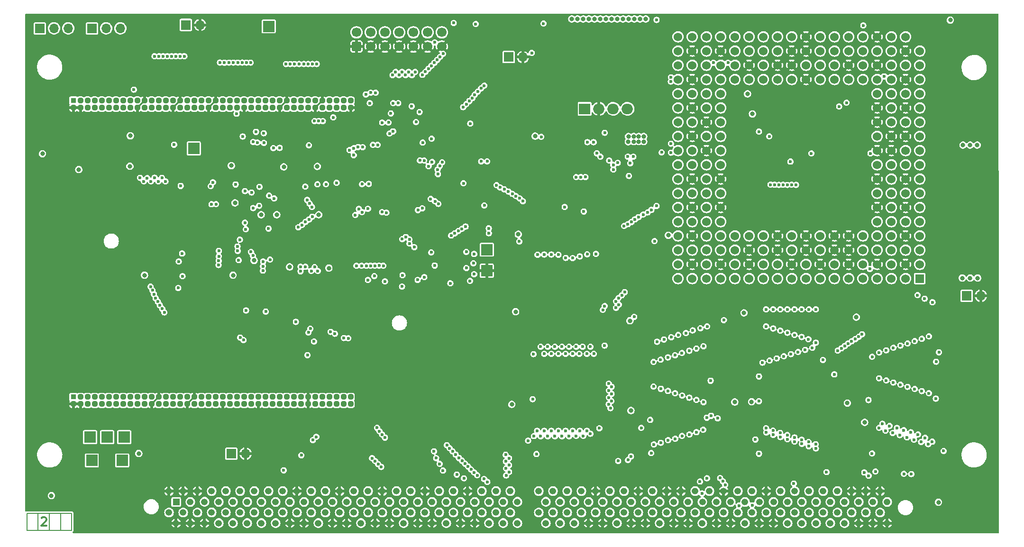
<source format=gbr>
G04 #@! TF.GenerationSoftware,KiCad,Pcbnew,7.0.6-0*
G04 #@! TF.CreationDate,2024-02-09T11:26:58+01:00*
G04 #@! TF.ProjectId,Z3660_v021b,5a333636-305f-4763-9032-31622e6b6963,v0.21a*
G04 #@! TF.SameCoordinates,Original*
G04 #@! TF.FileFunction,Copper,L2,Inr*
G04 #@! TF.FilePolarity,Positive*
%FSLAX46Y46*%
G04 Gerber Fmt 4.6, Leading zero omitted, Abs format (unit mm)*
G04 Created by KiCad (PCBNEW 7.0.6-0) date 2024-02-09 11:26:58*
%MOMM*%
%LPD*%
G01*
G04 APERTURE LIST*
G04 Aperture macros list*
%AMRoundRect*
0 Rectangle with rounded corners*
0 $1 Rounding radius*
0 $2 $3 $4 $5 $6 $7 $8 $9 X,Y pos of 4 corners*
0 Add a 4 corners polygon primitive as box body*
4,1,4,$2,$3,$4,$5,$6,$7,$8,$9,$2,$3,0*
0 Add four circle primitives for the rounded corners*
1,1,$1+$1,$2,$3*
1,1,$1+$1,$4,$5*
1,1,$1+$1,$6,$7*
1,1,$1+$1,$8,$9*
0 Add four rect primitives between the rounded corners*
20,1,$1+$1,$2,$3,$4,$5,0*
20,1,$1+$1,$4,$5,$6,$7,0*
20,1,$1+$1,$6,$7,$8,$9,0*
20,1,$1+$1,$8,$9,$2,$3,0*%
G04 Aperture macros list end*
G04 #@! TA.AperFunction,NonConductor*
%ADD10C,0.150000*%
G04 #@! TD*
%ADD11C,0.300000*%
G04 #@! TA.AperFunction,NonConductor*
%ADD12C,0.300000*%
G04 #@! TD*
G04 #@! TA.AperFunction,ComponentPad*
%ADD13R,1.700000X1.700000*%
G04 #@! TD*
G04 #@! TA.AperFunction,ComponentPad*
%ADD14O,1.700000X1.700000*%
G04 #@! TD*
G04 #@! TA.AperFunction,ComponentPad*
%ADD15RoundRect,0.250000X0.600000X-0.600000X0.600000X0.600000X-0.600000X0.600000X-0.600000X-0.600000X0*%
G04 #@! TD*
G04 #@! TA.AperFunction,ComponentPad*
%ADD16C,1.700000*%
G04 #@! TD*
G04 #@! TA.AperFunction,ComponentPad*
%ADD17R,2.000000X2.000000*%
G04 #@! TD*
G04 #@! TA.AperFunction,ComponentPad*
%ADD18R,2.000000X1.905000*%
G04 #@! TD*
G04 #@! TA.AperFunction,ComponentPad*
%ADD19O,2.000000X1.905000*%
G04 #@! TD*
G04 #@! TA.AperFunction,ComponentPad*
%ADD20C,1.524000*%
G04 #@! TD*
G04 #@! TA.AperFunction,ComponentPad*
%ADD21R,1.524000X1.524000*%
G04 #@! TD*
G04 #@! TA.AperFunction,ComponentPad*
%ADD22R,0.950000X0.950000*%
G04 #@! TD*
G04 #@! TA.AperFunction,ComponentPad*
%ADD23RoundRect,0.237500X-0.237500X0.237500X-0.237500X-0.237500X0.237500X-0.237500X0.237500X0.237500X0*%
G04 #@! TD*
G04 #@! TA.AperFunction,ComponentPad*
%ADD24R,1.200000X1.200000*%
G04 #@! TD*
G04 #@! TA.AperFunction,ComponentPad*
%ADD25O,1.200000X1.200000*%
G04 #@! TD*
G04 #@! TA.AperFunction,ViaPad*
%ADD26C,0.800000*%
G04 #@! TD*
G04 #@! TA.AperFunction,ViaPad*
%ADD27C,0.600000*%
G04 #@! TD*
G04 #@! TA.AperFunction,Conductor*
%ADD28C,0.300000*%
G04 #@! TD*
G04 APERTURE END LIST*
D10*
X84582000Y-118999000D02*
X84582000Y-122047000D01*
X82582000Y-118999000D02*
X82582000Y-122047000D01*
X86582000Y-118999000D02*
X86582000Y-122047000D01*
X80576000Y-118999000D02*
X88576000Y-118999000D01*
X88576000Y-122047000D02*
X80576000Y-122047000D01*
X88576000Y-118999000D02*
X88576000Y-122047000D01*
X80576000Y-122047000D02*
X80576000Y-118999000D01*
D11*
D12*
X83195429Y-119844185D02*
X83266857Y-119772757D01*
X83266857Y-119772757D02*
X83409715Y-119701328D01*
X83409715Y-119701328D02*
X83766857Y-119701328D01*
X83766857Y-119701328D02*
X83909715Y-119772757D01*
X83909715Y-119772757D02*
X83981143Y-119844185D01*
X83981143Y-119844185D02*
X84052572Y-119987042D01*
X84052572Y-119987042D02*
X84052572Y-120129900D01*
X84052572Y-120129900D02*
X83981143Y-120344185D01*
X83981143Y-120344185D02*
X83124000Y-121201328D01*
X83124000Y-121201328D02*
X84052572Y-121201328D01*
D13*
X248412000Y-80137000D03*
D14*
X250952000Y-80137000D03*
D13*
X108981000Y-31750000D03*
D14*
X111521000Y-31750000D03*
D15*
X139446000Y-35610800D03*
D16*
X139446000Y-33070800D03*
X141986000Y-35610800D03*
X141986000Y-33070800D03*
X144526000Y-35610800D03*
X144526000Y-33070800D03*
X147066000Y-35610800D03*
X147066000Y-33070800D03*
X149606000Y-35610800D03*
X149606000Y-33070800D03*
X152146000Y-35610800D03*
X152146000Y-33070800D03*
X154686000Y-35610800D03*
X154686000Y-33070800D03*
D17*
X123768000Y-32004000D03*
X162712400Y-75641200D03*
X110388400Y-53797200D03*
X92178000Y-109551600D03*
X97613600Y-109551600D03*
X94921200Y-105386000D03*
D13*
X166624000Y-37490400D03*
D14*
X169164000Y-37490400D03*
D13*
X117094000Y-108331000D03*
D14*
X119634000Y-108331000D03*
D17*
X97969200Y-105386000D03*
D13*
X82895300Y-32361200D03*
D14*
X85435300Y-32361200D03*
X87975300Y-32361200D03*
D18*
X180213000Y-46736000D03*
D19*
X182753000Y-46736000D03*
X185293000Y-46736000D03*
X187833000Y-46736000D03*
D13*
X92191700Y-32361200D03*
D14*
X94731700Y-32361200D03*
X97271700Y-32361200D03*
D17*
X91873200Y-105386000D03*
X162712400Y-71882000D03*
D20*
X204495000Y-41490900D03*
X207035000Y-41490900D03*
X209575000Y-41490900D03*
X212115000Y-41490900D03*
X214655000Y-41490900D03*
X217195000Y-41490900D03*
X219735000Y-41490900D03*
X222275000Y-41490900D03*
X224815000Y-41490900D03*
X227355000Y-41490900D03*
X229895000Y-41490900D03*
X232435000Y-41490900D03*
X204495000Y-44030900D03*
X232435000Y-44030900D03*
X204495000Y-46570900D03*
X204495000Y-49110900D03*
X204495000Y-51650900D03*
X232435000Y-51650900D03*
X204495000Y-54190900D03*
X204495000Y-56730900D03*
X232435000Y-56730900D03*
X204495000Y-59270900D03*
X232435000Y-59270900D03*
X204495000Y-61810900D03*
X232435000Y-61810900D03*
X204495000Y-64350900D03*
X232435000Y-64350900D03*
X204495000Y-66890900D03*
X232435000Y-66890900D03*
X204495000Y-69430900D03*
X212115000Y-69430900D03*
X217195000Y-69430900D03*
X222275000Y-69430900D03*
X196875000Y-33870900D03*
X199415000Y-33870900D03*
X201955000Y-33870900D03*
X204495000Y-33870900D03*
X207035000Y-33870900D03*
X209575000Y-33870900D03*
X212115000Y-33870900D03*
X214655000Y-33870900D03*
X217195000Y-33870900D03*
X219735000Y-33870900D03*
X222275000Y-33870900D03*
X224815000Y-33870900D03*
X227355000Y-33870900D03*
X229895000Y-33870900D03*
X232435000Y-33870900D03*
X234975000Y-33870900D03*
X237515000Y-33870900D03*
X196875000Y-36410900D03*
X199415000Y-36410900D03*
X201955000Y-36410900D03*
X204495000Y-36410900D03*
X207035000Y-36410900D03*
X209575000Y-36410900D03*
X212115000Y-36410900D03*
X214655000Y-36410900D03*
X217195000Y-36410900D03*
X219735000Y-36410900D03*
X222275000Y-36410900D03*
X224815000Y-36410900D03*
X227355000Y-36410900D03*
X229895000Y-36410900D03*
X232435000Y-36410900D03*
X234975000Y-36410900D03*
X237515000Y-36410900D03*
X240055000Y-36410900D03*
X196875000Y-38950900D03*
X199415000Y-38950900D03*
X201955000Y-38950900D03*
X204495000Y-38950900D03*
X207035000Y-38950900D03*
X209575000Y-38950900D03*
X212115000Y-38950900D03*
X214655000Y-38950900D03*
X217195000Y-38950900D03*
X219735000Y-38950900D03*
X222275000Y-38950900D03*
X224815000Y-38950900D03*
X227355000Y-38950900D03*
X229895000Y-38950900D03*
X232435000Y-38950900D03*
X234975000Y-38950900D03*
X237515000Y-38950900D03*
X240055000Y-38950900D03*
X196875000Y-41490900D03*
X199415000Y-41490900D03*
X201955000Y-41490900D03*
X234975000Y-41490900D03*
X237515000Y-41490900D03*
X240055000Y-41490900D03*
X196875000Y-44030900D03*
X199415000Y-44030900D03*
X201955000Y-44030900D03*
X234975000Y-44030900D03*
X237515000Y-44030900D03*
X240055000Y-44030900D03*
X196875000Y-46570900D03*
X199415000Y-46570900D03*
X201955000Y-46570900D03*
X234975000Y-46570900D03*
X237515000Y-46570900D03*
X240055000Y-46570900D03*
X196875000Y-49110900D03*
X199415000Y-49110900D03*
X201955000Y-49110900D03*
X234975000Y-49110900D03*
X237515000Y-49110900D03*
X240055000Y-49110900D03*
X196875000Y-51650900D03*
X199415000Y-51650900D03*
X201955000Y-51650900D03*
X234975000Y-51650900D03*
X237515000Y-51650900D03*
X240055000Y-51650900D03*
X196875000Y-54190900D03*
X199415000Y-54190900D03*
X201955000Y-54190900D03*
X234975000Y-54190900D03*
X237515000Y-54190900D03*
X240055000Y-54190900D03*
X196875000Y-56730900D03*
X199415000Y-56730900D03*
X201955000Y-56730900D03*
X234975000Y-56730900D03*
X237515000Y-56730900D03*
X240055000Y-56730900D03*
X196875000Y-59270900D03*
X199415000Y-59270900D03*
X201955000Y-59270900D03*
X234975000Y-59270900D03*
X237515000Y-59270900D03*
X240055000Y-59270900D03*
X196875000Y-61810900D03*
X199415000Y-61810900D03*
X201955000Y-61810900D03*
X234975000Y-61810900D03*
X237515000Y-61810900D03*
X240055000Y-61810900D03*
X196875000Y-64350900D03*
X199415000Y-64350900D03*
X201955000Y-64350900D03*
X234975000Y-64350900D03*
X237515000Y-64350900D03*
X240055000Y-64350900D03*
X196875000Y-66890900D03*
X199415000Y-66890900D03*
X201955000Y-66890900D03*
X234975000Y-66890900D03*
X237515000Y-66890900D03*
X240055000Y-66890900D03*
X196875000Y-69430900D03*
X199415000Y-69430900D03*
X201955000Y-69430900D03*
X234975000Y-69430900D03*
X237515000Y-69430900D03*
X240055000Y-69430900D03*
X196875000Y-71970900D03*
X199415000Y-71970900D03*
X201955000Y-71970900D03*
X204495000Y-71970900D03*
X207035000Y-71970900D03*
X209575000Y-71970900D03*
X212115000Y-71970900D03*
X214655000Y-71970900D03*
X217195000Y-71970900D03*
X219735000Y-71970900D03*
X222275000Y-71970900D03*
X224815000Y-71970900D03*
X227355000Y-71970900D03*
X229895000Y-71970900D03*
X232435000Y-71970900D03*
X234975000Y-71970900D03*
X237515000Y-71970900D03*
X240055000Y-71970900D03*
X196875000Y-74510900D03*
X199415000Y-74510900D03*
X201955000Y-74510900D03*
X204495000Y-74510900D03*
X207035000Y-74510900D03*
X209575000Y-74510900D03*
X212115000Y-74510900D03*
X214655000Y-74510900D03*
X217195000Y-74510900D03*
X219735000Y-74510900D03*
X222275000Y-74510900D03*
X224815000Y-74510900D03*
X227355000Y-74510900D03*
X229895000Y-74510900D03*
X232435000Y-74510900D03*
X234975000Y-74510900D03*
X214655000Y-69430900D03*
X219735000Y-69430900D03*
X224815000Y-69430900D03*
X227355000Y-69430900D03*
X232435000Y-46570900D03*
X232435000Y-49110900D03*
X232435000Y-54190900D03*
X237515000Y-74510900D03*
X240055000Y-74510900D03*
X196875000Y-77050900D03*
X199415000Y-77050900D03*
X201955000Y-77050900D03*
X204495000Y-77050900D03*
X207035000Y-77050900D03*
X209575000Y-77050900D03*
X212115000Y-77050900D03*
X214655000Y-77050900D03*
X217195000Y-77050900D03*
X219735000Y-77050900D03*
X222275000Y-77050900D03*
X224815000Y-77050900D03*
X227355000Y-77050900D03*
X229895000Y-77050900D03*
X232435000Y-77050900D03*
X234975000Y-77050900D03*
X237515000Y-77050900D03*
D21*
X240055000Y-77050900D03*
D20*
X207035000Y-69430900D03*
X209575000Y-69430900D03*
X229895000Y-69430900D03*
X232435000Y-69430900D03*
D22*
X88883000Y-45256500D03*
D23*
X88883000Y-46526500D03*
X90153000Y-45256500D03*
X90153000Y-46526500D03*
X91423000Y-45256500D03*
X91423000Y-46526500D03*
X92693000Y-45256500D03*
X92693000Y-46526500D03*
X93963000Y-45256500D03*
X93963000Y-46526500D03*
X95233000Y-45256500D03*
X95233000Y-46526500D03*
X96503000Y-45256500D03*
X96503000Y-46526500D03*
X97773000Y-45256500D03*
X97773000Y-46526500D03*
X99043000Y-45256500D03*
X99043000Y-46526500D03*
X100313000Y-45256500D03*
X100313000Y-46526500D03*
X101583000Y-45256500D03*
X101583000Y-46526500D03*
X102853000Y-45256500D03*
X102853000Y-46526500D03*
X104123000Y-45256500D03*
X104123000Y-46526500D03*
X105393000Y-45256500D03*
X105393000Y-46526500D03*
X106663000Y-45256500D03*
X106663000Y-46526500D03*
X107933000Y-45256500D03*
X107933000Y-46526500D03*
X109203000Y-45256500D03*
X109203000Y-46526500D03*
X110473000Y-45256500D03*
X110473000Y-46526500D03*
X111743000Y-45256500D03*
X111743000Y-46526500D03*
X113013000Y-45256500D03*
X113013000Y-46526500D03*
X114283000Y-45256500D03*
X114283000Y-46526500D03*
X115553000Y-45256500D03*
X115553000Y-46526500D03*
X116823000Y-45256500D03*
X116823000Y-46526500D03*
X118093000Y-45256500D03*
X118093000Y-46526500D03*
X119363000Y-45256500D03*
X119363000Y-46526500D03*
X120633000Y-45256500D03*
X120633000Y-46526500D03*
X121903000Y-45256500D03*
X121903000Y-46526500D03*
X123173000Y-45256500D03*
X123173000Y-46526500D03*
X124443000Y-45256500D03*
X124443000Y-46526500D03*
X125713000Y-45256500D03*
X125713000Y-46526500D03*
X126983000Y-45256500D03*
X126983000Y-46526500D03*
X128253000Y-45256500D03*
X128253000Y-46526500D03*
X129523000Y-45256500D03*
X129523000Y-46526500D03*
X130793000Y-45256500D03*
X130793000Y-46526500D03*
X132063000Y-45256500D03*
X132063000Y-46526500D03*
X133333000Y-45256500D03*
X133333000Y-46526500D03*
X134603000Y-45256500D03*
X134603000Y-46526500D03*
X135873000Y-45256500D03*
X135873000Y-46526500D03*
X137143000Y-45256500D03*
X137143000Y-46526500D03*
X138413000Y-45256500D03*
X138413000Y-46526500D03*
D22*
X88883000Y-98193000D03*
D23*
X88883000Y-99463000D03*
X90153000Y-98193000D03*
X90153000Y-99463000D03*
X91423000Y-98193000D03*
X91423000Y-99463000D03*
X92693000Y-98193000D03*
X92693000Y-99463000D03*
X93963000Y-98193000D03*
X93963000Y-99463000D03*
X95233000Y-98193000D03*
X95233000Y-99463000D03*
X96503000Y-98193000D03*
X96503000Y-99463000D03*
X97773000Y-98193000D03*
X97773000Y-99463000D03*
X99043000Y-98193000D03*
X99043000Y-99463000D03*
X100313000Y-98193000D03*
X100313000Y-99463000D03*
X101583000Y-98193000D03*
X101583000Y-99463000D03*
X102853000Y-98193000D03*
X102853000Y-99463000D03*
X104123000Y-98193000D03*
X104123000Y-99463000D03*
X105393000Y-98193000D03*
X105393000Y-99463000D03*
X106663000Y-98193000D03*
X106663000Y-99463000D03*
X107933000Y-98193000D03*
X107933000Y-99463000D03*
X109203000Y-98193000D03*
X109203000Y-99463000D03*
X110473000Y-98193000D03*
X110473000Y-99463000D03*
X111743000Y-98193000D03*
X111743000Y-99463000D03*
X113013000Y-98193000D03*
X113013000Y-99463000D03*
X114283000Y-98193000D03*
X114283000Y-99463000D03*
X115553000Y-98193000D03*
X115553000Y-99463000D03*
X116823000Y-98193000D03*
X116823000Y-99463000D03*
X118093000Y-98193000D03*
X118093000Y-99463000D03*
X119363000Y-98193000D03*
X119363000Y-99463000D03*
X120633000Y-98193000D03*
X120633000Y-99463000D03*
X121903000Y-98193000D03*
X121903000Y-99463000D03*
X123173000Y-98193000D03*
X123173000Y-99463000D03*
X124443000Y-98193000D03*
X124443000Y-99463000D03*
X125713000Y-98193000D03*
X125713000Y-99463000D03*
X126983000Y-98193000D03*
X126983000Y-99463000D03*
X128253000Y-98193000D03*
X128253000Y-99463000D03*
X129523000Y-98193000D03*
X129523000Y-99463000D03*
X130793000Y-98193000D03*
X130793000Y-99463000D03*
X132063000Y-98193000D03*
X132063000Y-99463000D03*
X133333000Y-98193000D03*
X133333000Y-99463000D03*
X134603000Y-98193000D03*
X134603000Y-99463000D03*
X135873000Y-98193000D03*
X135873000Y-99463000D03*
X137143000Y-98193000D03*
X137143000Y-99463000D03*
X138413000Y-98193000D03*
X138413000Y-99463000D03*
D24*
X107239000Y-116954500D03*
D25*
X105964986Y-115024415D03*
X107234986Y-120739415D03*
X105964986Y-118859500D03*
X109774986Y-116954500D03*
X108504986Y-115024415D03*
X109774986Y-120739415D03*
X108504986Y-118859500D03*
X112314986Y-116929415D03*
X111044986Y-115024415D03*
X112314986Y-120739415D03*
X111044986Y-118859500D03*
X114854986Y-116954500D03*
X113584986Y-115024415D03*
X114854986Y-120739415D03*
X113584986Y-118834415D03*
X117394986Y-116954500D03*
X116124986Y-115024415D03*
X117394986Y-120739415D03*
X116124986Y-118859500D03*
X119934986Y-116954500D03*
X118664986Y-115024415D03*
X119934986Y-120739415D03*
X118664986Y-118859500D03*
X122474986Y-116954500D03*
X121204986Y-115024415D03*
X122474986Y-120739415D03*
X121204986Y-118834415D03*
X125014986Y-116954500D03*
X123744986Y-115024415D03*
X125014986Y-120739415D03*
X123744986Y-118859500D03*
X127554986Y-116954500D03*
X126284986Y-115024415D03*
X127554986Y-120739415D03*
X126284986Y-118834415D03*
X130094986Y-116954500D03*
X128824986Y-115024415D03*
X130094986Y-120739415D03*
X128824986Y-118859500D03*
X132634986Y-116929415D03*
X131364986Y-115024415D03*
X132634986Y-120739415D03*
X131364986Y-118834415D03*
X135174986Y-116954500D03*
X133904986Y-115024415D03*
X135174986Y-120739415D03*
X133904986Y-118859500D03*
X137714986Y-116929415D03*
X136444986Y-115024415D03*
X137714986Y-120739415D03*
X136444986Y-118859500D03*
X140254986Y-116954500D03*
X138984986Y-115024415D03*
X140254986Y-120739415D03*
X138984986Y-118859500D03*
X142794986Y-116954500D03*
X141524986Y-115024415D03*
X142794986Y-120739415D03*
X141524986Y-118834415D03*
X145334986Y-116954500D03*
X144064986Y-115024415D03*
X145334986Y-120739415D03*
X144064986Y-118859500D03*
X147874986Y-116954500D03*
X146604986Y-115024415D03*
X147874986Y-120739415D03*
X146604986Y-118859500D03*
X150414986Y-116954500D03*
X149144986Y-115024415D03*
X150414986Y-120739415D03*
X149144986Y-118834415D03*
X152954986Y-116954500D03*
X151684986Y-115024415D03*
X152954986Y-120739415D03*
X151684986Y-118859500D03*
X155494986Y-116954500D03*
X154224986Y-115024415D03*
X155494986Y-120739415D03*
X154224986Y-118834415D03*
X158034986Y-116954500D03*
X156764986Y-115024415D03*
X158034986Y-120739415D03*
X156764986Y-118859500D03*
X160574986Y-116954500D03*
X159304986Y-115024415D03*
X160574986Y-120739415D03*
X159304986Y-118834415D03*
X163114986Y-116954500D03*
X161844986Y-115024415D03*
X163114986Y-120739415D03*
X161844986Y-118859500D03*
X165654986Y-116954500D03*
X164384986Y-115024415D03*
X165654986Y-120739415D03*
X164384986Y-118834415D03*
X168194986Y-116929415D03*
X166924986Y-115024415D03*
X168194986Y-120739415D03*
X166924986Y-118859500D03*
X173274986Y-116929415D03*
X172004986Y-115024415D03*
X173274986Y-120739415D03*
X172004986Y-118859500D03*
X175814986Y-116929415D03*
X174544986Y-115024415D03*
X175814986Y-120739415D03*
X174544986Y-118834415D03*
X178354986Y-116929415D03*
X177084986Y-115024415D03*
X178354986Y-120739415D03*
X177084986Y-118859500D03*
X180894986Y-116954500D03*
X179624986Y-115024415D03*
X180894986Y-120739415D03*
X179624986Y-118859500D03*
X183434986Y-116954500D03*
X182164986Y-115024415D03*
X183434986Y-120739415D03*
X182164986Y-118834415D03*
X185974986Y-116929415D03*
X184704986Y-115024415D03*
X185974986Y-120739415D03*
X184704986Y-118859500D03*
X188514986Y-116954500D03*
X187244986Y-115024415D03*
X188514986Y-120739415D03*
X187244986Y-118859500D03*
X191054986Y-116929415D03*
X189784986Y-115024415D03*
X191054986Y-120739415D03*
X189784986Y-118859500D03*
X193594986Y-116929415D03*
X192324986Y-115024415D03*
X193594986Y-120739415D03*
X192324986Y-118834415D03*
X196134986Y-116929415D03*
X194864986Y-115024415D03*
X196134986Y-120739415D03*
X194864986Y-118859500D03*
X198674986Y-116954500D03*
X197404986Y-115024415D03*
X198674986Y-120739415D03*
X197404986Y-118859500D03*
X201219000Y-116954500D03*
X199944986Y-115024415D03*
X201214986Y-120739415D03*
X199944986Y-118859500D03*
X203754986Y-116929415D03*
X202484986Y-115024415D03*
X203754986Y-120739415D03*
X202484986Y-118859500D03*
X206294986Y-116954500D03*
X205024986Y-115024415D03*
X206294986Y-120739415D03*
X205024986Y-118834415D03*
X208834986Y-116954500D03*
X207564986Y-115024415D03*
X208834986Y-120739415D03*
X207564986Y-118859500D03*
X211379000Y-116954500D03*
X210104986Y-115024415D03*
X211374986Y-120739415D03*
X210104986Y-118859500D03*
X213919000Y-116954500D03*
X212644986Y-115024415D03*
X213914986Y-120739415D03*
X212644986Y-118859500D03*
X216454986Y-116954500D03*
X215184986Y-115024415D03*
X216454986Y-120739415D03*
X215184986Y-118859500D03*
X218994986Y-116954500D03*
X217724986Y-115024415D03*
X218994986Y-120739415D03*
X217724986Y-118859500D03*
X221534986Y-116954500D03*
X220264986Y-115024415D03*
X221534986Y-120739415D03*
X220264986Y-118859500D03*
X224074986Y-116954500D03*
X222804986Y-115024415D03*
X224074986Y-120739415D03*
X222804986Y-118859500D03*
X226614986Y-116954500D03*
X225344986Y-115024415D03*
X226614986Y-120739415D03*
X225344986Y-118859500D03*
X229154986Y-116954500D03*
X227884986Y-115024415D03*
X229154986Y-120739415D03*
X227884986Y-118834415D03*
X231694986Y-116954500D03*
X230424986Y-115024415D03*
X231694986Y-120739415D03*
X230424986Y-118834415D03*
X234234986Y-116954500D03*
X232964986Y-115024415D03*
X234234986Y-120739415D03*
X232964986Y-118859500D03*
D26*
X176107477Y-30690810D03*
X178077293Y-36969500D03*
X136398000Y-57368982D03*
X92440000Y-115824000D03*
X95758000Y-49834800D03*
X247777000Y-66294000D03*
X203962000Y-95032198D03*
X222732600Y-102187194D03*
X187522898Y-88818502D03*
X224002600Y-107812400D03*
X93878400Y-41300400D03*
X226822000Y-103334445D03*
X224045449Y-91691599D03*
X178119400Y-64185865D03*
X205673697Y-85098000D03*
X116051327Y-75909273D03*
X193497200Y-44348400D03*
X162661602Y-51612802D03*
X89662000Y-90017600D03*
X165137644Y-85740515D03*
X104063800Y-88864000D03*
X203300000Y-112739800D03*
X130849500Y-56903872D03*
X177165000Y-39116000D03*
X188468000Y-102616000D03*
X183769000Y-95123000D03*
X125349000Y-75311000D03*
X179197000Y-39116000D03*
X167175000Y-103789498D03*
X210566000Y-112947670D03*
X250316950Y-65087500D03*
X176149000Y-39116000D03*
X182499000Y-102235000D03*
X249047000Y-66294000D03*
X136144000Y-65786000D03*
X244246400Y-95250000D03*
X242990500Y-82423000D03*
X228600000Y-85979000D03*
X176020094Y-36969500D03*
X180144300Y-36969500D03*
X208835141Y-65985141D03*
X134975600Y-60131226D03*
X249047000Y-65087500D03*
X179122299Y-36969500D03*
X167629700Y-46280400D03*
X114427000Y-89676800D03*
X83362800Y-46837602D03*
X117887764Y-54692564D03*
X108818700Y-108305600D03*
X182480428Y-82858600D03*
X137033000Y-76962000D03*
X122936000Y-56896000D03*
X105997269Y-58899531D03*
X250317000Y-66294000D03*
X180213000Y-39116000D03*
X244246400Y-111912400D03*
X174040800Y-52832000D03*
X117823576Y-65818444D03*
X206933800Y-101600000D03*
X251637800Y-117017800D03*
X87299800Y-59857200D03*
X117855992Y-68377217D03*
X119888000Y-78552412D03*
X87477600Y-54762400D03*
X129565400Y-65648400D03*
X247777008Y-65087500D03*
X184912000Y-110109000D03*
X101854000Y-34798000D03*
X178181000Y-39116000D03*
D27*
X221640400Y-49733200D03*
D26*
X167711400Y-70967602D03*
X177068242Y-36969500D03*
X245000000Y-39400000D03*
X180961720Y-30690810D03*
X181991000Y-30690810D03*
X184023000Y-30690810D03*
X84963000Y-115824000D03*
X188976000Y-52578000D03*
X228727000Y-83947000D03*
X207010000Y-99110800D03*
X188000000Y-52600008D03*
X183007000Y-30690810D03*
X185039000Y-30690810D03*
X189864951Y-52578491D03*
X189865000Y-51689000D03*
X179958443Y-30690810D03*
X208661000Y-83185000D03*
X188067505Y-30690810D03*
X188468000Y-100635003D03*
X167182914Y-99537510D03*
D27*
X231241579Y-54711621D03*
D26*
X189083505Y-30690810D03*
X188290926Y-84597974D03*
X168351200Y-69137000D03*
X249046999Y-76962000D03*
X167868600Y-82971200D03*
X250380503Y-76961998D03*
X89859901Y-57591295D03*
X177907505Y-30690810D03*
X247650001Y-76962000D03*
X243382800Y-117017798D03*
X210018000Y-99060000D03*
X186054443Y-30690810D03*
X171348402Y-51612800D03*
X83362800Y-54762398D03*
D27*
X220675200Y-54711600D03*
D26*
X100584000Y-108305600D03*
X190753951Y-52578491D03*
X230211000Y-102733995D03*
X188976049Y-51688509D03*
X187070443Y-30690810D03*
X227116862Y-99291030D03*
X191121720Y-30690810D03*
X190099505Y-30690810D03*
X188023016Y-51688514D03*
X178929720Y-30690810D03*
X190754000Y-51689000D03*
D27*
X221458418Y-106641000D03*
X241548011Y-106627529D03*
X229743000Y-86995000D03*
X241681000Y-87376000D03*
X221488000Y-82550000D03*
X220206990Y-106241000D03*
X240284000Y-106232500D03*
X220261022Y-82550000D03*
X229142363Y-87443318D03*
X240411000Y-87823500D03*
X218948000Y-105841000D03*
X239014000Y-105832989D03*
X238531404Y-111977996D03*
X239141000Y-88223011D03*
X218948000Y-82550000D03*
X228522450Y-87864581D03*
X237744000Y-105433478D03*
X237210595Y-111936405D03*
X217678001Y-105441000D03*
X227886238Y-88260799D03*
X217678000Y-82550000D03*
X237871000Y-88646000D03*
X216385250Y-105005522D03*
X236474000Y-105033967D03*
X227250503Y-88657783D03*
X236601000Y-89027000D03*
X216408000Y-82550000D03*
X235208289Y-104636782D03*
X215106518Y-104606011D03*
X226652239Y-89109262D03*
X215138000Y-82550000D03*
X235331000Y-89421544D03*
X213836518Y-104206500D03*
X233934000Y-104234945D03*
X226026675Y-89522086D03*
X234061000Y-89871533D03*
X213868000Y-82550000D03*
X232791010Y-103715262D03*
X212599242Y-103787200D03*
X232791000Y-90271044D03*
X217550996Y-113665000D03*
X225399608Y-89932624D03*
X212598000Y-82550000D03*
X192517741Y-91948017D03*
X204397269Y-112667299D03*
X172974000Y-90490500D03*
X193751206Y-91548002D03*
X204891974Y-113275960D03*
X174244000Y-90490500D03*
X205308000Y-113900000D03*
X175524509Y-90490500D03*
X195071998Y-91148000D03*
X196342000Y-90747994D03*
X176784000Y-90490500D03*
X197561200Y-90347996D03*
X178054000Y-90490500D03*
X201168000Y-115443000D03*
X198881820Y-89947985D03*
X179252100Y-90490500D03*
X200787001Y-113309027D03*
X180594000Y-90490500D03*
X200151874Y-89547980D03*
X207772000Y-117602000D03*
X202038403Y-112725200D03*
X201422000Y-89147998D03*
X210108802Y-117551200D03*
X181850245Y-90490500D03*
X130962400Y-53238400D03*
X172440600Y-51739800D03*
X166161681Y-110968633D03*
X151552608Y-76801501D03*
X122751841Y-74860907D03*
X144239369Y-74761431D03*
X150368000Y-77276500D03*
X166195000Y-112220000D03*
X131495800Y-64260600D03*
X154062090Y-63702216D03*
X166703000Y-111591001D03*
X148894800Y-70048997D03*
X119674500Y-68242200D03*
X131072191Y-63641682D03*
X153466802Y-63246004D03*
X130656303Y-63017549D03*
X152700874Y-62822287D03*
X108377606Y-76627608D03*
X149779331Y-71454670D03*
X156210000Y-77892600D03*
X143489382Y-74756609D03*
X147605059Y-70013033D03*
X107701301Y-74010301D03*
X118618000Y-70104000D03*
X148894800Y-70799000D03*
X148260592Y-69648643D03*
X108310901Y-72587901D03*
X122746729Y-75636201D03*
X147675598Y-76454000D03*
X147583400Y-78467600D03*
X142734590Y-74761400D03*
X142646400Y-76606400D03*
X130708400Y-90728800D03*
X128625598Y-84785200D03*
X141969788Y-74761400D03*
X141500000Y-77317600D03*
X131368800Y-75692014D03*
X131852000Y-88293400D03*
X130318513Y-74956541D03*
X141219794Y-74761400D03*
X135890000Y-59943996D03*
X145188345Y-49174400D03*
X113563403Y-63779399D03*
X121513413Y-50850603D03*
X139241964Y-65700600D03*
X186108011Y-56375000D03*
X121005600Y-64465200D03*
X134010400Y-60198000D03*
X144038345Y-49205229D03*
X141986000Y-43840400D03*
X144018000Y-65176400D03*
X188104487Y-58722113D03*
X188346674Y-56449938D03*
X144780000Y-65289400D03*
X142866404Y-43856831D03*
X141822827Y-45716982D03*
X160731204Y-31597600D03*
X107619800Y-78732603D03*
X114884202Y-72100000D03*
X146908302Y-45714698D03*
X132537196Y-75692000D03*
X145999196Y-45720000D03*
X131963647Y-75007508D03*
X133448341Y-48924500D03*
X171075000Y-90551000D03*
X183769000Y-89027000D03*
X118397848Y-73771536D03*
X160324800Y-74320400D03*
X122072400Y-64041706D03*
X180340000Y-58922700D03*
X224784513Y-94178087D03*
X211328000Y-94538800D03*
X159081033Y-75157767D03*
X120599200Y-72288400D03*
X160462400Y-76263758D03*
X120976072Y-72962911D03*
X170925000Y-98600000D03*
X188468000Y-108839000D03*
X203962000Y-102000000D03*
X190301268Y-103727468D03*
X179527200Y-58924988D03*
X189052200Y-83885600D03*
X205078748Y-84490925D03*
X123839651Y-62230523D03*
X232136641Y-111523204D03*
X122783601Y-74015599D03*
X243484400Y-90220800D03*
X231546400Y-91033600D03*
X166098598Y-108515602D03*
X153416000Y-74726800D03*
X171600000Y-108400000D03*
X159715200Y-77470000D03*
X124002987Y-73660187D03*
X244298020Y-107850000D03*
X231521000Y-108300000D03*
X160462392Y-72669232D03*
X168520474Y-70424500D03*
X180035200Y-65074800D03*
X118235561Y-72112785D03*
X145588789Y-47552811D03*
X149301200Y-46278800D03*
X139442885Y-74780709D03*
X150723600Y-47299815D03*
X119278400Y-88036400D03*
X140360400Y-74777598D03*
X150088600Y-49098200D03*
X131949335Y-48924500D03*
X132698838Y-48924500D03*
X118028425Y-47612813D03*
X119126000Y-51679814D03*
X188899996Y-55275000D03*
X138961753Y-55003689D03*
X184588214Y-55975000D03*
X187900000Y-55275000D03*
X183000000Y-55300006D03*
X138201400Y-54116800D03*
X193954400Y-54507878D03*
X182372661Y-54666692D03*
X138963400Y-53761200D03*
X139729913Y-53564087D03*
X181800000Y-52700000D03*
X180699999Y-52700001D03*
X140563600Y-53584600D03*
X131546600Y-66004000D03*
X158276800Y-68172295D03*
X157616400Y-68572295D03*
X130984823Y-66500901D03*
X186189232Y-109619168D03*
X210693000Y-105800000D03*
X156984091Y-68975642D03*
X130351348Y-66929726D03*
X129725947Y-67493400D03*
X156346400Y-69372295D03*
X151536400Y-55981600D03*
X124612400Y-53746400D03*
X230142712Y-111697668D03*
X166126177Y-109718653D03*
X230911400Y-112282800D03*
X125727640Y-53720989D03*
X150783802Y-55959400D03*
X166700200Y-110368600D03*
X178675604Y-58924962D03*
X124739400Y-62752800D03*
X129057400Y-67883600D03*
X187943957Y-109448440D03*
X159054800Y-72288400D03*
X170100000Y-106000000D03*
X166700196Y-109133200D03*
X152806942Y-72376793D03*
X118194553Y-71340620D03*
X223393000Y-111622400D03*
X229971599Y-31833000D03*
X135300000Y-48260000D03*
X118668800Y-87579200D03*
X185327600Y-56758400D03*
X225653600Y-46329600D03*
X119532400Y-61417200D03*
X132486400Y-60221018D03*
X123252241Y-82944947D03*
X226974400Y-45653000D03*
X114362427Y-63765627D03*
X185327600Y-57571011D03*
X162818232Y-113381363D03*
X157734000Y-109102200D03*
X162243232Y-112846451D03*
X157159000Y-108496436D03*
X161010413Y-112191987D03*
X158648400Y-112725200D03*
X156616254Y-107899053D03*
X157378400Y-112064800D03*
X160458775Y-111683854D03*
X156085505Y-107369139D03*
X154896216Y-111359245D03*
X159922637Y-111157112D03*
X155590130Y-106806016D03*
X143865600Y-110693200D03*
X143306800Y-110185200D03*
X142773883Y-109657466D03*
X142233875Y-109136990D03*
X143547284Y-104324929D03*
X135600000Y-86900002D03*
X134830002Y-86569998D03*
X143118658Y-103709474D03*
X144526000Y-105460800D03*
X137979893Y-87720107D03*
X144021114Y-104906297D03*
X137200000Y-87671275D03*
X154305373Y-110160173D03*
X159390350Y-110628743D03*
X158838459Y-110120885D03*
X153684892Y-109123218D03*
X153280621Y-107912865D03*
X158309000Y-109584613D03*
X122887031Y-51103343D03*
X205790800Y-38506400D03*
X121740262Y-52758109D03*
X203200000Y-38506400D03*
X121000248Y-52636111D03*
X180648019Y-72710999D03*
X154736800Y-56286400D03*
X154330400Y-56946800D03*
X179324105Y-73100000D03*
X153924000Y-57607200D03*
X178075000Y-73399835D03*
X176825000Y-73365412D03*
X154005111Y-58389689D03*
X152946319Y-56235016D03*
X175514000Y-72800000D03*
X174244000Y-72771000D03*
X152321237Y-56981436D03*
X172974000Y-72771000D03*
X132270126Y-105323200D03*
X163067999Y-68071999D03*
X163093400Y-68961000D03*
X131663300Y-105898200D03*
X171785054Y-72785554D03*
X221488000Y-88519000D03*
X180594000Y-104267000D03*
X193141600Y-88341200D03*
X221491207Y-107390286D03*
X181229000Y-89214500D03*
X179838001Y-89214500D03*
X220157500Y-87884000D03*
X179324000Y-104267000D03*
X220220077Y-106990889D03*
X194377000Y-87937202D03*
X195662995Y-87530806D03*
X178054000Y-104267000D03*
X178689000Y-89214500D03*
X218948000Y-87503000D03*
X218992004Y-106589711D03*
X196917000Y-87124412D03*
X176784000Y-104267000D03*
X177419000Y-89214500D03*
X217678000Y-87122000D03*
X217678000Y-106191002D03*
X175514000Y-104267000D03*
X216410936Y-105754585D03*
X176149000Y-89214500D03*
X198282943Y-86797957D03*
X216408000Y-86741000D03*
X174244000Y-104267000D03*
X215156184Y-105368811D03*
X215139967Y-86360000D03*
X199498394Y-86319000D03*
X174879000Y-89214500D03*
X173610300Y-89214500D03*
X213886184Y-104969300D03*
X200856208Y-85919000D03*
X172974000Y-104267000D03*
X213868000Y-85979000D03*
X212644557Y-104555060D03*
X202082400Y-85598000D03*
X171704000Y-104267000D03*
X172339000Y-89214500D03*
X212598000Y-85598000D03*
X201362002Y-104055602D03*
X181229000Y-104775000D03*
X211963000Y-92075000D03*
X184794200Y-100203000D03*
X184495428Y-99515077D03*
X213233000Y-91694000D03*
X200152000Y-104500600D03*
X179959000Y-105156000D03*
X178689000Y-105170804D03*
X214503000Y-91313000D03*
X184970834Y-98933000D03*
X198907400Y-104900600D03*
X215773000Y-90932000D03*
X184531000Y-98298000D03*
X177419000Y-105221602D03*
X197586600Y-105170800D03*
X217043000Y-90551000D03*
X185003800Y-97663000D03*
X176149000Y-105221600D03*
X196367400Y-105678800D03*
X174879000Y-105221600D03*
X218313000Y-90170000D03*
X195097400Y-105932800D03*
X184531000Y-97028000D03*
X185003800Y-96393000D03*
X219583000Y-89789000D03*
X193802000Y-106390000D03*
X173609000Y-105221596D03*
X184509022Y-95818500D03*
X192557400Y-106694800D03*
X172339000Y-105221600D03*
X220853000Y-89408000D03*
X201422000Y-99139400D03*
X242256000Y-106200000D03*
X242316000Y-81280000D03*
X241681000Y-97536000D03*
X200152000Y-98739400D03*
X240986000Y-105499998D03*
X240919000Y-80645000D03*
X240411000Y-97155000D03*
X239716000Y-104921116D03*
X198882000Y-98339400D03*
X239141000Y-96774000D03*
X239649000Y-80010000D03*
X197612000Y-97939400D03*
X237871000Y-96393000D03*
X238446000Y-104521000D03*
X196342000Y-97539400D03*
X236601000Y-96012000D03*
X237176000Y-104140000D03*
X235331000Y-95631000D03*
X235966000Y-103759000D03*
X195072000Y-97139400D03*
X234636000Y-103394064D03*
X193802000Y-96739400D03*
X234061000Y-95250000D03*
X233366000Y-102997000D03*
X192518230Y-96333000D03*
X232791000Y-94866056D03*
X129459548Y-74930553D03*
X122926986Y-52814479D03*
X211339433Y-108339427D03*
X150428804Y-64822295D03*
X144526000Y-77571600D03*
X139871780Y-64603548D03*
X151207722Y-64495800D03*
X141499770Y-64588570D03*
X113811745Y-59878544D03*
X149921200Y-40154202D03*
X164449229Y-60371929D03*
X195626410Y-54567795D03*
X103378000Y-37338000D03*
X186827042Y-80046200D03*
X103013327Y-79152814D03*
X101463600Y-59708800D03*
X104164889Y-37363578D03*
X149346200Y-40719401D03*
X165118238Y-60775038D03*
X102073200Y-59099200D03*
X186252829Y-80536029D03*
X103288422Y-79850006D03*
X104913941Y-37337586D03*
X165850832Y-61101232D03*
X148771200Y-40156521D03*
X103566943Y-80545836D03*
X185791800Y-81127600D03*
X102733600Y-59708800D03*
X148196200Y-40719400D03*
X166568850Y-61514450D03*
X105688249Y-37352395D03*
X103978843Y-81172009D03*
X103394000Y-59048400D03*
X186296602Y-81722913D03*
X106437609Y-37337802D03*
X147574000Y-40154200D03*
X167280050Y-61920850D03*
X185791800Y-82277600D03*
X104054400Y-59708800D03*
X104318466Y-81840149D03*
X167936494Y-62323294D03*
X107188000Y-37338000D03*
X147046200Y-40719400D03*
X104755453Y-82449080D03*
X104714800Y-59048400D03*
X183769000Y-81958600D03*
X231140000Y-75336400D03*
X168594900Y-62723400D03*
X107950000Y-37338000D03*
X146424999Y-40154200D03*
X183452908Y-82638740D03*
X105324400Y-59708800D03*
X105127482Y-83099732D03*
X145896200Y-40719400D03*
X108712000Y-37338000D03*
X169169184Y-63223530D03*
X192109787Y-64797027D03*
X154921220Y-36899208D03*
X115062000Y-38481000D03*
X115862103Y-38493363D03*
X191465200Y-65227204D03*
X154390774Y-37429426D03*
X116703920Y-38477681D03*
X190648325Y-65635587D03*
X153881644Y-37980144D03*
X189835682Y-66088396D03*
X153353100Y-38518873D03*
X117475000Y-38481000D03*
X189167328Y-66493331D03*
X152822769Y-39049205D03*
X118268593Y-38481000D03*
X119036730Y-38481000D03*
X188568278Y-66944600D03*
X152292438Y-39579536D03*
X119786232Y-38480782D03*
X151762113Y-40109860D03*
X187920325Y-67344600D03*
X120535734Y-38481004D03*
X187238340Y-67665600D03*
X151221200Y-40665587D03*
X129455500Y-75742800D03*
X123738500Y-68124400D03*
X152857200Y-52070000D03*
X159766000Y-49377608D03*
X213156800Y-51663600D03*
X211328000Y-50800008D03*
X140439002Y-60189951D03*
X162791099Y-56122625D03*
X131219002Y-86013513D03*
X99695000Y-43307000D03*
X141129134Y-44164201D03*
X102671110Y-78486000D03*
X187356854Y-79471200D03*
X100803200Y-59048400D03*
X213386221Y-60287091D03*
X126873000Y-38735000D03*
X158510803Y-46445999D03*
X127635000Y-38735000D03*
X214135844Y-60310928D03*
X159066533Y-45890269D03*
X214885713Y-60325073D03*
X128397000Y-38735000D03*
X159606997Y-45349805D03*
X215635568Y-60310199D03*
X129221787Y-38732739D03*
X160137181Y-44819620D03*
X130048000Y-38735000D03*
X160573552Y-44196603D03*
X216395703Y-60325421D03*
X217144767Y-60299767D03*
X161103884Y-43666272D03*
X130810000Y-38735000D03*
X131572000Y-38735000D03*
X217932000Y-60325000D03*
X161686106Y-43087167D03*
X162257096Y-42600882D03*
X132334000Y-38735000D03*
X172847000Y-31496000D03*
X193040000Y-30861000D03*
X176631600Y-64262000D03*
X193040002Y-64075000D03*
X158546800Y-60026400D03*
X141642238Y-60159038D03*
X119736345Y-82758600D03*
X130877000Y-86681000D03*
X113414096Y-60541036D03*
X145341400Y-51155600D03*
X233680000Y-40944800D03*
X195578801Y-41855749D03*
X195606901Y-41106273D03*
X145983911Y-50768710D03*
X195610620Y-52953406D03*
X143235272Y-53171400D03*
X117856000Y-60248800D03*
X120717008Y-61671200D03*
X122123000Y-60655200D03*
X130308796Y-60631226D03*
X222758000Y-91592400D03*
X140446780Y-65203050D03*
X202692000Y-95300800D03*
X202029747Y-101903749D03*
X162274650Y-63988550D03*
X182818899Y-103785999D03*
X242976400Y-91897200D03*
X211328002Y-98958400D03*
X192097779Y-108226605D03*
X171136261Y-105185519D03*
X158937200Y-67772297D03*
X191899596Y-102301000D03*
X230886006Y-98755200D03*
X119522100Y-67057600D03*
X114824202Y-74625200D03*
X114858800Y-73066600D03*
X114850414Y-73871388D03*
X242916400Y-98499998D03*
X192685237Y-70375000D03*
X182219600Y-72644000D03*
X202774296Y-101566922D03*
X142392404Y-53171400D03*
X151282400Y-52771400D03*
X106872900Y-53138400D03*
X161728987Y-56127313D03*
X153437050Y-34865002D03*
X156819600Y-31394400D03*
X108051600Y-60502798D03*
X129590800Y-108610400D03*
X126441200Y-111302798D03*
D26*
X209296000Y-44069000D03*
X250316942Y-53213000D03*
X125222000Y-65659000D03*
X117099296Y-56890704D03*
D27*
X183800000Y-51000000D03*
D26*
X195141365Y-69325000D03*
X122428000Y-65659000D03*
X132718048Y-65659000D03*
X117398796Y-76454000D03*
X245500000Y-30900000D03*
X99060000Y-51547400D03*
X121158002Y-73812401D03*
D27*
X216941400Y-56159400D03*
D26*
X127508000Y-74985992D03*
X98983812Y-56997600D03*
X132461000Y-57023000D03*
X134518400Y-75184004D03*
X117754400Y-63542600D03*
X101600000Y-76454000D03*
X249046950Y-53213000D03*
X210159600Y-47650400D03*
D27*
X170764200Y-36743200D03*
D26*
X126465577Y-57114312D03*
X247777000Y-53213000D03*
D28*
X132063000Y-46526500D02*
X133333000Y-45256500D01*
X102853000Y-99463000D02*
X104123000Y-98193000D01*
X106663000Y-46526500D02*
X107933000Y-45256500D01*
X109203000Y-99463000D02*
X110473000Y-98193000D01*
X125713000Y-46526500D02*
X126983000Y-45256500D01*
X113013000Y-46526500D02*
X114283000Y-45256500D01*
X100313000Y-46526500D02*
X101583000Y-45256500D01*
G04 #@! TA.AperFunction,Conductor*
G36*
X131047000Y-99300060D02*
G01*
X131036552Y-99279078D01*
X130953666Y-99203516D01*
X130849080Y-99163000D01*
X130765198Y-99163000D01*
X130682750Y-99178412D01*
X130587390Y-99237457D01*
X130539000Y-99301535D01*
X130539000Y-98355939D01*
X130549448Y-98376922D01*
X130632334Y-98452484D01*
X130736920Y-98493000D01*
X130820802Y-98493000D01*
X130903250Y-98477588D01*
X130998610Y-98418543D01*
X131047000Y-98354464D01*
X131047000Y-99300060D01*
G37*
G04 #@! TD.AperFunction*
G04 #@! TA.AperFunction,Conductor*
G36*
X102615077Y-99280246D02*
G01*
X102619002Y-99266879D01*
X102636851Y-99251412D01*
X102615077Y-99280246D01*
G37*
G04 #@! TD.AperFunction*
G04 #@! TA.AperFunction,Conductor*
G36*
X108965077Y-99280246D02*
G01*
X108969002Y-99266879D01*
X108986851Y-99251412D01*
X108965077Y-99280246D01*
G37*
G04 #@! TD.AperFunction*
G04 #@! TA.AperFunction,Conductor*
G36*
X115315077Y-99280246D02*
G01*
X115319002Y-99266879D01*
X115336851Y-99251412D01*
X115315077Y-99280246D01*
G37*
G04 #@! TD.AperFunction*
G04 #@! TA.AperFunction,Conductor*
G36*
X121665077Y-99280246D02*
G01*
X121669002Y-99266879D01*
X121686851Y-99251412D01*
X121665077Y-99280246D01*
G37*
G04 #@! TD.AperFunction*
G04 #@! TA.AperFunction,Conductor*
G36*
X90349121Y-99229002D02*
G01*
X90377319Y-99261544D01*
X90338059Y-99225754D01*
X90349121Y-99229002D01*
G37*
G04 #@! TD.AperFunction*
G04 #@! TA.AperFunction,Conductor*
G36*
X103049121Y-99229002D02*
G01*
X103077319Y-99261544D01*
X103038059Y-99225754D01*
X103049121Y-99229002D01*
G37*
G04 #@! TD.AperFunction*
G04 #@! TA.AperFunction,Conductor*
G36*
X109399121Y-99229002D02*
G01*
X109427319Y-99261544D01*
X109388059Y-99225754D01*
X109399121Y-99229002D01*
G37*
G04 #@! TD.AperFunction*
G04 #@! TA.AperFunction,Conductor*
G36*
X115749121Y-99229002D02*
G01*
X115777319Y-99261544D01*
X115738059Y-99225754D01*
X115749121Y-99229002D01*
G37*
G04 #@! TD.AperFunction*
G04 #@! TA.AperFunction,Conductor*
G36*
X122099121Y-99229002D02*
G01*
X122127319Y-99261544D01*
X122088059Y-99225754D01*
X122099121Y-99229002D01*
G37*
G04 #@! TD.AperFunction*
G04 #@! TA.AperFunction,Conductor*
G36*
X102666893Y-99225380D02*
G01*
X102672658Y-99220386D01*
X102676207Y-99219613D01*
X102666893Y-99225380D01*
G37*
G04 #@! TD.AperFunction*
G04 #@! TA.AperFunction,Conductor*
G36*
X109016893Y-99225380D02*
G01*
X109022658Y-99220386D01*
X109026207Y-99219613D01*
X109016893Y-99225380D01*
G37*
G04 #@! TD.AperFunction*
G04 #@! TA.AperFunction,Conductor*
G36*
X115366893Y-99225380D02*
G01*
X115372658Y-99220386D01*
X115376207Y-99219613D01*
X115366893Y-99225380D01*
G37*
G04 #@! TD.AperFunction*
G04 #@! TA.AperFunction,Conductor*
G36*
X121716893Y-99225380D02*
G01*
X121722658Y-99220386D01*
X121726207Y-99219613D01*
X121716893Y-99225380D01*
G37*
G04 #@! TD.AperFunction*
G04 #@! TA.AperFunction,Conductor*
G36*
X104303342Y-98435614D02*
G01*
X104299792Y-98436386D01*
X104309106Y-98430619D01*
X104303342Y-98435614D01*
G37*
G04 #@! TD.AperFunction*
G04 #@! TA.AperFunction,Conductor*
G36*
X110653342Y-98435614D02*
G01*
X110649792Y-98436386D01*
X110659106Y-98430619D01*
X110653342Y-98435614D01*
G37*
G04 #@! TD.AperFunction*
G04 #@! TA.AperFunction,Conductor*
G36*
X103937940Y-98430245D02*
G01*
X103926879Y-98426998D01*
X103898680Y-98394455D01*
X103937940Y-98430245D01*
G37*
G04 #@! TD.AperFunction*
G04 #@! TA.AperFunction,Conductor*
G36*
X110287940Y-98430245D02*
G01*
X110276879Y-98426998D01*
X110248680Y-98394455D01*
X110287940Y-98430245D01*
G37*
G04 #@! TD.AperFunction*
G04 #@! TA.AperFunction,Conductor*
G36*
X104356998Y-98389121D02*
G01*
X104339148Y-98404587D01*
X104360922Y-98375753D01*
X104356998Y-98389121D01*
G37*
G04 #@! TD.AperFunction*
G04 #@! TA.AperFunction,Conductor*
G36*
X110706998Y-98389121D02*
G01*
X110689148Y-98404587D01*
X110710922Y-98375753D01*
X110706998Y-98389121D01*
G37*
G04 #@! TD.AperFunction*
G04 #@! TA.AperFunction,Conductor*
G36*
X100075077Y-46343746D02*
G01*
X100079002Y-46330379D01*
X100096851Y-46314912D01*
X100075077Y-46343746D01*
G37*
G04 #@! TD.AperFunction*
G04 #@! TA.AperFunction,Conductor*
G36*
X106425077Y-46343746D02*
G01*
X106429002Y-46330379D01*
X106446851Y-46314912D01*
X106425077Y-46343746D01*
G37*
G04 #@! TD.AperFunction*
G04 #@! TA.AperFunction,Conductor*
G36*
X112775077Y-46343746D02*
G01*
X112779002Y-46330379D01*
X112796851Y-46314912D01*
X112775077Y-46343746D01*
G37*
G04 #@! TD.AperFunction*
G04 #@! TA.AperFunction,Conductor*
G36*
X119125077Y-46343746D02*
G01*
X119129002Y-46330379D01*
X119146851Y-46314912D01*
X119125077Y-46343746D01*
G37*
G04 #@! TD.AperFunction*
G04 #@! TA.AperFunction,Conductor*
G36*
X125475077Y-46343746D02*
G01*
X125479002Y-46330379D01*
X125496851Y-46314912D01*
X125475077Y-46343746D01*
G37*
G04 #@! TD.AperFunction*
G04 #@! TA.AperFunction,Conductor*
G36*
X131825077Y-46343746D02*
G01*
X131829002Y-46330379D01*
X131846851Y-46314912D01*
X131825077Y-46343746D01*
G37*
G04 #@! TD.AperFunction*
G04 #@! TA.AperFunction,Conductor*
G36*
X138175077Y-46343746D02*
G01*
X138179002Y-46330379D01*
X138196851Y-46314912D01*
X138175077Y-46343746D01*
G37*
G04 #@! TD.AperFunction*
G04 #@! TA.AperFunction,Conductor*
G36*
X90349121Y-46292502D02*
G01*
X90377319Y-46325044D01*
X90338059Y-46289254D01*
X90349121Y-46292502D01*
G37*
G04 #@! TD.AperFunction*
G04 #@! TA.AperFunction,Conductor*
G36*
X100509121Y-46292502D02*
G01*
X100537319Y-46325044D01*
X100498059Y-46289254D01*
X100509121Y-46292502D01*
G37*
G04 #@! TD.AperFunction*
G04 #@! TA.AperFunction,Conductor*
G36*
X106859121Y-46292502D02*
G01*
X106887319Y-46325044D01*
X106848059Y-46289254D01*
X106859121Y-46292502D01*
G37*
G04 #@! TD.AperFunction*
G04 #@! TA.AperFunction,Conductor*
G36*
X113209121Y-46292502D02*
G01*
X113237319Y-46325044D01*
X113198059Y-46289254D01*
X113209121Y-46292502D01*
G37*
G04 #@! TD.AperFunction*
G04 #@! TA.AperFunction,Conductor*
G36*
X119559121Y-46292502D02*
G01*
X119587319Y-46325044D01*
X119548059Y-46289254D01*
X119559121Y-46292502D01*
G37*
G04 #@! TD.AperFunction*
G04 #@! TA.AperFunction,Conductor*
G36*
X125909121Y-46292502D02*
G01*
X125937319Y-46325044D01*
X125898059Y-46289254D01*
X125909121Y-46292502D01*
G37*
G04 #@! TD.AperFunction*
G04 #@! TA.AperFunction,Conductor*
G36*
X132259121Y-46292502D02*
G01*
X132287319Y-46325044D01*
X132248059Y-46289254D01*
X132259121Y-46292502D01*
G37*
G04 #@! TD.AperFunction*
G04 #@! TA.AperFunction,Conductor*
G36*
X100126893Y-46288880D02*
G01*
X100132658Y-46283886D01*
X100136207Y-46283113D01*
X100126893Y-46288880D01*
G37*
G04 #@! TD.AperFunction*
G04 #@! TA.AperFunction,Conductor*
G36*
X106476893Y-46288880D02*
G01*
X106482658Y-46283886D01*
X106486207Y-46283113D01*
X106476893Y-46288880D01*
G37*
G04 #@! TD.AperFunction*
G04 #@! TA.AperFunction,Conductor*
G36*
X112826893Y-46288880D02*
G01*
X112832658Y-46283886D01*
X112836207Y-46283113D01*
X112826893Y-46288880D01*
G37*
G04 #@! TD.AperFunction*
G04 #@! TA.AperFunction,Conductor*
G36*
X119176893Y-46288880D02*
G01*
X119182658Y-46283886D01*
X119186207Y-46283113D01*
X119176893Y-46288880D01*
G37*
G04 #@! TD.AperFunction*
G04 #@! TA.AperFunction,Conductor*
G36*
X125526893Y-46288880D02*
G01*
X125532658Y-46283886D01*
X125536207Y-46283113D01*
X125526893Y-46288880D01*
G37*
G04 #@! TD.AperFunction*
G04 #@! TA.AperFunction,Conductor*
G36*
X131876893Y-46288880D02*
G01*
X131882658Y-46283886D01*
X131886207Y-46283113D01*
X131876893Y-46288880D01*
G37*
G04 #@! TD.AperFunction*
G04 #@! TA.AperFunction,Conductor*
G36*
X138226893Y-46288880D02*
G01*
X138232658Y-46283886D01*
X138236207Y-46283113D01*
X138226893Y-46288880D01*
G37*
G04 #@! TD.AperFunction*
G04 #@! TA.AperFunction,Conductor*
G36*
X101763342Y-45499114D02*
G01*
X101759792Y-45499886D01*
X101769106Y-45494119D01*
X101763342Y-45499114D01*
G37*
G04 #@! TD.AperFunction*
G04 #@! TA.AperFunction,Conductor*
G36*
X108113342Y-45499114D02*
G01*
X108109792Y-45499886D01*
X108119106Y-45494119D01*
X108113342Y-45499114D01*
G37*
G04 #@! TD.AperFunction*
G04 #@! TA.AperFunction,Conductor*
G36*
X114463342Y-45499114D02*
G01*
X114459792Y-45499886D01*
X114469106Y-45494119D01*
X114463342Y-45499114D01*
G37*
G04 #@! TD.AperFunction*
G04 #@! TA.AperFunction,Conductor*
G36*
X127163342Y-45499114D02*
G01*
X127159792Y-45499886D01*
X127169106Y-45494119D01*
X127163342Y-45499114D01*
G37*
G04 #@! TD.AperFunction*
G04 #@! TA.AperFunction,Conductor*
G36*
X133513342Y-45499114D02*
G01*
X133509792Y-45499886D01*
X133519106Y-45494119D01*
X133513342Y-45499114D01*
G37*
G04 #@! TD.AperFunction*
G04 #@! TA.AperFunction,Conductor*
G36*
X101397940Y-45493745D02*
G01*
X101386879Y-45490498D01*
X101358680Y-45457955D01*
X101397940Y-45493745D01*
G37*
G04 #@! TD.AperFunction*
G04 #@! TA.AperFunction,Conductor*
G36*
X107747940Y-45493745D02*
G01*
X107736879Y-45490498D01*
X107708680Y-45457955D01*
X107747940Y-45493745D01*
G37*
G04 #@! TD.AperFunction*
G04 #@! TA.AperFunction,Conductor*
G36*
X114097940Y-45493745D02*
G01*
X114086879Y-45490498D01*
X114058680Y-45457955D01*
X114097940Y-45493745D01*
G37*
G04 #@! TD.AperFunction*
G04 #@! TA.AperFunction,Conductor*
G36*
X126797940Y-45493745D02*
G01*
X126786879Y-45490498D01*
X126758680Y-45457955D01*
X126797940Y-45493745D01*
G37*
G04 #@! TD.AperFunction*
G04 #@! TA.AperFunction,Conductor*
G36*
X133147940Y-45493745D02*
G01*
X133136879Y-45490498D01*
X133108680Y-45457955D01*
X133147940Y-45493745D01*
G37*
G04 #@! TD.AperFunction*
G04 #@! TA.AperFunction,Conductor*
G36*
X101816998Y-45452621D02*
G01*
X101799148Y-45468087D01*
X101820922Y-45439253D01*
X101816998Y-45452621D01*
G37*
G04 #@! TD.AperFunction*
G04 #@! TA.AperFunction,Conductor*
G36*
X108166998Y-45452621D02*
G01*
X108149148Y-45468087D01*
X108170922Y-45439253D01*
X108166998Y-45452621D01*
G37*
G04 #@! TD.AperFunction*
G04 #@! TA.AperFunction,Conductor*
G36*
X114516998Y-45452621D02*
G01*
X114499148Y-45468087D01*
X114520922Y-45439253D01*
X114516998Y-45452621D01*
G37*
G04 #@! TD.AperFunction*
G04 #@! TA.AperFunction,Conductor*
G36*
X127216998Y-45452621D02*
G01*
X127199148Y-45468087D01*
X127220922Y-45439253D01*
X127216998Y-45452621D01*
G37*
G04 #@! TD.AperFunction*
G04 #@! TA.AperFunction,Conductor*
G36*
X133566998Y-45452621D02*
G01*
X133549148Y-45468087D01*
X133570922Y-45439253D01*
X133566998Y-45452621D01*
G37*
G04 #@! TD.AperFunction*
G04 #@! TA.AperFunction,Conductor*
G36*
X254069224Y-29763502D02*
G01*
X254115717Y-29817158D01*
X254127103Y-29869414D01*
X254165000Y-85274000D01*
X254165000Y-122403500D01*
X254144998Y-122471621D01*
X254091342Y-122518114D01*
X254039000Y-122529500D01*
X88867680Y-122529500D01*
X88799559Y-122509498D01*
X88753066Y-122455842D01*
X88742962Y-122385568D01*
X88772456Y-122320988D01*
X88786688Y-122306979D01*
X88791062Y-122303308D01*
X88791063Y-122303306D01*
X88791066Y-122303305D01*
X88802801Y-122289318D01*
X88818325Y-122273795D01*
X88832305Y-122262066D01*
X88841429Y-122246260D01*
X88854026Y-122228271D01*
X88865757Y-122214292D01*
X88872000Y-122197138D01*
X88881280Y-122177236D01*
X88890405Y-122161434D01*
X88893573Y-122143463D01*
X88899259Y-122122244D01*
X88905499Y-122105102D01*
X88905500Y-122105099D01*
X88905500Y-120485414D01*
X106419566Y-120485414D01*
X106419567Y-120485415D01*
X106923300Y-120485415D01*
X106907345Y-120501370D01*
X106849821Y-120614267D01*
X106830000Y-120739415D01*
X106849821Y-120864563D01*
X106907345Y-120977460D01*
X106923300Y-120993415D01*
X106419567Y-120993415D01*
X106450518Y-121088676D01*
X106450520Y-121088679D01*
X106540278Y-121244147D01*
X106660400Y-121377555D01*
X106805633Y-121483073D01*
X106969632Y-121556091D01*
X106980985Y-121558503D01*
X106980985Y-121051100D01*
X106996941Y-121067056D01*
X107109838Y-121124580D01*
X107203505Y-121139415D01*
X107266467Y-121139415D01*
X107360134Y-121124580D01*
X107473031Y-121067056D01*
X107488985Y-121051101D01*
X107488985Y-121558503D01*
X107500338Y-121556091D01*
X107500342Y-121556089D01*
X107664338Y-121483073D01*
X107809571Y-121377555D01*
X107929693Y-121244147D01*
X108019451Y-121088679D01*
X108019453Y-121088676D01*
X108050405Y-120993415D01*
X107546672Y-120993415D01*
X107562627Y-120977460D01*
X107620151Y-120864563D01*
X107639972Y-120739415D01*
X107620151Y-120614267D01*
X107562627Y-120501370D01*
X107546672Y-120485415D01*
X108050405Y-120485415D01*
X108050405Y-120485414D01*
X108959566Y-120485414D01*
X108959567Y-120485415D01*
X109463300Y-120485415D01*
X109447345Y-120501370D01*
X109389821Y-120614267D01*
X109370000Y-120739415D01*
X109389821Y-120864563D01*
X109447345Y-120977460D01*
X109463300Y-120993415D01*
X108959567Y-120993415D01*
X108990518Y-121088676D01*
X108990520Y-121088679D01*
X109080278Y-121244147D01*
X109200400Y-121377555D01*
X109345633Y-121483073D01*
X109509629Y-121556089D01*
X109509633Y-121556091D01*
X109520986Y-121558503D01*
X109520986Y-121051101D01*
X109536941Y-121067056D01*
X109649838Y-121124580D01*
X109743505Y-121139415D01*
X109806467Y-121139415D01*
X109900134Y-121124580D01*
X110013031Y-121067056D01*
X110028986Y-121051101D01*
X110028986Y-121558503D01*
X110040338Y-121556091D01*
X110040342Y-121556089D01*
X110204338Y-121483073D01*
X110349571Y-121377555D01*
X110469693Y-121244147D01*
X110559451Y-121088679D01*
X110559453Y-121088676D01*
X110590405Y-120993415D01*
X110086672Y-120993415D01*
X110102627Y-120977460D01*
X110160151Y-120864563D01*
X110179972Y-120739415D01*
X110160151Y-120614267D01*
X110102627Y-120501370D01*
X110086672Y-120485415D01*
X110590405Y-120485415D01*
X110590405Y-120485414D01*
X111499566Y-120485414D01*
X111499567Y-120485415D01*
X112003300Y-120485415D01*
X111987345Y-120501370D01*
X111929821Y-120614267D01*
X111910000Y-120739415D01*
X111929821Y-120864563D01*
X111987345Y-120977460D01*
X112003300Y-120993415D01*
X111499567Y-120993415D01*
X111530518Y-121088676D01*
X111530520Y-121088679D01*
X111620278Y-121244147D01*
X111740400Y-121377555D01*
X111885633Y-121483073D01*
X112049629Y-121556089D01*
X112049633Y-121556091D01*
X112060986Y-121558503D01*
X112060986Y-121051101D01*
X112076941Y-121067056D01*
X112189838Y-121124580D01*
X112283505Y-121139415D01*
X112346467Y-121139415D01*
X112440134Y-121124580D01*
X112553031Y-121067056D01*
X112568986Y-121051101D01*
X112568986Y-121558503D01*
X112580338Y-121556091D01*
X112580342Y-121556089D01*
X112744338Y-121483073D01*
X112889571Y-121377555D01*
X113009693Y-121244147D01*
X113099451Y-121088679D01*
X113099453Y-121088676D01*
X113130405Y-120993415D01*
X112626672Y-120993415D01*
X112642627Y-120977460D01*
X112700151Y-120864563D01*
X112719972Y-120739415D01*
X112719972Y-120739414D01*
X113995779Y-120739414D01*
X114014554Y-120918054D01*
X114070058Y-121088881D01*
X114070061Y-121088887D01*
X114159871Y-121244441D01*
X114159873Y-121244444D01*
X114280064Y-121377930D01*
X114425382Y-121483510D01*
X114589476Y-121556569D01*
X114765174Y-121593915D01*
X114944798Y-121593915D01*
X115120496Y-121556569D01*
X115284590Y-121483510D01*
X115429908Y-121377930D01*
X115550099Y-121244444D01*
X115639911Y-121088886D01*
X115639979Y-121088679D01*
X115695417Y-120918054D01*
X115701039Y-120864563D01*
X115714193Y-120739415D01*
X116535779Y-120739415D01*
X116554554Y-120918054D01*
X116610058Y-121088881D01*
X116610061Y-121088887D01*
X116699871Y-121244441D01*
X116699873Y-121244444D01*
X116820064Y-121377930D01*
X116965382Y-121483510D01*
X117129476Y-121556569D01*
X117305174Y-121593915D01*
X117484798Y-121593915D01*
X117660496Y-121556569D01*
X117824590Y-121483510D01*
X117969908Y-121377930D01*
X118090099Y-121244444D01*
X118179911Y-121088886D01*
X118179979Y-121088679D01*
X118235417Y-120918054D01*
X118241039Y-120864563D01*
X118254193Y-120739415D01*
X119075779Y-120739415D01*
X119094554Y-120918054D01*
X119150058Y-121088881D01*
X119150061Y-121088887D01*
X119239871Y-121244441D01*
X119239873Y-121244444D01*
X119360064Y-121377930D01*
X119505382Y-121483510D01*
X119669476Y-121556569D01*
X119845174Y-121593915D01*
X120024798Y-121593915D01*
X120200496Y-121556569D01*
X120364590Y-121483510D01*
X120509908Y-121377930D01*
X120630099Y-121244444D01*
X120719911Y-121088886D01*
X120719979Y-121088679D01*
X120775417Y-120918054D01*
X120781039Y-120864563D01*
X120794193Y-120739415D01*
X121615779Y-120739415D01*
X121634554Y-120918054D01*
X121690058Y-121088881D01*
X121690061Y-121088887D01*
X121779871Y-121244441D01*
X121779873Y-121244444D01*
X121900064Y-121377930D01*
X122045382Y-121483510D01*
X122209476Y-121556569D01*
X122385174Y-121593915D01*
X122564798Y-121593915D01*
X122740496Y-121556569D01*
X122904590Y-121483510D01*
X123049908Y-121377930D01*
X123170099Y-121244444D01*
X123259911Y-121088886D01*
X123259979Y-121088679D01*
X123315417Y-120918054D01*
X123321039Y-120864563D01*
X123334193Y-120739415D01*
X124155779Y-120739415D01*
X124174554Y-120918054D01*
X124230058Y-121088881D01*
X124230061Y-121088887D01*
X124319871Y-121244441D01*
X124319873Y-121244444D01*
X124440064Y-121377930D01*
X124585382Y-121483510D01*
X124749476Y-121556569D01*
X124925174Y-121593915D01*
X125104798Y-121593915D01*
X125280496Y-121556569D01*
X125444590Y-121483510D01*
X125589908Y-121377930D01*
X125710099Y-121244444D01*
X125799911Y-121088886D01*
X125799979Y-121088679D01*
X125855417Y-120918054D01*
X125861039Y-120864563D01*
X125874193Y-120739415D01*
X125855417Y-120560776D01*
X125855417Y-120560775D01*
X125830931Y-120485414D01*
X126739566Y-120485414D01*
X126739567Y-120485415D01*
X127243300Y-120485415D01*
X127227345Y-120501370D01*
X127169821Y-120614267D01*
X127150000Y-120739415D01*
X127169821Y-120864563D01*
X127227345Y-120977460D01*
X127243300Y-120993415D01*
X126739567Y-120993415D01*
X126770518Y-121088676D01*
X126770520Y-121088679D01*
X126860278Y-121244147D01*
X126980400Y-121377555D01*
X127125633Y-121483073D01*
X127289632Y-121556091D01*
X127300985Y-121558503D01*
X127300985Y-121051100D01*
X127316941Y-121067056D01*
X127429838Y-121124580D01*
X127523505Y-121139415D01*
X127586467Y-121139415D01*
X127680134Y-121124580D01*
X127793031Y-121067056D01*
X127808986Y-121051101D01*
X127808986Y-121558503D01*
X127820338Y-121556091D01*
X127820342Y-121556089D01*
X127984338Y-121483073D01*
X128129571Y-121377555D01*
X128249693Y-121244147D01*
X128339451Y-121088679D01*
X128339453Y-121088676D01*
X128370405Y-120993415D01*
X127866672Y-120993415D01*
X127882627Y-120977460D01*
X127940151Y-120864563D01*
X127959972Y-120739415D01*
X127940151Y-120614267D01*
X127882627Y-120501370D01*
X127866672Y-120485415D01*
X128370405Y-120485415D01*
X128370405Y-120485414D01*
X129279566Y-120485414D01*
X129279567Y-120485415D01*
X129783300Y-120485415D01*
X129767345Y-120501370D01*
X129709821Y-120614267D01*
X129690000Y-120739415D01*
X129709821Y-120864563D01*
X129767345Y-120977460D01*
X129783300Y-120993415D01*
X129279567Y-120993415D01*
X129310518Y-121088676D01*
X129310520Y-121088679D01*
X129400278Y-121244147D01*
X129520400Y-121377555D01*
X129665633Y-121483073D01*
X129829629Y-121556089D01*
X129829633Y-121556091D01*
X129840986Y-121558503D01*
X129840986Y-121051101D01*
X129856941Y-121067056D01*
X129969838Y-121124580D01*
X130063505Y-121139415D01*
X130126467Y-121139415D01*
X130220134Y-121124580D01*
X130333031Y-121067056D01*
X130348985Y-121051101D01*
X130348985Y-121558503D01*
X130360338Y-121556091D01*
X130360342Y-121556089D01*
X130524338Y-121483073D01*
X130669571Y-121377555D01*
X130789693Y-121244147D01*
X130879451Y-121088679D01*
X130879453Y-121088676D01*
X130910405Y-120993415D01*
X130406672Y-120993415D01*
X130422627Y-120977460D01*
X130480151Y-120864563D01*
X130499972Y-120739415D01*
X130499972Y-120739414D01*
X131775779Y-120739414D01*
X131794554Y-120918054D01*
X131850058Y-121088881D01*
X131850061Y-121088887D01*
X131939871Y-121244441D01*
X131939873Y-121244444D01*
X132060064Y-121377930D01*
X132205382Y-121483510D01*
X132369476Y-121556569D01*
X132545174Y-121593915D01*
X132724798Y-121593915D01*
X132900496Y-121556569D01*
X133064590Y-121483510D01*
X133209908Y-121377930D01*
X133330099Y-121244444D01*
X133419911Y-121088886D01*
X133419979Y-121088679D01*
X133475417Y-120918054D01*
X133481039Y-120864563D01*
X133494193Y-120739415D01*
X133475417Y-120560776D01*
X133475417Y-120560775D01*
X133450931Y-120485414D01*
X134359566Y-120485414D01*
X134359567Y-120485415D01*
X134863300Y-120485415D01*
X134847345Y-120501370D01*
X134789821Y-120614267D01*
X134770000Y-120739415D01*
X134789821Y-120864563D01*
X134847345Y-120977460D01*
X134863300Y-120993415D01*
X134359567Y-120993415D01*
X134390518Y-121088676D01*
X134390520Y-121088679D01*
X134480278Y-121244147D01*
X134600400Y-121377555D01*
X134745633Y-121483073D01*
X134909629Y-121556089D01*
X134909633Y-121556091D01*
X134920986Y-121558503D01*
X134920986Y-121051101D01*
X134936941Y-121067056D01*
X135049838Y-121124580D01*
X135143505Y-121139415D01*
X135206467Y-121139415D01*
X135300134Y-121124580D01*
X135413031Y-121067056D01*
X135428986Y-121051101D01*
X135428986Y-121558503D01*
X135440338Y-121556091D01*
X135440342Y-121556089D01*
X135604338Y-121483073D01*
X135749571Y-121377555D01*
X135869693Y-121244147D01*
X135959451Y-121088679D01*
X135959453Y-121088676D01*
X135990405Y-120993415D01*
X135486672Y-120993415D01*
X135502627Y-120977460D01*
X135560151Y-120864563D01*
X135579972Y-120739415D01*
X135560151Y-120614267D01*
X135502627Y-120501370D01*
X135486672Y-120485415D01*
X135990405Y-120485415D01*
X135990405Y-120485414D01*
X136899566Y-120485414D01*
X136899567Y-120485415D01*
X137403300Y-120485415D01*
X137387345Y-120501370D01*
X137329821Y-120614267D01*
X137310000Y-120739415D01*
X137329821Y-120864563D01*
X137387345Y-120977460D01*
X137403300Y-120993415D01*
X136899567Y-120993415D01*
X136930518Y-121088676D01*
X136930520Y-121088679D01*
X137020278Y-121244147D01*
X137140400Y-121377555D01*
X137285633Y-121483073D01*
X137449629Y-121556089D01*
X137449633Y-121556091D01*
X137460986Y-121558503D01*
X137460986Y-121051101D01*
X137476941Y-121067056D01*
X137589838Y-121124580D01*
X137683505Y-121139415D01*
X137746467Y-121139415D01*
X137840134Y-121124580D01*
X137953031Y-121067056D01*
X137968986Y-121051101D01*
X137968986Y-121558503D01*
X137980338Y-121556091D01*
X137980342Y-121556089D01*
X138144338Y-121483073D01*
X138289571Y-121377555D01*
X138409693Y-121244147D01*
X138499451Y-121088679D01*
X138499453Y-121088676D01*
X138530405Y-120993415D01*
X138026672Y-120993415D01*
X138042627Y-120977460D01*
X138100151Y-120864563D01*
X138119972Y-120739415D01*
X138119972Y-120739414D01*
X139395779Y-120739414D01*
X139414554Y-120918054D01*
X139470058Y-121088881D01*
X139470061Y-121088887D01*
X139559871Y-121244441D01*
X139559873Y-121244444D01*
X139680064Y-121377930D01*
X139825382Y-121483510D01*
X139989476Y-121556569D01*
X140165174Y-121593915D01*
X140344798Y-121593915D01*
X140520496Y-121556569D01*
X140684590Y-121483510D01*
X140829908Y-121377930D01*
X140950099Y-121244444D01*
X141039911Y-121088886D01*
X141039979Y-121088679D01*
X141095417Y-120918054D01*
X141101039Y-120864563D01*
X141114193Y-120739415D01*
X141095417Y-120560776D01*
X141095417Y-120560775D01*
X141070931Y-120485414D01*
X141979566Y-120485414D01*
X141979567Y-120485415D01*
X142483300Y-120485415D01*
X142467345Y-120501370D01*
X142409821Y-120614267D01*
X142390000Y-120739415D01*
X142409821Y-120864563D01*
X142467345Y-120977460D01*
X142483300Y-120993415D01*
X141979567Y-120993415D01*
X142010518Y-121088676D01*
X142010520Y-121088679D01*
X142100278Y-121244147D01*
X142220400Y-121377555D01*
X142365633Y-121483073D01*
X142529629Y-121556089D01*
X142529633Y-121556091D01*
X142540986Y-121558503D01*
X142540986Y-121051101D01*
X142556941Y-121067056D01*
X142669838Y-121124580D01*
X142763505Y-121139415D01*
X142826467Y-121139415D01*
X142920134Y-121124580D01*
X143033031Y-121067056D01*
X143048986Y-121051101D01*
X143048986Y-121558503D01*
X143060338Y-121556091D01*
X143060342Y-121556089D01*
X143224338Y-121483073D01*
X143369571Y-121377555D01*
X143489693Y-121244147D01*
X143579451Y-121088679D01*
X143579453Y-121088676D01*
X143610405Y-120993415D01*
X143106672Y-120993415D01*
X143122627Y-120977460D01*
X143180151Y-120864563D01*
X143199972Y-120739415D01*
X143180151Y-120614267D01*
X143122627Y-120501370D01*
X143106672Y-120485415D01*
X143610405Y-120485415D01*
X143610405Y-120485414D01*
X144519566Y-120485414D01*
X144519567Y-120485415D01*
X145023300Y-120485415D01*
X145007345Y-120501370D01*
X144949821Y-120614267D01*
X144930000Y-120739415D01*
X144949821Y-120864563D01*
X145007345Y-120977460D01*
X145023300Y-120993415D01*
X144519567Y-120993415D01*
X144550518Y-121088676D01*
X144550520Y-121088679D01*
X144640278Y-121244147D01*
X144760400Y-121377555D01*
X144905633Y-121483073D01*
X145069629Y-121556089D01*
X145069633Y-121556091D01*
X145080986Y-121558503D01*
X145080986Y-121051101D01*
X145096941Y-121067056D01*
X145209838Y-121124580D01*
X145303505Y-121139415D01*
X145366467Y-121139415D01*
X145460134Y-121124580D01*
X145573031Y-121067056D01*
X145588986Y-121051101D01*
X145588986Y-121558503D01*
X145600338Y-121556091D01*
X145600342Y-121556089D01*
X145764338Y-121483073D01*
X145909571Y-121377555D01*
X146029693Y-121244147D01*
X146119451Y-121088679D01*
X146119453Y-121088676D01*
X146150405Y-120993415D01*
X145646672Y-120993415D01*
X145662627Y-120977460D01*
X145720151Y-120864563D01*
X145739972Y-120739415D01*
X147015779Y-120739415D01*
X147034554Y-120918054D01*
X147090058Y-121088881D01*
X147090061Y-121088887D01*
X147179871Y-121244441D01*
X147179873Y-121244444D01*
X147300064Y-121377930D01*
X147445382Y-121483510D01*
X147609476Y-121556569D01*
X147785174Y-121593915D01*
X147964798Y-121593915D01*
X148140496Y-121556569D01*
X148304590Y-121483510D01*
X148449908Y-121377930D01*
X148570099Y-121244444D01*
X148659911Y-121088886D01*
X148659979Y-121088679D01*
X148715417Y-120918054D01*
X148721039Y-120864563D01*
X148734193Y-120739415D01*
X148715417Y-120560776D01*
X148715417Y-120560775D01*
X148690931Y-120485414D01*
X149599566Y-120485414D01*
X149599567Y-120485415D01*
X150103300Y-120485415D01*
X150087345Y-120501370D01*
X150029821Y-120614267D01*
X150010000Y-120739415D01*
X150029821Y-120864563D01*
X150087345Y-120977460D01*
X150103300Y-120993415D01*
X149599567Y-120993415D01*
X149630518Y-121088676D01*
X149630520Y-121088679D01*
X149720278Y-121244147D01*
X149840400Y-121377555D01*
X149985633Y-121483073D01*
X150149629Y-121556089D01*
X150149633Y-121556091D01*
X150160986Y-121558503D01*
X150160986Y-121051101D01*
X150176941Y-121067056D01*
X150289838Y-121124580D01*
X150383505Y-121139415D01*
X150446467Y-121139415D01*
X150540134Y-121124580D01*
X150653031Y-121067056D01*
X150668986Y-121051101D01*
X150668986Y-121558503D01*
X150680338Y-121556091D01*
X150680342Y-121556089D01*
X150844338Y-121483073D01*
X150989571Y-121377555D01*
X151109693Y-121244147D01*
X151199451Y-121088679D01*
X151199453Y-121088676D01*
X151230405Y-120993415D01*
X150726672Y-120993415D01*
X150742627Y-120977460D01*
X150800151Y-120864563D01*
X150819972Y-120739415D01*
X150800151Y-120614267D01*
X150742627Y-120501370D01*
X150726672Y-120485415D01*
X151230405Y-120485415D01*
X151230405Y-120485414D01*
X152139566Y-120485414D01*
X152139567Y-120485415D01*
X152643300Y-120485415D01*
X152627345Y-120501370D01*
X152569821Y-120614267D01*
X152550000Y-120739415D01*
X152569821Y-120864563D01*
X152627345Y-120977460D01*
X152643300Y-120993415D01*
X152139567Y-120993415D01*
X152170518Y-121088676D01*
X152170520Y-121088679D01*
X152260278Y-121244147D01*
X152380400Y-121377555D01*
X152525633Y-121483073D01*
X152689629Y-121556089D01*
X152689633Y-121556091D01*
X152700986Y-121558503D01*
X152700986Y-121051101D01*
X152716941Y-121067056D01*
X152829838Y-121124580D01*
X152923505Y-121139415D01*
X152986467Y-121139415D01*
X153080134Y-121124580D01*
X153193031Y-121067056D01*
X153208986Y-121051101D01*
X153208986Y-121558503D01*
X153220338Y-121556091D01*
X153220342Y-121556089D01*
X153384338Y-121483073D01*
X153529571Y-121377555D01*
X153649693Y-121244147D01*
X153739451Y-121088679D01*
X153739453Y-121088676D01*
X153770405Y-120993415D01*
X153266672Y-120993415D01*
X153282627Y-120977460D01*
X153340151Y-120864563D01*
X153359972Y-120739415D01*
X153359972Y-120739414D01*
X154635779Y-120739414D01*
X154654554Y-120918054D01*
X154710058Y-121088881D01*
X154710061Y-121088887D01*
X154799871Y-121244441D01*
X154799873Y-121244444D01*
X154920064Y-121377930D01*
X155065382Y-121483510D01*
X155229476Y-121556569D01*
X155405174Y-121593915D01*
X155584798Y-121593915D01*
X155760496Y-121556569D01*
X155924590Y-121483510D01*
X156069908Y-121377930D01*
X156190099Y-121244444D01*
X156279911Y-121088886D01*
X156279979Y-121088679D01*
X156335417Y-120918054D01*
X156341039Y-120864563D01*
X156354193Y-120739415D01*
X156335417Y-120560776D01*
X156335417Y-120560775D01*
X156310931Y-120485414D01*
X157219566Y-120485414D01*
X157219567Y-120485415D01*
X157723300Y-120485415D01*
X157707345Y-120501370D01*
X157649821Y-120614267D01*
X157630000Y-120739415D01*
X157649821Y-120864563D01*
X157707345Y-120977460D01*
X157723300Y-120993415D01*
X157219567Y-120993415D01*
X157250518Y-121088676D01*
X157250520Y-121088679D01*
X157340278Y-121244147D01*
X157460400Y-121377555D01*
X157605633Y-121483073D01*
X157769629Y-121556089D01*
X157769633Y-121556091D01*
X157780986Y-121558503D01*
X157780986Y-121051101D01*
X157796941Y-121067056D01*
X157909838Y-121124580D01*
X158003505Y-121139415D01*
X158066467Y-121139415D01*
X158160134Y-121124580D01*
X158273031Y-121067056D01*
X158288986Y-121051101D01*
X158288986Y-121558503D01*
X158300338Y-121556091D01*
X158300342Y-121556089D01*
X158464338Y-121483073D01*
X158609571Y-121377555D01*
X158729693Y-121244147D01*
X158819451Y-121088679D01*
X158819453Y-121088676D01*
X158850405Y-120993415D01*
X158346672Y-120993415D01*
X158362627Y-120977460D01*
X158420151Y-120864563D01*
X158439972Y-120739415D01*
X158420151Y-120614267D01*
X158362627Y-120501370D01*
X158346672Y-120485415D01*
X158850405Y-120485415D01*
X158850405Y-120485414D01*
X159759566Y-120485414D01*
X159759567Y-120485415D01*
X160263300Y-120485415D01*
X160247345Y-120501370D01*
X160189821Y-120614267D01*
X160170000Y-120739415D01*
X160189821Y-120864563D01*
X160247345Y-120977460D01*
X160263300Y-120993415D01*
X159759567Y-120993415D01*
X159790518Y-121088676D01*
X159790520Y-121088679D01*
X159880278Y-121244147D01*
X160000400Y-121377555D01*
X160145633Y-121483073D01*
X160309629Y-121556089D01*
X160309633Y-121556091D01*
X160320986Y-121558503D01*
X160320986Y-121051101D01*
X160336941Y-121067056D01*
X160449838Y-121124580D01*
X160543505Y-121139415D01*
X160606467Y-121139415D01*
X160700134Y-121124580D01*
X160813031Y-121067056D01*
X160828986Y-121051101D01*
X160828986Y-121558503D01*
X160840338Y-121556091D01*
X160840342Y-121556089D01*
X161004338Y-121483073D01*
X161149571Y-121377555D01*
X161269693Y-121244147D01*
X161359451Y-121088679D01*
X161359453Y-121088676D01*
X161390405Y-120993415D01*
X160886672Y-120993415D01*
X160902627Y-120977460D01*
X160960151Y-120864563D01*
X160979972Y-120739415D01*
X162255779Y-120739415D01*
X162274554Y-120918054D01*
X162330058Y-121088881D01*
X162330061Y-121088887D01*
X162419871Y-121244441D01*
X162419873Y-121244444D01*
X162540064Y-121377930D01*
X162685382Y-121483510D01*
X162849476Y-121556569D01*
X163025174Y-121593915D01*
X163204798Y-121593915D01*
X163380496Y-121556569D01*
X163544590Y-121483510D01*
X163689908Y-121377930D01*
X163810099Y-121244444D01*
X163899911Y-121088886D01*
X163899979Y-121088679D01*
X163955417Y-120918054D01*
X163961039Y-120864563D01*
X163974193Y-120739415D01*
X164795779Y-120739415D01*
X164814554Y-120918054D01*
X164870058Y-121088881D01*
X164870061Y-121088887D01*
X164959871Y-121244441D01*
X164959873Y-121244444D01*
X165080064Y-121377930D01*
X165225382Y-121483510D01*
X165389476Y-121556569D01*
X165565174Y-121593915D01*
X165744798Y-121593915D01*
X165920496Y-121556569D01*
X166084590Y-121483510D01*
X166229908Y-121377930D01*
X166350099Y-121244444D01*
X166439911Y-121088886D01*
X166439979Y-121088679D01*
X166495417Y-120918054D01*
X166501039Y-120864563D01*
X166514193Y-120739415D01*
X167335779Y-120739415D01*
X167354554Y-120918054D01*
X167410058Y-121088881D01*
X167410061Y-121088887D01*
X167499871Y-121244441D01*
X167499873Y-121244444D01*
X167620064Y-121377930D01*
X167765382Y-121483510D01*
X167929476Y-121556569D01*
X168105174Y-121593915D01*
X168284798Y-121593915D01*
X168460496Y-121556569D01*
X168624590Y-121483510D01*
X168769908Y-121377930D01*
X168890099Y-121244444D01*
X168979911Y-121088886D01*
X168979979Y-121088679D01*
X169035417Y-120918054D01*
X169041039Y-120864563D01*
X169054193Y-120739415D01*
X169054193Y-120739414D01*
X172415779Y-120739414D01*
X172434554Y-120918054D01*
X172490058Y-121088881D01*
X172490061Y-121088887D01*
X172579871Y-121244441D01*
X172579873Y-121244444D01*
X172700064Y-121377930D01*
X172845382Y-121483510D01*
X173009476Y-121556569D01*
X173185174Y-121593915D01*
X173364798Y-121593915D01*
X173540496Y-121556569D01*
X173704590Y-121483510D01*
X173849908Y-121377930D01*
X173970099Y-121244444D01*
X174059911Y-121088886D01*
X174059979Y-121088679D01*
X174115417Y-120918054D01*
X174121039Y-120864563D01*
X174134193Y-120739415D01*
X174134193Y-120739414D01*
X174955779Y-120739414D01*
X174974554Y-120918054D01*
X175030058Y-121088881D01*
X175030061Y-121088887D01*
X175119871Y-121244441D01*
X175119873Y-121244444D01*
X175240064Y-121377930D01*
X175385382Y-121483510D01*
X175549476Y-121556569D01*
X175725174Y-121593915D01*
X175904798Y-121593915D01*
X176080496Y-121556569D01*
X176244590Y-121483510D01*
X176389908Y-121377930D01*
X176510099Y-121244444D01*
X176599911Y-121088886D01*
X176599979Y-121088679D01*
X176655417Y-120918054D01*
X176661039Y-120864563D01*
X176674193Y-120739415D01*
X176674193Y-120739414D01*
X177495779Y-120739414D01*
X177514554Y-120918054D01*
X177570058Y-121088881D01*
X177570061Y-121088887D01*
X177659871Y-121244441D01*
X177659873Y-121244444D01*
X177780064Y-121377930D01*
X177925382Y-121483510D01*
X178089476Y-121556569D01*
X178265174Y-121593915D01*
X178444798Y-121593915D01*
X178620496Y-121556569D01*
X178784590Y-121483510D01*
X178929908Y-121377930D01*
X179050099Y-121244444D01*
X179139911Y-121088886D01*
X179139979Y-121088679D01*
X179195417Y-120918054D01*
X179201039Y-120864563D01*
X179214193Y-120739415D01*
X179195417Y-120560776D01*
X179195417Y-120560775D01*
X179170931Y-120485414D01*
X180079566Y-120485414D01*
X180079567Y-120485415D01*
X180583300Y-120485415D01*
X180567345Y-120501370D01*
X180509821Y-120614267D01*
X180490000Y-120739415D01*
X180509821Y-120864563D01*
X180567345Y-120977460D01*
X180583300Y-120993415D01*
X180079567Y-120993415D01*
X180110518Y-121088676D01*
X180110520Y-121088679D01*
X180200278Y-121244147D01*
X180320400Y-121377555D01*
X180465633Y-121483073D01*
X180629629Y-121556089D01*
X180629633Y-121556091D01*
X180640986Y-121558503D01*
X180640986Y-121051101D01*
X180656941Y-121067056D01*
X180769838Y-121124580D01*
X180863505Y-121139415D01*
X180926467Y-121139415D01*
X181020134Y-121124580D01*
X181133031Y-121067056D01*
X181148986Y-121051101D01*
X181148986Y-121558503D01*
X181160338Y-121556091D01*
X181160342Y-121556089D01*
X181324338Y-121483073D01*
X181469571Y-121377555D01*
X181589693Y-121244147D01*
X181679451Y-121088679D01*
X181679453Y-121088676D01*
X181710405Y-120993415D01*
X181206672Y-120993415D01*
X181222627Y-120977460D01*
X181280151Y-120864563D01*
X181299972Y-120739415D01*
X181280151Y-120614267D01*
X181222627Y-120501370D01*
X181206672Y-120485415D01*
X181710405Y-120485415D01*
X181710405Y-120485414D01*
X182619566Y-120485414D01*
X182619567Y-120485415D01*
X183123300Y-120485415D01*
X183107345Y-120501370D01*
X183049821Y-120614267D01*
X183030000Y-120739415D01*
X183049821Y-120864563D01*
X183107345Y-120977460D01*
X183123300Y-120993415D01*
X182619567Y-120993415D01*
X182650518Y-121088676D01*
X182650520Y-121088679D01*
X182740278Y-121244147D01*
X182860400Y-121377555D01*
X183005633Y-121483073D01*
X183169629Y-121556089D01*
X183169633Y-121556091D01*
X183180985Y-121558503D01*
X183180985Y-121051100D01*
X183196941Y-121067056D01*
X183309838Y-121124580D01*
X183403505Y-121139415D01*
X183466467Y-121139415D01*
X183560134Y-121124580D01*
X183673031Y-121067056D01*
X183688986Y-121051101D01*
X183688986Y-121558503D01*
X183700338Y-121556091D01*
X183700342Y-121556089D01*
X183864338Y-121483073D01*
X184009571Y-121377555D01*
X184129693Y-121244147D01*
X184219451Y-121088679D01*
X184219453Y-121088676D01*
X184250405Y-120993415D01*
X183746672Y-120993415D01*
X183762627Y-120977460D01*
X183820151Y-120864563D01*
X183839972Y-120739415D01*
X185115779Y-120739415D01*
X185134554Y-120918054D01*
X185190058Y-121088881D01*
X185190061Y-121088887D01*
X185279871Y-121244441D01*
X185279873Y-121244444D01*
X185400064Y-121377930D01*
X185545382Y-121483510D01*
X185709476Y-121556569D01*
X185885174Y-121593915D01*
X186064798Y-121593915D01*
X186240496Y-121556569D01*
X186404590Y-121483510D01*
X186549908Y-121377930D01*
X186670099Y-121244444D01*
X186759911Y-121088886D01*
X186759979Y-121088679D01*
X186815417Y-120918054D01*
X186821039Y-120864563D01*
X186834193Y-120739415D01*
X186815417Y-120560776D01*
X186815417Y-120560775D01*
X186790931Y-120485414D01*
X187699566Y-120485414D01*
X187699567Y-120485415D01*
X188203300Y-120485415D01*
X188187345Y-120501370D01*
X188129821Y-120614267D01*
X188110000Y-120739415D01*
X188129821Y-120864563D01*
X188187345Y-120977460D01*
X188203300Y-120993415D01*
X187699567Y-120993415D01*
X187730518Y-121088676D01*
X187730520Y-121088679D01*
X187820278Y-121244147D01*
X187940400Y-121377555D01*
X188085633Y-121483073D01*
X188249629Y-121556089D01*
X188249633Y-121556091D01*
X188260986Y-121558503D01*
X188260986Y-121051101D01*
X188276941Y-121067056D01*
X188389838Y-121124580D01*
X188483505Y-121139415D01*
X188546467Y-121139415D01*
X188640134Y-121124580D01*
X188753031Y-121067056D01*
X188768986Y-121051101D01*
X188768986Y-121558503D01*
X188780338Y-121556091D01*
X188780342Y-121556089D01*
X188944338Y-121483073D01*
X189089571Y-121377555D01*
X189209693Y-121244147D01*
X189299451Y-121088679D01*
X189299453Y-121088676D01*
X189330405Y-120993415D01*
X188826672Y-120993415D01*
X188842627Y-120977460D01*
X188900151Y-120864563D01*
X188919972Y-120739415D01*
X188900151Y-120614267D01*
X188842627Y-120501370D01*
X188826672Y-120485415D01*
X189330405Y-120485415D01*
X189330405Y-120485414D01*
X190239566Y-120485414D01*
X190239567Y-120485415D01*
X190743300Y-120485415D01*
X190727345Y-120501370D01*
X190669821Y-120614267D01*
X190650000Y-120739415D01*
X190669821Y-120864563D01*
X190727345Y-120977460D01*
X190743300Y-120993415D01*
X190239567Y-120993415D01*
X190270518Y-121088676D01*
X190270520Y-121088679D01*
X190360278Y-121244147D01*
X190480400Y-121377555D01*
X190625633Y-121483073D01*
X190789629Y-121556089D01*
X190789633Y-121556091D01*
X190800986Y-121558503D01*
X190800986Y-121051101D01*
X190816941Y-121067056D01*
X190929838Y-121124580D01*
X191023505Y-121139415D01*
X191086467Y-121139415D01*
X191180134Y-121124580D01*
X191293031Y-121067056D01*
X191308986Y-121051101D01*
X191308986Y-121558503D01*
X191320338Y-121556091D01*
X191320342Y-121556089D01*
X191484338Y-121483073D01*
X191629571Y-121377555D01*
X191749693Y-121244147D01*
X191839451Y-121088679D01*
X191839453Y-121088676D01*
X191870405Y-120993415D01*
X191366672Y-120993415D01*
X191382627Y-120977460D01*
X191440151Y-120864563D01*
X191459972Y-120739415D01*
X191459972Y-120739414D01*
X192735779Y-120739414D01*
X192754554Y-120918054D01*
X192810058Y-121088881D01*
X192810061Y-121088887D01*
X192899871Y-121244441D01*
X192899873Y-121244444D01*
X193020064Y-121377930D01*
X193165382Y-121483510D01*
X193329476Y-121556569D01*
X193505174Y-121593915D01*
X193684798Y-121593915D01*
X193860496Y-121556569D01*
X194024590Y-121483510D01*
X194169908Y-121377930D01*
X194290099Y-121244444D01*
X194379911Y-121088886D01*
X194379979Y-121088679D01*
X194435417Y-120918054D01*
X194441039Y-120864563D01*
X194454193Y-120739415D01*
X194435417Y-120560776D01*
X194435417Y-120560775D01*
X194410931Y-120485414D01*
X195319566Y-120485414D01*
X195319567Y-120485415D01*
X195823300Y-120485415D01*
X195807345Y-120501370D01*
X195749821Y-120614267D01*
X195730000Y-120739415D01*
X195749821Y-120864563D01*
X195807345Y-120977460D01*
X195823300Y-120993415D01*
X195319567Y-120993415D01*
X195350518Y-121088676D01*
X195350520Y-121088679D01*
X195440278Y-121244147D01*
X195560400Y-121377555D01*
X195705633Y-121483073D01*
X195869629Y-121556089D01*
X195869633Y-121556091D01*
X195880985Y-121558503D01*
X195880985Y-121051100D01*
X195896941Y-121067056D01*
X196009838Y-121124580D01*
X196103505Y-121139415D01*
X196166467Y-121139415D01*
X196260134Y-121124580D01*
X196373031Y-121067056D01*
X196388986Y-121051101D01*
X196388986Y-121558503D01*
X196400338Y-121556091D01*
X196400342Y-121556089D01*
X196564338Y-121483073D01*
X196709571Y-121377555D01*
X196829693Y-121244147D01*
X196919451Y-121088679D01*
X196919453Y-121088676D01*
X196950405Y-120993415D01*
X196446672Y-120993415D01*
X196462627Y-120977460D01*
X196520151Y-120864563D01*
X196539972Y-120739415D01*
X196520151Y-120614267D01*
X196462627Y-120501370D01*
X196446672Y-120485415D01*
X196950405Y-120485415D01*
X196950405Y-120485414D01*
X197859566Y-120485414D01*
X197859567Y-120485415D01*
X198363300Y-120485415D01*
X198347345Y-120501370D01*
X198289821Y-120614267D01*
X198270000Y-120739415D01*
X198289821Y-120864563D01*
X198347345Y-120977460D01*
X198363300Y-120993415D01*
X197859567Y-120993415D01*
X197890518Y-121088676D01*
X197890520Y-121088679D01*
X197980278Y-121244147D01*
X198100400Y-121377555D01*
X198245633Y-121483073D01*
X198409629Y-121556089D01*
X198409633Y-121556091D01*
X198420986Y-121558503D01*
X198420986Y-121051101D01*
X198436941Y-121067056D01*
X198549838Y-121124580D01*
X198643505Y-121139415D01*
X198706467Y-121139415D01*
X198800134Y-121124580D01*
X198913031Y-121067056D01*
X198928986Y-121051101D01*
X198928986Y-121558503D01*
X198940338Y-121556091D01*
X198940342Y-121556089D01*
X199104338Y-121483073D01*
X199249571Y-121377555D01*
X199369693Y-121244147D01*
X199459451Y-121088679D01*
X199459453Y-121088676D01*
X199490405Y-120993415D01*
X198986672Y-120993415D01*
X199002627Y-120977460D01*
X199060151Y-120864563D01*
X199079972Y-120739415D01*
X199079972Y-120739414D01*
X200355779Y-120739414D01*
X200374554Y-120918054D01*
X200430058Y-121088881D01*
X200430061Y-121088887D01*
X200519871Y-121244441D01*
X200519873Y-121244444D01*
X200640064Y-121377930D01*
X200785382Y-121483510D01*
X200949476Y-121556569D01*
X201125174Y-121593915D01*
X201304798Y-121593915D01*
X201480496Y-121556569D01*
X201644590Y-121483510D01*
X201789908Y-121377930D01*
X201910099Y-121244444D01*
X201999911Y-121088886D01*
X201999979Y-121088679D01*
X202055417Y-120918054D01*
X202061039Y-120864563D01*
X202074193Y-120739415D01*
X202055417Y-120560776D01*
X202055417Y-120560775D01*
X202030931Y-120485414D01*
X202939566Y-120485414D01*
X202939567Y-120485415D01*
X203443300Y-120485415D01*
X203427345Y-120501370D01*
X203369821Y-120614267D01*
X203350000Y-120739415D01*
X203369821Y-120864563D01*
X203427345Y-120977460D01*
X203443300Y-120993415D01*
X202939567Y-120993415D01*
X202970518Y-121088676D01*
X202970520Y-121088679D01*
X203060278Y-121244147D01*
X203180400Y-121377555D01*
X203325633Y-121483073D01*
X203489629Y-121556089D01*
X203489633Y-121556091D01*
X203500986Y-121558503D01*
X203500986Y-121051101D01*
X203516941Y-121067056D01*
X203629838Y-121124580D01*
X203723505Y-121139415D01*
X203786467Y-121139415D01*
X203880134Y-121124580D01*
X203993031Y-121067056D01*
X204008986Y-121051101D01*
X204008986Y-121558503D01*
X204020338Y-121556091D01*
X204020342Y-121556089D01*
X204184338Y-121483073D01*
X204329571Y-121377555D01*
X204449693Y-121244147D01*
X204539451Y-121088679D01*
X204539453Y-121088676D01*
X204570405Y-120993415D01*
X204066672Y-120993415D01*
X204082627Y-120977460D01*
X204140151Y-120864563D01*
X204159972Y-120739415D01*
X204140151Y-120614267D01*
X204082627Y-120501370D01*
X204066672Y-120485415D01*
X204570405Y-120485415D01*
X204570405Y-120485414D01*
X205479566Y-120485414D01*
X205479567Y-120485415D01*
X205983300Y-120485415D01*
X205967345Y-120501370D01*
X205909821Y-120614267D01*
X205890000Y-120739415D01*
X205909821Y-120864563D01*
X205967345Y-120977460D01*
X205983300Y-120993415D01*
X205479567Y-120993415D01*
X205510518Y-121088676D01*
X205510520Y-121088679D01*
X205600278Y-121244147D01*
X205720400Y-121377555D01*
X205865633Y-121483073D01*
X206029629Y-121556089D01*
X206029633Y-121556091D01*
X206040986Y-121558503D01*
X206040986Y-121051101D01*
X206056941Y-121067056D01*
X206169838Y-121124580D01*
X206263505Y-121139415D01*
X206326467Y-121139415D01*
X206420134Y-121124580D01*
X206533031Y-121067056D01*
X206548986Y-121051101D01*
X206548986Y-121558503D01*
X206560338Y-121556091D01*
X206560342Y-121556089D01*
X206724338Y-121483073D01*
X206869571Y-121377555D01*
X206989693Y-121244147D01*
X207079451Y-121088679D01*
X207079453Y-121088676D01*
X207110405Y-120993415D01*
X206606672Y-120993415D01*
X206622627Y-120977460D01*
X206680151Y-120864563D01*
X206699972Y-120739415D01*
X207975779Y-120739415D01*
X207994554Y-120918054D01*
X208050058Y-121088881D01*
X208050061Y-121088887D01*
X208139871Y-121244441D01*
X208139873Y-121244444D01*
X208260064Y-121377930D01*
X208405382Y-121483510D01*
X208569476Y-121556569D01*
X208745174Y-121593915D01*
X208924798Y-121593915D01*
X209100496Y-121556569D01*
X209264590Y-121483510D01*
X209409908Y-121377930D01*
X209530099Y-121244444D01*
X209619911Y-121088886D01*
X209619979Y-121088679D01*
X209675417Y-120918054D01*
X209681039Y-120864563D01*
X209694193Y-120739415D01*
X209675417Y-120560776D01*
X209675417Y-120560775D01*
X209650931Y-120485414D01*
X210559566Y-120485414D01*
X210559567Y-120485415D01*
X211063300Y-120485415D01*
X211047345Y-120501370D01*
X210989821Y-120614267D01*
X210970000Y-120739415D01*
X210989821Y-120864563D01*
X211047345Y-120977460D01*
X211063300Y-120993415D01*
X210559567Y-120993415D01*
X210590518Y-121088676D01*
X210590520Y-121088679D01*
X210680278Y-121244147D01*
X210800400Y-121377555D01*
X210945633Y-121483073D01*
X211109629Y-121556089D01*
X211109633Y-121556091D01*
X211120986Y-121558503D01*
X211120986Y-121051101D01*
X211136941Y-121067056D01*
X211249838Y-121124580D01*
X211343505Y-121139415D01*
X211406467Y-121139415D01*
X211500134Y-121124580D01*
X211613031Y-121067056D01*
X211628986Y-121051101D01*
X211628986Y-121558503D01*
X211640338Y-121556091D01*
X211640342Y-121556089D01*
X211804338Y-121483073D01*
X211949571Y-121377555D01*
X212069693Y-121244147D01*
X212159451Y-121088679D01*
X212159453Y-121088676D01*
X212190405Y-120993415D01*
X211686672Y-120993415D01*
X211702627Y-120977460D01*
X211760151Y-120864563D01*
X211779972Y-120739415D01*
X211760151Y-120614267D01*
X211702627Y-120501370D01*
X211686672Y-120485415D01*
X212190405Y-120485415D01*
X212190405Y-120485414D01*
X213099566Y-120485414D01*
X213099567Y-120485415D01*
X213603300Y-120485415D01*
X213587345Y-120501370D01*
X213529821Y-120614267D01*
X213510000Y-120739415D01*
X213529821Y-120864563D01*
X213587345Y-120977460D01*
X213603300Y-120993415D01*
X213099567Y-120993415D01*
X213130518Y-121088676D01*
X213130520Y-121088679D01*
X213220278Y-121244147D01*
X213340400Y-121377555D01*
X213485633Y-121483073D01*
X213649632Y-121556091D01*
X213660985Y-121558503D01*
X213660985Y-121051100D01*
X213676941Y-121067056D01*
X213789838Y-121124580D01*
X213883505Y-121139415D01*
X213946467Y-121139415D01*
X214040134Y-121124580D01*
X214153031Y-121067056D01*
X214168986Y-121051101D01*
X214168986Y-121558503D01*
X214180338Y-121556091D01*
X214180342Y-121556089D01*
X214344338Y-121483073D01*
X214489571Y-121377555D01*
X214609693Y-121244147D01*
X214699451Y-121088679D01*
X214699453Y-121088676D01*
X214730405Y-120993415D01*
X214226672Y-120993415D01*
X214242627Y-120977460D01*
X214300151Y-120864563D01*
X214319972Y-120739415D01*
X214319972Y-120739414D01*
X215595779Y-120739414D01*
X215614554Y-120918054D01*
X215670058Y-121088881D01*
X215670061Y-121088887D01*
X215759871Y-121244441D01*
X215759873Y-121244444D01*
X215880064Y-121377930D01*
X216025382Y-121483510D01*
X216189476Y-121556569D01*
X216365174Y-121593915D01*
X216544798Y-121593915D01*
X216720496Y-121556569D01*
X216884590Y-121483510D01*
X217029908Y-121377930D01*
X217150099Y-121244444D01*
X217239911Y-121088886D01*
X217239979Y-121088679D01*
X217295417Y-120918054D01*
X217301039Y-120864563D01*
X217314193Y-120739415D01*
X217314193Y-120739414D01*
X218135779Y-120739414D01*
X218154554Y-120918054D01*
X218210058Y-121088881D01*
X218210061Y-121088887D01*
X218299871Y-121244441D01*
X218299873Y-121244444D01*
X218420064Y-121377930D01*
X218565382Y-121483510D01*
X218729476Y-121556569D01*
X218905174Y-121593915D01*
X219084798Y-121593915D01*
X219260496Y-121556569D01*
X219424590Y-121483510D01*
X219569908Y-121377930D01*
X219690099Y-121244444D01*
X219779911Y-121088886D01*
X219779979Y-121088679D01*
X219835417Y-120918054D01*
X219841039Y-120864563D01*
X219854193Y-120739415D01*
X219854193Y-120739414D01*
X220675779Y-120739414D01*
X220694554Y-120918054D01*
X220750058Y-121088881D01*
X220750061Y-121088887D01*
X220839871Y-121244441D01*
X220839873Y-121244444D01*
X220960064Y-121377930D01*
X221105382Y-121483510D01*
X221269476Y-121556569D01*
X221445174Y-121593915D01*
X221624798Y-121593915D01*
X221800496Y-121556569D01*
X221964590Y-121483510D01*
X222109908Y-121377930D01*
X222230099Y-121244444D01*
X222319911Y-121088886D01*
X222319979Y-121088679D01*
X222375417Y-120918054D01*
X222381039Y-120864563D01*
X222394193Y-120739415D01*
X223215779Y-120739415D01*
X223234554Y-120918054D01*
X223290058Y-121088881D01*
X223290061Y-121088887D01*
X223379871Y-121244441D01*
X223379873Y-121244444D01*
X223500064Y-121377930D01*
X223645382Y-121483510D01*
X223809476Y-121556569D01*
X223985174Y-121593915D01*
X224164798Y-121593915D01*
X224340496Y-121556569D01*
X224504590Y-121483510D01*
X224649908Y-121377930D01*
X224770099Y-121244444D01*
X224859911Y-121088886D01*
X224859979Y-121088679D01*
X224915417Y-120918054D01*
X224921039Y-120864563D01*
X224934193Y-120739415D01*
X225755779Y-120739415D01*
X225774554Y-120918054D01*
X225830058Y-121088881D01*
X225830061Y-121088887D01*
X225919871Y-121244441D01*
X225919873Y-121244444D01*
X226040064Y-121377930D01*
X226185382Y-121483510D01*
X226349476Y-121556569D01*
X226525174Y-121593915D01*
X226704798Y-121593915D01*
X226880496Y-121556569D01*
X227044590Y-121483510D01*
X227189908Y-121377930D01*
X227310099Y-121244444D01*
X227399911Y-121088886D01*
X227399979Y-121088679D01*
X227455417Y-120918054D01*
X227461039Y-120864563D01*
X227474193Y-120739415D01*
X227455417Y-120560776D01*
X227455417Y-120560775D01*
X227430931Y-120485414D01*
X228339566Y-120485414D01*
X228339567Y-120485415D01*
X228843300Y-120485415D01*
X228827345Y-120501370D01*
X228769821Y-120614267D01*
X228750000Y-120739415D01*
X228769821Y-120864563D01*
X228827345Y-120977460D01*
X228843300Y-120993415D01*
X228339567Y-120993415D01*
X228370518Y-121088676D01*
X228370520Y-121088679D01*
X228460278Y-121244147D01*
X228580400Y-121377555D01*
X228725633Y-121483073D01*
X228889629Y-121556089D01*
X228889633Y-121556091D01*
X228900986Y-121558503D01*
X228900986Y-121051101D01*
X228916941Y-121067056D01*
X229029838Y-121124580D01*
X229123505Y-121139415D01*
X229186467Y-121139415D01*
X229280134Y-121124580D01*
X229393031Y-121067056D01*
X229408986Y-121051101D01*
X229408986Y-121558503D01*
X229420338Y-121556091D01*
X229420342Y-121556089D01*
X229584338Y-121483073D01*
X229729571Y-121377555D01*
X229849693Y-121244147D01*
X229939451Y-121088679D01*
X229939453Y-121088676D01*
X229970405Y-120993415D01*
X229466672Y-120993415D01*
X229482627Y-120977460D01*
X229540151Y-120864563D01*
X229559972Y-120739415D01*
X229540151Y-120614267D01*
X229482627Y-120501370D01*
X229466672Y-120485415D01*
X229970405Y-120485415D01*
X229970405Y-120485414D01*
X230879566Y-120485414D01*
X230879567Y-120485415D01*
X231383300Y-120485415D01*
X231367345Y-120501370D01*
X231309821Y-120614267D01*
X231290000Y-120739415D01*
X231309821Y-120864563D01*
X231367345Y-120977460D01*
X231383300Y-120993415D01*
X230879567Y-120993415D01*
X230910518Y-121088676D01*
X230910520Y-121088679D01*
X231000278Y-121244147D01*
X231120400Y-121377555D01*
X231265633Y-121483073D01*
X231429629Y-121556089D01*
X231429633Y-121556091D01*
X231440986Y-121558503D01*
X231440986Y-121051101D01*
X231456941Y-121067056D01*
X231569838Y-121124580D01*
X231663505Y-121139415D01*
X231726467Y-121139415D01*
X231820134Y-121124580D01*
X231933031Y-121067056D01*
X231948985Y-121051101D01*
X231948985Y-121558503D01*
X231960338Y-121556091D01*
X231960342Y-121556089D01*
X232124338Y-121483073D01*
X232269571Y-121377555D01*
X232389693Y-121244147D01*
X232479451Y-121088679D01*
X232479453Y-121088676D01*
X232510405Y-120993415D01*
X232006672Y-120993415D01*
X232022627Y-120977460D01*
X232080151Y-120864563D01*
X232099972Y-120739415D01*
X232080151Y-120614267D01*
X232022627Y-120501370D01*
X232006672Y-120485415D01*
X232510405Y-120485415D01*
X232510405Y-120485414D01*
X233419566Y-120485414D01*
X233419567Y-120485415D01*
X233923300Y-120485415D01*
X233907345Y-120501370D01*
X233849821Y-120614267D01*
X233830000Y-120739415D01*
X233849821Y-120864563D01*
X233907345Y-120977460D01*
X233923300Y-120993415D01*
X233419567Y-120993415D01*
X233450518Y-121088676D01*
X233450520Y-121088679D01*
X233540278Y-121244147D01*
X233660400Y-121377555D01*
X233805633Y-121483073D01*
X233969632Y-121556091D01*
X233980985Y-121558503D01*
X233980985Y-121051100D01*
X233996941Y-121067056D01*
X234109838Y-121124580D01*
X234203505Y-121139415D01*
X234266467Y-121139415D01*
X234360134Y-121124580D01*
X234473031Y-121067056D01*
X234488986Y-121051101D01*
X234488986Y-121558503D01*
X234500338Y-121556091D01*
X234500342Y-121556089D01*
X234664338Y-121483073D01*
X234809571Y-121377555D01*
X234929693Y-121244147D01*
X235019451Y-121088679D01*
X235019453Y-121088676D01*
X235050405Y-120993415D01*
X234546672Y-120993415D01*
X234562627Y-120977460D01*
X234620151Y-120864563D01*
X234639972Y-120739415D01*
X234620151Y-120614267D01*
X234562627Y-120501370D01*
X234546672Y-120485415D01*
X235050405Y-120485415D01*
X235050405Y-120485414D01*
X235019453Y-120390153D01*
X235019451Y-120390150D01*
X234929693Y-120234682D01*
X234809571Y-120101274D01*
X234664338Y-119995756D01*
X234500339Y-119922739D01*
X234488986Y-119920325D01*
X234488986Y-120427729D01*
X234473031Y-120411774D01*
X234360134Y-120354250D01*
X234266467Y-120339415D01*
X234203505Y-120339415D01*
X234109838Y-120354250D01*
X233996941Y-120411774D01*
X233980985Y-120427729D01*
X233980985Y-119920325D01*
X233969625Y-119922740D01*
X233805640Y-119995752D01*
X233805634Y-119995756D01*
X233660400Y-120101274D01*
X233540278Y-120234682D01*
X233450520Y-120390150D01*
X233450518Y-120390153D01*
X233419566Y-120485414D01*
X232510405Y-120485414D01*
X232479453Y-120390153D01*
X232479451Y-120390150D01*
X232389693Y-120234682D01*
X232269571Y-120101274D01*
X232124338Y-119995756D01*
X231960339Y-119922739D01*
X231948985Y-119920325D01*
X231948985Y-120427728D01*
X231933031Y-120411774D01*
X231820134Y-120354250D01*
X231726467Y-120339415D01*
X231663505Y-120339415D01*
X231569838Y-120354250D01*
X231456941Y-120411774D01*
X231440986Y-120427729D01*
X231440986Y-119920325D01*
X231429632Y-119922739D01*
X231265633Y-119995756D01*
X231120400Y-120101274D01*
X231000278Y-120234682D01*
X230910520Y-120390150D01*
X230910518Y-120390153D01*
X230879566Y-120485414D01*
X229970405Y-120485414D01*
X229939453Y-120390153D01*
X229939451Y-120390150D01*
X229849693Y-120234682D01*
X229729571Y-120101274D01*
X229584338Y-119995756D01*
X229420339Y-119922739D01*
X229408986Y-119920325D01*
X229408986Y-120427728D01*
X229393031Y-120411774D01*
X229280134Y-120354250D01*
X229186467Y-120339415D01*
X229123505Y-120339415D01*
X229029838Y-120354250D01*
X228916941Y-120411774D01*
X228900986Y-120427729D01*
X228900986Y-119920325D01*
X228889632Y-119922739D01*
X228725633Y-119995756D01*
X228580400Y-120101274D01*
X228460278Y-120234682D01*
X228370520Y-120390150D01*
X228370518Y-120390153D01*
X228339566Y-120485414D01*
X227430931Y-120485414D01*
X227399913Y-120389948D01*
X227399910Y-120389942D01*
X227310100Y-120234388D01*
X227310099Y-120234386D01*
X227189908Y-120100900D01*
X227044590Y-119995320D01*
X226880496Y-119922261D01*
X226704798Y-119884915D01*
X226525174Y-119884915D01*
X226349475Y-119922261D01*
X226185378Y-119995322D01*
X226040064Y-120100899D01*
X225919874Y-120234384D01*
X225919871Y-120234388D01*
X225830061Y-120389942D01*
X225830058Y-120389948D01*
X225774554Y-120560775D01*
X225755779Y-120739415D01*
X224934193Y-120739415D01*
X224915417Y-120560776D01*
X224915417Y-120560775D01*
X224859913Y-120389948D01*
X224859910Y-120389942D01*
X224770100Y-120234388D01*
X224770099Y-120234386D01*
X224649908Y-120100900D01*
X224504590Y-119995320D01*
X224340496Y-119922261D01*
X224164798Y-119884915D01*
X223985174Y-119884915D01*
X223809475Y-119922261D01*
X223645378Y-119995322D01*
X223500064Y-120100899D01*
X223379874Y-120234384D01*
X223379871Y-120234388D01*
X223290061Y-120389942D01*
X223290058Y-120389948D01*
X223234554Y-120560775D01*
X223215779Y-120739415D01*
X222394193Y-120739415D01*
X222375417Y-120560776D01*
X222375417Y-120560775D01*
X222319913Y-120389948D01*
X222319910Y-120389942D01*
X222230100Y-120234388D01*
X222230099Y-120234386D01*
X222109908Y-120100900D01*
X221964590Y-119995320D01*
X221800496Y-119922261D01*
X221624798Y-119884915D01*
X221445174Y-119884915D01*
X221269475Y-119922261D01*
X221105378Y-119995322D01*
X220960064Y-120100899D01*
X220839874Y-120234384D01*
X220839871Y-120234388D01*
X220750061Y-120389942D01*
X220750058Y-120389948D01*
X220694554Y-120560775D01*
X220675779Y-120739414D01*
X219854193Y-120739414D01*
X219835417Y-120560776D01*
X219835417Y-120560775D01*
X219779913Y-120389948D01*
X219779910Y-120389942D01*
X219690100Y-120234388D01*
X219690099Y-120234386D01*
X219569908Y-120100900D01*
X219424590Y-119995320D01*
X219260496Y-119922261D01*
X219084798Y-119884915D01*
X218905174Y-119884915D01*
X218729475Y-119922261D01*
X218565378Y-119995322D01*
X218420064Y-120100899D01*
X218299874Y-120234384D01*
X218299871Y-120234388D01*
X218210061Y-120389942D01*
X218210058Y-120389948D01*
X218154554Y-120560775D01*
X218135779Y-120739414D01*
X217314193Y-120739414D01*
X217295417Y-120560776D01*
X217295417Y-120560775D01*
X217239913Y-120389948D01*
X217239910Y-120389942D01*
X217150100Y-120234388D01*
X217150099Y-120234386D01*
X217029908Y-120100900D01*
X216884590Y-119995320D01*
X216720496Y-119922261D01*
X216544798Y-119884915D01*
X216365174Y-119884915D01*
X216189475Y-119922261D01*
X216025378Y-119995322D01*
X215880064Y-120100899D01*
X215759874Y-120234384D01*
X215759871Y-120234388D01*
X215670061Y-120389942D01*
X215670058Y-120389948D01*
X215614554Y-120560775D01*
X215595779Y-120739414D01*
X214319972Y-120739414D01*
X214300151Y-120614267D01*
X214242627Y-120501370D01*
X214226672Y-120485415D01*
X214730405Y-120485415D01*
X214730405Y-120485414D01*
X214699453Y-120390153D01*
X214699451Y-120390150D01*
X214609693Y-120234682D01*
X214489571Y-120101274D01*
X214344338Y-119995756D01*
X214180339Y-119922739D01*
X214168986Y-119920325D01*
X214168986Y-120427729D01*
X214153031Y-120411774D01*
X214040134Y-120354250D01*
X213946467Y-120339415D01*
X213883505Y-120339415D01*
X213789838Y-120354250D01*
X213676941Y-120411774D01*
X213660985Y-120427729D01*
X213660985Y-119920325D01*
X213649625Y-119922740D01*
X213485640Y-119995752D01*
X213485634Y-119995756D01*
X213340400Y-120101274D01*
X213220278Y-120234682D01*
X213130520Y-120390150D01*
X213130518Y-120390153D01*
X213099566Y-120485414D01*
X212190405Y-120485414D01*
X212159453Y-120390153D01*
X212159451Y-120390150D01*
X212069693Y-120234682D01*
X211949571Y-120101274D01*
X211804338Y-119995756D01*
X211640339Y-119922739D01*
X211628986Y-119920325D01*
X211628985Y-120427728D01*
X211613031Y-120411774D01*
X211500134Y-120354250D01*
X211406467Y-120339415D01*
X211343505Y-120339415D01*
X211249838Y-120354250D01*
X211136941Y-120411774D01*
X211120986Y-120427729D01*
X211120986Y-119920325D01*
X211109632Y-119922739D01*
X210945633Y-119995756D01*
X210800400Y-120101274D01*
X210680278Y-120234682D01*
X210590520Y-120390150D01*
X210590518Y-120390153D01*
X210559566Y-120485414D01*
X209650931Y-120485414D01*
X209619913Y-120389948D01*
X209619910Y-120389942D01*
X209530100Y-120234388D01*
X209530099Y-120234386D01*
X209409908Y-120100900D01*
X209264590Y-119995320D01*
X209100496Y-119922261D01*
X208924798Y-119884915D01*
X208745174Y-119884915D01*
X208569475Y-119922261D01*
X208405378Y-119995322D01*
X208260064Y-120100899D01*
X208139874Y-120234384D01*
X208139871Y-120234388D01*
X208050061Y-120389942D01*
X208050058Y-120389948D01*
X207994554Y-120560775D01*
X207975779Y-120739415D01*
X206699972Y-120739415D01*
X206680151Y-120614267D01*
X206622627Y-120501370D01*
X206606672Y-120485415D01*
X207110405Y-120485415D01*
X207110405Y-120485414D01*
X207079453Y-120390153D01*
X207079451Y-120390150D01*
X206989693Y-120234682D01*
X206869571Y-120101274D01*
X206724338Y-119995756D01*
X206560339Y-119922739D01*
X206548986Y-119920325D01*
X206548986Y-120427729D01*
X206533031Y-120411774D01*
X206420134Y-120354250D01*
X206326467Y-120339415D01*
X206263505Y-120339415D01*
X206169838Y-120354250D01*
X206056941Y-120411774D01*
X206040986Y-120427729D01*
X206040986Y-119920325D01*
X206029632Y-119922739D01*
X205865633Y-119995756D01*
X205720400Y-120101274D01*
X205600278Y-120234682D01*
X205510520Y-120390150D01*
X205510518Y-120390153D01*
X205479566Y-120485414D01*
X204570405Y-120485414D01*
X204539453Y-120390153D01*
X204539451Y-120390150D01*
X204449693Y-120234682D01*
X204329571Y-120101274D01*
X204184338Y-119995756D01*
X204020339Y-119922739D01*
X204008986Y-119920325D01*
X204008986Y-120427729D01*
X203993031Y-120411774D01*
X203880134Y-120354250D01*
X203786467Y-120339415D01*
X203723505Y-120339415D01*
X203629838Y-120354250D01*
X203516941Y-120411774D01*
X203500985Y-120427729D01*
X203500986Y-119920325D01*
X203489632Y-119922739D01*
X203325633Y-119995756D01*
X203180400Y-120101274D01*
X203060278Y-120234682D01*
X202970520Y-120390150D01*
X202970518Y-120390153D01*
X202939566Y-120485414D01*
X202030931Y-120485414D01*
X201999913Y-120389948D01*
X201999910Y-120389942D01*
X201910100Y-120234388D01*
X201910099Y-120234386D01*
X201789908Y-120100900D01*
X201644590Y-119995320D01*
X201480496Y-119922261D01*
X201304798Y-119884915D01*
X201125174Y-119884915D01*
X200949475Y-119922261D01*
X200785378Y-119995322D01*
X200640064Y-120100899D01*
X200519874Y-120234384D01*
X200519871Y-120234388D01*
X200430061Y-120389942D01*
X200430058Y-120389948D01*
X200374554Y-120560775D01*
X200355779Y-120739414D01*
X199079972Y-120739414D01*
X199060151Y-120614267D01*
X199002627Y-120501370D01*
X198986672Y-120485415D01*
X199490405Y-120485415D01*
X199490405Y-120485414D01*
X199459453Y-120390153D01*
X199459451Y-120390150D01*
X199369693Y-120234682D01*
X199249571Y-120101274D01*
X199104338Y-119995756D01*
X198940339Y-119922739D01*
X198928986Y-119920325D01*
X198928986Y-120427729D01*
X198913031Y-120411774D01*
X198800134Y-120354250D01*
X198706467Y-120339415D01*
X198643505Y-120339415D01*
X198549838Y-120354250D01*
X198436941Y-120411774D01*
X198420986Y-120427729D01*
X198420986Y-119920325D01*
X198409632Y-119922739D01*
X198245633Y-119995756D01*
X198100400Y-120101274D01*
X197980278Y-120234682D01*
X197890520Y-120390150D01*
X197890518Y-120390153D01*
X197859566Y-120485414D01*
X196950405Y-120485414D01*
X196919453Y-120390153D01*
X196919451Y-120390150D01*
X196829693Y-120234682D01*
X196709571Y-120101274D01*
X196564338Y-119995756D01*
X196400339Y-119922739D01*
X196388986Y-119920325D01*
X196388986Y-120427729D01*
X196373031Y-120411774D01*
X196260134Y-120354250D01*
X196166467Y-120339415D01*
X196103505Y-120339415D01*
X196009838Y-120354250D01*
X195896941Y-120411774D01*
X195880986Y-120427729D01*
X195880986Y-119920325D01*
X195869632Y-119922739D01*
X195705633Y-119995756D01*
X195560400Y-120101274D01*
X195440278Y-120234682D01*
X195350520Y-120390150D01*
X195350518Y-120390153D01*
X195319566Y-120485414D01*
X194410931Y-120485414D01*
X194379913Y-120389948D01*
X194379910Y-120389942D01*
X194290100Y-120234388D01*
X194290099Y-120234386D01*
X194169908Y-120100900D01*
X194024590Y-119995320D01*
X193860496Y-119922261D01*
X193684798Y-119884915D01*
X193505174Y-119884915D01*
X193329475Y-119922261D01*
X193165378Y-119995322D01*
X193020064Y-120100899D01*
X192899874Y-120234384D01*
X192899871Y-120234388D01*
X192810061Y-120389942D01*
X192810058Y-120389948D01*
X192754554Y-120560775D01*
X192735779Y-120739414D01*
X191459972Y-120739414D01*
X191440151Y-120614267D01*
X191382627Y-120501370D01*
X191366672Y-120485415D01*
X191870405Y-120485415D01*
X191870405Y-120485414D01*
X191839453Y-120390153D01*
X191839451Y-120390150D01*
X191749693Y-120234682D01*
X191629571Y-120101274D01*
X191484338Y-119995756D01*
X191320339Y-119922739D01*
X191308986Y-119920325D01*
X191308985Y-120427728D01*
X191293031Y-120411774D01*
X191180134Y-120354250D01*
X191086467Y-120339415D01*
X191023505Y-120339415D01*
X190929838Y-120354250D01*
X190816941Y-120411774D01*
X190800986Y-120427729D01*
X190800986Y-119920325D01*
X190789632Y-119922739D01*
X190625633Y-119995756D01*
X190480400Y-120101274D01*
X190360278Y-120234682D01*
X190270520Y-120390150D01*
X190270518Y-120390153D01*
X190239566Y-120485414D01*
X189330405Y-120485414D01*
X189299453Y-120390153D01*
X189299451Y-120390150D01*
X189209693Y-120234682D01*
X189089571Y-120101274D01*
X188944338Y-119995756D01*
X188780339Y-119922739D01*
X188768986Y-119920325D01*
X188768986Y-120427729D01*
X188753031Y-120411774D01*
X188640134Y-120354250D01*
X188546467Y-120339415D01*
X188483505Y-120339415D01*
X188389838Y-120354250D01*
X188276941Y-120411774D01*
X188260986Y-120427729D01*
X188260986Y-119920325D01*
X188249632Y-119922739D01*
X188085633Y-119995756D01*
X187940400Y-120101274D01*
X187820278Y-120234682D01*
X187730520Y-120390150D01*
X187730518Y-120390153D01*
X187699566Y-120485414D01*
X186790931Y-120485414D01*
X186759913Y-120389948D01*
X186759910Y-120389942D01*
X186670100Y-120234388D01*
X186670099Y-120234386D01*
X186549908Y-120100900D01*
X186404590Y-119995320D01*
X186240496Y-119922261D01*
X186064798Y-119884915D01*
X185885174Y-119884915D01*
X185709475Y-119922261D01*
X185545378Y-119995322D01*
X185400064Y-120100899D01*
X185279874Y-120234384D01*
X185279871Y-120234388D01*
X185190061Y-120389942D01*
X185190058Y-120389948D01*
X185134554Y-120560775D01*
X185115779Y-120739415D01*
X183839972Y-120739415D01*
X183820151Y-120614267D01*
X183762627Y-120501370D01*
X183746672Y-120485415D01*
X184250405Y-120485415D01*
X184250405Y-120485414D01*
X184219453Y-120390153D01*
X184219451Y-120390150D01*
X184129693Y-120234682D01*
X184009571Y-120101274D01*
X183864338Y-119995756D01*
X183700339Y-119922739D01*
X183688986Y-119920325D01*
X183688986Y-120427729D01*
X183673031Y-120411774D01*
X183560134Y-120354250D01*
X183466467Y-120339415D01*
X183403505Y-120339415D01*
X183309838Y-120354250D01*
X183196941Y-120411774D01*
X183180985Y-120427729D01*
X183180985Y-119920325D01*
X183169632Y-119922739D01*
X183005633Y-119995756D01*
X182860400Y-120101274D01*
X182740278Y-120234682D01*
X182650520Y-120390150D01*
X182650518Y-120390153D01*
X182619566Y-120485414D01*
X181710405Y-120485414D01*
X181679453Y-120390153D01*
X181679451Y-120390150D01*
X181589693Y-120234682D01*
X181469571Y-120101274D01*
X181324338Y-119995756D01*
X181160339Y-119922739D01*
X181148986Y-119920325D01*
X181148986Y-120427729D01*
X181133031Y-120411774D01*
X181020134Y-120354250D01*
X180926467Y-120339415D01*
X180863505Y-120339415D01*
X180769838Y-120354250D01*
X180656941Y-120411774D01*
X180640986Y-120427728D01*
X180640986Y-119920325D01*
X180629632Y-119922739D01*
X180465633Y-119995756D01*
X180320400Y-120101274D01*
X180200278Y-120234682D01*
X180110520Y-120390150D01*
X180110518Y-120390153D01*
X180079566Y-120485414D01*
X179170931Y-120485414D01*
X179139913Y-120389948D01*
X179139910Y-120389942D01*
X179050100Y-120234388D01*
X179050099Y-120234386D01*
X178929908Y-120100900D01*
X178784590Y-119995320D01*
X178620496Y-119922261D01*
X178444798Y-119884915D01*
X178265174Y-119884915D01*
X178089475Y-119922261D01*
X177925378Y-119995322D01*
X177780064Y-120100899D01*
X177659874Y-120234384D01*
X177659871Y-120234388D01*
X177570061Y-120389942D01*
X177570058Y-120389948D01*
X177514554Y-120560775D01*
X177495779Y-120739414D01*
X176674193Y-120739414D01*
X176655417Y-120560776D01*
X176655417Y-120560775D01*
X176599913Y-120389948D01*
X176599910Y-120389942D01*
X176510100Y-120234388D01*
X176510099Y-120234386D01*
X176389908Y-120100900D01*
X176244590Y-119995320D01*
X176080496Y-119922261D01*
X175904798Y-119884915D01*
X175725174Y-119884915D01*
X175549475Y-119922261D01*
X175385378Y-119995322D01*
X175240064Y-120100899D01*
X175119874Y-120234384D01*
X175119871Y-120234388D01*
X175030061Y-120389942D01*
X175030058Y-120389948D01*
X174974554Y-120560775D01*
X174955779Y-120739414D01*
X174134193Y-120739414D01*
X174115417Y-120560776D01*
X174115417Y-120560775D01*
X174059913Y-120389948D01*
X174059910Y-120389942D01*
X173970100Y-120234388D01*
X173970099Y-120234386D01*
X173849908Y-120100900D01*
X173704590Y-119995320D01*
X173540496Y-119922261D01*
X173364798Y-119884915D01*
X173185174Y-119884915D01*
X173009475Y-119922261D01*
X172845378Y-119995322D01*
X172700064Y-120100899D01*
X172579874Y-120234384D01*
X172579871Y-120234388D01*
X172490061Y-120389942D01*
X172490058Y-120389948D01*
X172434554Y-120560775D01*
X172415779Y-120739414D01*
X169054193Y-120739414D01*
X169035417Y-120560776D01*
X169035417Y-120560775D01*
X168979913Y-120389948D01*
X168979910Y-120389942D01*
X168890100Y-120234388D01*
X168890099Y-120234386D01*
X168769908Y-120100900D01*
X168624590Y-119995320D01*
X168460496Y-119922261D01*
X168284798Y-119884915D01*
X168105174Y-119884915D01*
X167929475Y-119922261D01*
X167765378Y-119995322D01*
X167620064Y-120100899D01*
X167499874Y-120234384D01*
X167499871Y-120234388D01*
X167410061Y-120389942D01*
X167410058Y-120389948D01*
X167354554Y-120560775D01*
X167335779Y-120739415D01*
X166514193Y-120739415D01*
X166495417Y-120560776D01*
X166495417Y-120560775D01*
X166439913Y-120389948D01*
X166439910Y-120389942D01*
X166350100Y-120234388D01*
X166350099Y-120234386D01*
X166229908Y-120100900D01*
X166084590Y-119995320D01*
X165920496Y-119922261D01*
X165744798Y-119884915D01*
X165565174Y-119884915D01*
X165389475Y-119922261D01*
X165225378Y-119995322D01*
X165080064Y-120100899D01*
X164959874Y-120234384D01*
X164959871Y-120234388D01*
X164870061Y-120389942D01*
X164870058Y-120389948D01*
X164814554Y-120560775D01*
X164795779Y-120739415D01*
X163974193Y-120739415D01*
X163955417Y-120560776D01*
X163955417Y-120560775D01*
X163899913Y-120389948D01*
X163899910Y-120389942D01*
X163810100Y-120234388D01*
X163810099Y-120234386D01*
X163689908Y-120100900D01*
X163544590Y-119995320D01*
X163380496Y-119922261D01*
X163204798Y-119884915D01*
X163025174Y-119884915D01*
X162849475Y-119922261D01*
X162685378Y-119995322D01*
X162540064Y-120100899D01*
X162419874Y-120234384D01*
X162419871Y-120234388D01*
X162330061Y-120389942D01*
X162330058Y-120389948D01*
X162274554Y-120560775D01*
X162255779Y-120739415D01*
X160979972Y-120739415D01*
X160960151Y-120614267D01*
X160902627Y-120501370D01*
X160886672Y-120485415D01*
X161390405Y-120485415D01*
X161390405Y-120485414D01*
X161359453Y-120390153D01*
X161359451Y-120390150D01*
X161269693Y-120234682D01*
X161149571Y-120101274D01*
X161004338Y-119995756D01*
X160840339Y-119922739D01*
X160828986Y-119920325D01*
X160828986Y-120427729D01*
X160813031Y-120411774D01*
X160700134Y-120354250D01*
X160606467Y-120339415D01*
X160543505Y-120339415D01*
X160449838Y-120354250D01*
X160336941Y-120411774D01*
X160320986Y-120427728D01*
X160320986Y-119920325D01*
X160309632Y-119922739D01*
X160145633Y-119995756D01*
X160000400Y-120101274D01*
X159880278Y-120234682D01*
X159790520Y-120390150D01*
X159790518Y-120390153D01*
X159759566Y-120485414D01*
X158850405Y-120485414D01*
X158819453Y-120390153D01*
X158819451Y-120390150D01*
X158729693Y-120234682D01*
X158609571Y-120101274D01*
X158464338Y-119995756D01*
X158300339Y-119922739D01*
X158288986Y-119920325D01*
X158288986Y-120427729D01*
X158273031Y-120411774D01*
X158160134Y-120354250D01*
X158066467Y-120339415D01*
X158003505Y-120339415D01*
X157909838Y-120354250D01*
X157796941Y-120411774D01*
X157780986Y-120427729D01*
X157780986Y-119920325D01*
X157769632Y-119922739D01*
X157605633Y-119995756D01*
X157460400Y-120101274D01*
X157340278Y-120234682D01*
X157250520Y-120390150D01*
X157250518Y-120390153D01*
X157219566Y-120485414D01*
X156310931Y-120485414D01*
X156279913Y-120389948D01*
X156279910Y-120389942D01*
X156190100Y-120234388D01*
X156190099Y-120234386D01*
X156069908Y-120100900D01*
X155924590Y-119995320D01*
X155760496Y-119922261D01*
X155584798Y-119884915D01*
X155405174Y-119884915D01*
X155229475Y-119922261D01*
X155065378Y-119995322D01*
X154920064Y-120100899D01*
X154799874Y-120234384D01*
X154799871Y-120234388D01*
X154710061Y-120389942D01*
X154710058Y-120389948D01*
X154654554Y-120560775D01*
X154635779Y-120739414D01*
X153359972Y-120739414D01*
X153340151Y-120614267D01*
X153282627Y-120501370D01*
X153266672Y-120485415D01*
X153770405Y-120485415D01*
X153770405Y-120485414D01*
X153739453Y-120390153D01*
X153739451Y-120390150D01*
X153649693Y-120234682D01*
X153529571Y-120101274D01*
X153384338Y-119995756D01*
X153220339Y-119922739D01*
X153208986Y-119920325D01*
X153208986Y-120427729D01*
X153193031Y-120411774D01*
X153080134Y-120354250D01*
X152986467Y-120339415D01*
X152923505Y-120339415D01*
X152829838Y-120354250D01*
X152716941Y-120411774D01*
X152700986Y-120427729D01*
X152700986Y-119920325D01*
X152689632Y-119922739D01*
X152525633Y-119995756D01*
X152380400Y-120101274D01*
X152260278Y-120234682D01*
X152170520Y-120390150D01*
X152170518Y-120390153D01*
X152139566Y-120485414D01*
X151230405Y-120485414D01*
X151199453Y-120390153D01*
X151199451Y-120390150D01*
X151109693Y-120234682D01*
X150989571Y-120101274D01*
X150844338Y-119995756D01*
X150680339Y-119922739D01*
X150668986Y-119920325D01*
X150668986Y-120427729D01*
X150653031Y-120411774D01*
X150540134Y-120354250D01*
X150446467Y-120339415D01*
X150383505Y-120339415D01*
X150289838Y-120354250D01*
X150176941Y-120411774D01*
X150160986Y-120427729D01*
X150160986Y-119920325D01*
X150149632Y-119922739D01*
X149985633Y-119995756D01*
X149840400Y-120101274D01*
X149720278Y-120234682D01*
X149630520Y-120390150D01*
X149630518Y-120390153D01*
X149599566Y-120485414D01*
X148690931Y-120485414D01*
X148659913Y-120389948D01*
X148659910Y-120389942D01*
X148570100Y-120234388D01*
X148570099Y-120234386D01*
X148449908Y-120100900D01*
X148304590Y-119995320D01*
X148140496Y-119922261D01*
X147964798Y-119884915D01*
X147785174Y-119884915D01*
X147609475Y-119922261D01*
X147445378Y-119995322D01*
X147300064Y-120100899D01*
X147179874Y-120234384D01*
X147179871Y-120234388D01*
X147090061Y-120389942D01*
X147090058Y-120389948D01*
X147034554Y-120560775D01*
X147015779Y-120739415D01*
X145739972Y-120739415D01*
X145720151Y-120614267D01*
X145662627Y-120501370D01*
X145646672Y-120485415D01*
X146150405Y-120485415D01*
X146150405Y-120485414D01*
X146119453Y-120390153D01*
X146119451Y-120390150D01*
X146029693Y-120234682D01*
X145909571Y-120101274D01*
X145764338Y-119995756D01*
X145600339Y-119922739D01*
X145588986Y-119920325D01*
X145588986Y-120427729D01*
X145573031Y-120411774D01*
X145460134Y-120354250D01*
X145366467Y-120339415D01*
X145303505Y-120339415D01*
X145209838Y-120354250D01*
X145096941Y-120411774D01*
X145080986Y-120427729D01*
X145080986Y-119920325D01*
X145069632Y-119922739D01*
X144905633Y-119995756D01*
X144760400Y-120101274D01*
X144640278Y-120234682D01*
X144550520Y-120390150D01*
X144550518Y-120390153D01*
X144519566Y-120485414D01*
X143610405Y-120485414D01*
X143579453Y-120390153D01*
X143579451Y-120390150D01*
X143489693Y-120234682D01*
X143369571Y-120101274D01*
X143224338Y-119995756D01*
X143060339Y-119922739D01*
X143048986Y-119920325D01*
X143048986Y-120427729D01*
X143033031Y-120411774D01*
X142920134Y-120354250D01*
X142826467Y-120339415D01*
X142763505Y-120339415D01*
X142669838Y-120354250D01*
X142556941Y-120411774D01*
X142540986Y-120427728D01*
X142540986Y-119920325D01*
X142529632Y-119922739D01*
X142365633Y-119995756D01*
X142220400Y-120101274D01*
X142100278Y-120234682D01*
X142010520Y-120390150D01*
X142010518Y-120390153D01*
X141979566Y-120485414D01*
X141070931Y-120485414D01*
X141039913Y-120389948D01*
X141039910Y-120389942D01*
X140950100Y-120234388D01*
X140950099Y-120234386D01*
X140829908Y-120100900D01*
X140684590Y-119995320D01*
X140520496Y-119922261D01*
X140344798Y-119884915D01*
X140165174Y-119884915D01*
X139989475Y-119922261D01*
X139825378Y-119995322D01*
X139680064Y-120100899D01*
X139559874Y-120234384D01*
X139559871Y-120234388D01*
X139470061Y-120389942D01*
X139470058Y-120389948D01*
X139414554Y-120560775D01*
X139395779Y-120739414D01*
X138119972Y-120739414D01*
X138100151Y-120614267D01*
X138042627Y-120501370D01*
X138026672Y-120485415D01*
X138530405Y-120485415D01*
X138530405Y-120485414D01*
X138499453Y-120390153D01*
X138499451Y-120390150D01*
X138409693Y-120234682D01*
X138289571Y-120101274D01*
X138144338Y-119995756D01*
X137980339Y-119922739D01*
X137968986Y-119920325D01*
X137968986Y-120427729D01*
X137953031Y-120411774D01*
X137840134Y-120354250D01*
X137746467Y-120339415D01*
X137683505Y-120339415D01*
X137589838Y-120354250D01*
X137476941Y-120411774D01*
X137460986Y-120427729D01*
X137460986Y-119920325D01*
X137449632Y-119922739D01*
X137285633Y-119995756D01*
X137140400Y-120101274D01*
X137020278Y-120234682D01*
X136930520Y-120390150D01*
X136930518Y-120390153D01*
X136899566Y-120485414D01*
X135990405Y-120485414D01*
X135959453Y-120390153D01*
X135959451Y-120390150D01*
X135869693Y-120234682D01*
X135749571Y-120101274D01*
X135604338Y-119995756D01*
X135440339Y-119922739D01*
X135428986Y-119920325D01*
X135428986Y-120427729D01*
X135413031Y-120411774D01*
X135300134Y-120354250D01*
X135206467Y-120339415D01*
X135143505Y-120339415D01*
X135049838Y-120354250D01*
X134936941Y-120411774D01*
X134920986Y-120427729D01*
X134920986Y-119920325D01*
X134909632Y-119922739D01*
X134745633Y-119995756D01*
X134600400Y-120101274D01*
X134480278Y-120234682D01*
X134390520Y-120390150D01*
X134390518Y-120390153D01*
X134359566Y-120485414D01*
X133450931Y-120485414D01*
X133419913Y-120389948D01*
X133419910Y-120389942D01*
X133330100Y-120234388D01*
X133330099Y-120234386D01*
X133209908Y-120100900D01*
X133064590Y-119995320D01*
X132900496Y-119922261D01*
X132724798Y-119884915D01*
X132545174Y-119884915D01*
X132369475Y-119922261D01*
X132205378Y-119995322D01*
X132060064Y-120100899D01*
X131939874Y-120234384D01*
X131939871Y-120234388D01*
X131850061Y-120389942D01*
X131850058Y-120389948D01*
X131794554Y-120560775D01*
X131775779Y-120739414D01*
X130499972Y-120739414D01*
X130480151Y-120614267D01*
X130422627Y-120501370D01*
X130406672Y-120485415D01*
X130910405Y-120485415D01*
X130910405Y-120485414D01*
X130879453Y-120390153D01*
X130879451Y-120390150D01*
X130789693Y-120234682D01*
X130669571Y-120101274D01*
X130524338Y-119995756D01*
X130360339Y-119922739D01*
X130348985Y-119920325D01*
X130348985Y-120427728D01*
X130333031Y-120411774D01*
X130220134Y-120354250D01*
X130126467Y-120339415D01*
X130063505Y-120339415D01*
X129969838Y-120354250D01*
X129856941Y-120411774D01*
X129840986Y-120427729D01*
X129840986Y-119920325D01*
X129829632Y-119922739D01*
X129665633Y-119995756D01*
X129520400Y-120101274D01*
X129400278Y-120234682D01*
X129310520Y-120390150D01*
X129310518Y-120390153D01*
X129279566Y-120485414D01*
X128370405Y-120485414D01*
X128339453Y-120390153D01*
X128339451Y-120390150D01*
X128249693Y-120234682D01*
X128129571Y-120101274D01*
X127984338Y-119995756D01*
X127820339Y-119922739D01*
X127808986Y-119920325D01*
X127808986Y-120427729D01*
X127793031Y-120411774D01*
X127680134Y-120354250D01*
X127586467Y-120339415D01*
X127523505Y-120339415D01*
X127429838Y-120354250D01*
X127316941Y-120411774D01*
X127300985Y-120427729D01*
X127300985Y-119920325D01*
X127289625Y-119922740D01*
X127125640Y-119995752D01*
X127125634Y-119995756D01*
X126980400Y-120101274D01*
X126860278Y-120234682D01*
X126770520Y-120390150D01*
X126770518Y-120390153D01*
X126739566Y-120485414D01*
X125830931Y-120485414D01*
X125799913Y-120389948D01*
X125799910Y-120389942D01*
X125710100Y-120234388D01*
X125710099Y-120234386D01*
X125589908Y-120100900D01*
X125444590Y-119995320D01*
X125280496Y-119922261D01*
X125104798Y-119884915D01*
X124925174Y-119884915D01*
X124749475Y-119922261D01*
X124585378Y-119995322D01*
X124440064Y-120100899D01*
X124319874Y-120234384D01*
X124319871Y-120234388D01*
X124230061Y-120389942D01*
X124230058Y-120389948D01*
X124174554Y-120560775D01*
X124155779Y-120739415D01*
X123334193Y-120739415D01*
X123315417Y-120560776D01*
X123315417Y-120560775D01*
X123259913Y-120389948D01*
X123259910Y-120389942D01*
X123170100Y-120234388D01*
X123170099Y-120234386D01*
X123049908Y-120100900D01*
X122904590Y-119995320D01*
X122740496Y-119922261D01*
X122564798Y-119884915D01*
X122385174Y-119884915D01*
X122209475Y-119922261D01*
X122045378Y-119995322D01*
X121900064Y-120100899D01*
X121779874Y-120234384D01*
X121779871Y-120234388D01*
X121690061Y-120389942D01*
X121690058Y-120389948D01*
X121634554Y-120560775D01*
X121615779Y-120739415D01*
X120794193Y-120739415D01*
X120775417Y-120560776D01*
X120775417Y-120560775D01*
X120719913Y-120389948D01*
X120719910Y-120389942D01*
X120630100Y-120234388D01*
X120630099Y-120234386D01*
X120509908Y-120100900D01*
X120364590Y-119995320D01*
X120200496Y-119922261D01*
X120024798Y-119884915D01*
X119845174Y-119884915D01*
X119669475Y-119922261D01*
X119505378Y-119995322D01*
X119360064Y-120100899D01*
X119239874Y-120234384D01*
X119239871Y-120234388D01*
X119150061Y-120389942D01*
X119150058Y-120389948D01*
X119094554Y-120560775D01*
X119075779Y-120739415D01*
X118254193Y-120739415D01*
X118235417Y-120560776D01*
X118235417Y-120560775D01*
X118179913Y-120389948D01*
X118179910Y-120389942D01*
X118090100Y-120234388D01*
X118090099Y-120234386D01*
X117969908Y-120100900D01*
X117824590Y-119995320D01*
X117660496Y-119922261D01*
X117484798Y-119884915D01*
X117305174Y-119884915D01*
X117129475Y-119922261D01*
X116965378Y-119995322D01*
X116820064Y-120100899D01*
X116699874Y-120234384D01*
X116699871Y-120234388D01*
X116610061Y-120389942D01*
X116610058Y-120389948D01*
X116554554Y-120560775D01*
X116535779Y-120739415D01*
X115714193Y-120739415D01*
X115695417Y-120560776D01*
X115695417Y-120560775D01*
X115639913Y-120389948D01*
X115639910Y-120389942D01*
X115550100Y-120234388D01*
X115550099Y-120234386D01*
X115429908Y-120100900D01*
X115284590Y-119995320D01*
X115120496Y-119922261D01*
X114944798Y-119884915D01*
X114765174Y-119884915D01*
X114589475Y-119922261D01*
X114425378Y-119995322D01*
X114280064Y-120100899D01*
X114159874Y-120234384D01*
X114159871Y-120234388D01*
X114070061Y-120389942D01*
X114070058Y-120389948D01*
X114014554Y-120560775D01*
X113995779Y-120739414D01*
X112719972Y-120739414D01*
X112700151Y-120614267D01*
X112642627Y-120501370D01*
X112626672Y-120485415D01*
X113130405Y-120485415D01*
X113130405Y-120485414D01*
X113099453Y-120390153D01*
X113099451Y-120390150D01*
X113009693Y-120234682D01*
X112889571Y-120101274D01*
X112744338Y-119995756D01*
X112580339Y-119922739D01*
X112568986Y-119920325D01*
X112568986Y-120427729D01*
X112553031Y-120411774D01*
X112440134Y-120354250D01*
X112346467Y-120339415D01*
X112283505Y-120339415D01*
X112189838Y-120354250D01*
X112076941Y-120411774D01*
X112060986Y-120427729D01*
X112060986Y-119920325D01*
X112049632Y-119922739D01*
X111885633Y-119995756D01*
X111740400Y-120101274D01*
X111620278Y-120234682D01*
X111530520Y-120390150D01*
X111530518Y-120390153D01*
X111499566Y-120485414D01*
X110590405Y-120485414D01*
X110559453Y-120390153D01*
X110559451Y-120390150D01*
X110469693Y-120234682D01*
X110349571Y-120101274D01*
X110204338Y-119995756D01*
X110040339Y-119922739D01*
X110028986Y-119920325D01*
X110028986Y-120427729D01*
X110013031Y-120411774D01*
X109900134Y-120354250D01*
X109806467Y-120339415D01*
X109743505Y-120339415D01*
X109649838Y-120354250D01*
X109536941Y-120411774D01*
X109520986Y-120427729D01*
X109520986Y-119920325D01*
X109509632Y-119922739D01*
X109345633Y-119995756D01*
X109200400Y-120101274D01*
X109080278Y-120234682D01*
X108990520Y-120390150D01*
X108990518Y-120390153D01*
X108959566Y-120485414D01*
X108050405Y-120485414D01*
X108019453Y-120390153D01*
X108019451Y-120390150D01*
X107929693Y-120234682D01*
X107809571Y-120101274D01*
X107664338Y-119995756D01*
X107500339Y-119922739D01*
X107488986Y-119920325D01*
X107488986Y-120427729D01*
X107473031Y-120411774D01*
X107360134Y-120354250D01*
X107266467Y-120339415D01*
X107203505Y-120339415D01*
X107109838Y-120354250D01*
X106996941Y-120411774D01*
X106980985Y-120427729D01*
X106980985Y-119920325D01*
X106969625Y-119922740D01*
X106805640Y-119995752D01*
X106805634Y-119995756D01*
X106660400Y-120101274D01*
X106540278Y-120234682D01*
X106450520Y-120390150D01*
X106450518Y-120390153D01*
X106419566Y-120485414D01*
X88905500Y-120485414D01*
X88905500Y-118940902D01*
X88905499Y-118940897D01*
X88899258Y-118923752D01*
X88893572Y-118902530D01*
X88890405Y-118884566D01*
X88890404Y-118884565D01*
X88881280Y-118868761D01*
X88871998Y-118848856D01*
X88865757Y-118831709D01*
X88854027Y-118817730D01*
X88841429Y-118799738D01*
X88832305Y-118783934D01*
X88818320Y-118772199D01*
X88802798Y-118756677D01*
X88791066Y-118742695D01*
X88785629Y-118739556D01*
X88775260Y-118733569D01*
X88757271Y-118720973D01*
X88743292Y-118709243D01*
X88743287Y-118709240D01*
X88726135Y-118702997D01*
X88706237Y-118693718D01*
X88690435Y-118684595D01*
X88690433Y-118684594D01*
X88672463Y-118681426D01*
X88651247Y-118675741D01*
X88634100Y-118669500D01*
X88604827Y-118669500D01*
X80634100Y-118669500D01*
X80517900Y-118669500D01*
X80500752Y-118675741D01*
X80479542Y-118681424D01*
X80461571Y-118684593D01*
X80458594Y-118685677D01*
X80453641Y-118685991D01*
X80450714Y-118686508D01*
X80450656Y-118686181D01*
X80387740Y-118690179D01*
X80325700Y-118655660D01*
X80292171Y-118593080D01*
X80289500Y-118567275D01*
X80289500Y-117808300D01*
X101442341Y-117808300D01*
X101462937Y-118043711D01*
X101524096Y-118271961D01*
X101524098Y-118271965D01*
X101623966Y-118486132D01*
X101759498Y-118679692D01*
X101759502Y-118679697D01*
X101759505Y-118679701D01*
X101926599Y-118846795D01*
X101926603Y-118846798D01*
X101926607Y-118846801D01*
X102120167Y-118982333D01*
X102120166Y-118982333D01*
X102186048Y-119013054D01*
X102334337Y-119082203D01*
X102562592Y-119143363D01*
X102739034Y-119158800D01*
X102739035Y-119158800D01*
X102856965Y-119158800D01*
X102856966Y-119158800D01*
X103033408Y-119143363D01*
X103261663Y-119082203D01*
X103475829Y-118982335D01*
X103651256Y-118859500D01*
X105105779Y-118859500D01*
X105124554Y-119038139D01*
X105180058Y-119208966D01*
X105180061Y-119208972D01*
X105269871Y-119364526D01*
X105269873Y-119364529D01*
X105390064Y-119498015D01*
X105535382Y-119603595D01*
X105699476Y-119676654D01*
X105875174Y-119714000D01*
X106054798Y-119714000D01*
X106230496Y-119676654D01*
X106394590Y-119603595D01*
X106539908Y-119498015D01*
X106660099Y-119364529D01*
X106749911Y-119208971D01*
X106758062Y-119183887D01*
X106805417Y-119038139D01*
X106805417Y-119038138D01*
X106824193Y-118859500D01*
X106824193Y-118859499D01*
X107645779Y-118859499D01*
X107664554Y-119038139D01*
X107720058Y-119208966D01*
X107720061Y-119208972D01*
X107809871Y-119364526D01*
X107809873Y-119364529D01*
X107930064Y-119498015D01*
X108075382Y-119603595D01*
X108239476Y-119676654D01*
X108415174Y-119714000D01*
X108594798Y-119714000D01*
X108770496Y-119676654D01*
X108934590Y-119603595D01*
X109079908Y-119498015D01*
X109200099Y-119364529D01*
X109289911Y-119208971D01*
X109298062Y-119183887D01*
X109345417Y-119038139D01*
X109364193Y-118859500D01*
X109364193Y-118859499D01*
X110185779Y-118859499D01*
X110204554Y-119038139D01*
X110260058Y-119208966D01*
X110260061Y-119208972D01*
X110349871Y-119364526D01*
X110349873Y-119364529D01*
X110470064Y-119498015D01*
X110615382Y-119603595D01*
X110779476Y-119676654D01*
X110955174Y-119714000D01*
X111134798Y-119714000D01*
X111310496Y-119676654D01*
X111474590Y-119603595D01*
X111619908Y-119498015D01*
X111740099Y-119364529D01*
X111829911Y-119208971D01*
X111838062Y-119183887D01*
X111885417Y-119038139D01*
X111904193Y-118859500D01*
X111901556Y-118834415D01*
X112725779Y-118834415D01*
X112744554Y-119013054D01*
X112800058Y-119183881D01*
X112800061Y-119183887D01*
X112871834Y-119308200D01*
X112889873Y-119339444D01*
X113010064Y-119472930D01*
X113155382Y-119578510D01*
X113319476Y-119651569D01*
X113495174Y-119688915D01*
X113674798Y-119688915D01*
X113850496Y-119651569D01*
X114014590Y-119578510D01*
X114159908Y-119472930D01*
X114280099Y-119339444D01*
X114369911Y-119183886D01*
X114386857Y-119131733D01*
X114425417Y-119013054D01*
X114429924Y-118970173D01*
X114441556Y-118859500D01*
X115265779Y-118859500D01*
X115284554Y-119038139D01*
X115340058Y-119208966D01*
X115340061Y-119208972D01*
X115429871Y-119364526D01*
X115429873Y-119364529D01*
X115550064Y-119498015D01*
X115695382Y-119603595D01*
X115859476Y-119676654D01*
X116035174Y-119714000D01*
X116214798Y-119714000D01*
X116390496Y-119676654D01*
X116554590Y-119603595D01*
X116699908Y-119498015D01*
X116820099Y-119364529D01*
X116909911Y-119208971D01*
X116918062Y-119183887D01*
X116965417Y-119038139D01*
X116965417Y-119038138D01*
X116984193Y-118859500D01*
X117805779Y-118859500D01*
X117824554Y-119038139D01*
X117880058Y-119208966D01*
X117880061Y-119208972D01*
X117969871Y-119364526D01*
X117969873Y-119364529D01*
X118090064Y-119498015D01*
X118235382Y-119603595D01*
X118399476Y-119676654D01*
X118575174Y-119714000D01*
X118754798Y-119714000D01*
X118930496Y-119676654D01*
X119094590Y-119603595D01*
X119239908Y-119498015D01*
X119360099Y-119364529D01*
X119449911Y-119208971D01*
X119458062Y-119183887D01*
X119505417Y-119038139D01*
X119505417Y-119038138D01*
X119524193Y-118859500D01*
X119521556Y-118834414D01*
X120345779Y-118834414D01*
X120364554Y-119013054D01*
X120420058Y-119183881D01*
X120420061Y-119183887D01*
X120491834Y-119308200D01*
X120509873Y-119339444D01*
X120630064Y-119472930D01*
X120775382Y-119578510D01*
X120939476Y-119651569D01*
X121115174Y-119688915D01*
X121294798Y-119688915D01*
X121470496Y-119651569D01*
X121634590Y-119578510D01*
X121779908Y-119472930D01*
X121900099Y-119339444D01*
X121989911Y-119183886D01*
X122006857Y-119131733D01*
X122045417Y-119013054D01*
X122049924Y-118970173D01*
X122061557Y-118859499D01*
X122885779Y-118859499D01*
X122904554Y-119038139D01*
X122960058Y-119208966D01*
X122960061Y-119208972D01*
X123049871Y-119364526D01*
X123049873Y-119364529D01*
X123170064Y-119498015D01*
X123315382Y-119603595D01*
X123479476Y-119676654D01*
X123655174Y-119714000D01*
X123834798Y-119714000D01*
X124010496Y-119676654D01*
X124174590Y-119603595D01*
X124319908Y-119498015D01*
X124440099Y-119364529D01*
X124529911Y-119208971D01*
X124538062Y-119183887D01*
X124585417Y-119038139D01*
X124604193Y-118859500D01*
X124601556Y-118834415D01*
X125425779Y-118834415D01*
X125444554Y-119013054D01*
X125500058Y-119183881D01*
X125500061Y-119183887D01*
X125571834Y-119308200D01*
X125589873Y-119339444D01*
X125710064Y-119472930D01*
X125855382Y-119578510D01*
X126019476Y-119651569D01*
X126195174Y-119688915D01*
X126374798Y-119688915D01*
X126550496Y-119651569D01*
X126714590Y-119578510D01*
X126859908Y-119472930D01*
X126980099Y-119339444D01*
X127069911Y-119183886D01*
X127086857Y-119131733D01*
X127125417Y-119013054D01*
X127129924Y-118970173D01*
X127141557Y-118859499D01*
X127965779Y-118859499D01*
X127984554Y-119038139D01*
X128040058Y-119208966D01*
X128040061Y-119208972D01*
X128129871Y-119364526D01*
X128129873Y-119364529D01*
X128250064Y-119498015D01*
X128395382Y-119603595D01*
X128559476Y-119676654D01*
X128735174Y-119714000D01*
X128914798Y-119714000D01*
X129090496Y-119676654D01*
X129254590Y-119603595D01*
X129399908Y-119498015D01*
X129520099Y-119364529D01*
X129609911Y-119208971D01*
X129618062Y-119183887D01*
X129665417Y-119038139D01*
X129684193Y-118859500D01*
X129681556Y-118834415D01*
X130505779Y-118834415D01*
X130524554Y-119013054D01*
X130580058Y-119183881D01*
X130580061Y-119183887D01*
X130651834Y-119308200D01*
X130669873Y-119339444D01*
X130790064Y-119472930D01*
X130935382Y-119578510D01*
X131099476Y-119651569D01*
X131275174Y-119688915D01*
X131454798Y-119688915D01*
X131630496Y-119651569D01*
X131794590Y-119578510D01*
X131939908Y-119472930D01*
X132060099Y-119339444D01*
X132149911Y-119183886D01*
X132166857Y-119131733D01*
X132205417Y-119013054D01*
X132209924Y-118970173D01*
X132221556Y-118859500D01*
X133045779Y-118859500D01*
X133064554Y-119038139D01*
X133120058Y-119208966D01*
X133120061Y-119208972D01*
X133209871Y-119364526D01*
X133209873Y-119364529D01*
X133330064Y-119498015D01*
X133475382Y-119603595D01*
X133639476Y-119676654D01*
X133815174Y-119714000D01*
X133994798Y-119714000D01*
X134170496Y-119676654D01*
X134334590Y-119603595D01*
X134479908Y-119498015D01*
X134600099Y-119364529D01*
X134689911Y-119208971D01*
X134698062Y-119183887D01*
X134745417Y-119038139D01*
X134764193Y-118859500D01*
X135585779Y-118859500D01*
X135604554Y-119038139D01*
X135660058Y-119208966D01*
X135660061Y-119208972D01*
X135749871Y-119364526D01*
X135749873Y-119364529D01*
X135870064Y-119498015D01*
X136015382Y-119603595D01*
X136179476Y-119676654D01*
X136355174Y-119714000D01*
X136534798Y-119714000D01*
X136710496Y-119676654D01*
X136874590Y-119603595D01*
X137019908Y-119498015D01*
X137140099Y-119364529D01*
X137229911Y-119208971D01*
X137238062Y-119183887D01*
X137285417Y-119038139D01*
X137304193Y-118859500D01*
X138125779Y-118859500D01*
X138144554Y-119038139D01*
X138200058Y-119208966D01*
X138200061Y-119208972D01*
X138289871Y-119364526D01*
X138289873Y-119364529D01*
X138410064Y-119498015D01*
X138555382Y-119603595D01*
X138719476Y-119676654D01*
X138895174Y-119714000D01*
X139074798Y-119714000D01*
X139250496Y-119676654D01*
X139414590Y-119603595D01*
X139559908Y-119498015D01*
X139680099Y-119364529D01*
X139769911Y-119208971D01*
X139778062Y-119183887D01*
X139825417Y-119038139D01*
X139825417Y-119038138D01*
X139844193Y-118859500D01*
X139841556Y-118834415D01*
X140665779Y-118834415D01*
X140684554Y-119013054D01*
X140740058Y-119183881D01*
X140740061Y-119183887D01*
X140811834Y-119308200D01*
X140829873Y-119339444D01*
X140950064Y-119472930D01*
X141095382Y-119578510D01*
X141259476Y-119651569D01*
X141435174Y-119688915D01*
X141614798Y-119688915D01*
X141790496Y-119651569D01*
X141954590Y-119578510D01*
X142099908Y-119472930D01*
X142220099Y-119339444D01*
X142309911Y-119183886D01*
X142326857Y-119131733D01*
X142365417Y-119013054D01*
X142369924Y-118970173D01*
X142381557Y-118859499D01*
X143205779Y-118859499D01*
X143224554Y-119038139D01*
X143280058Y-119208966D01*
X143280061Y-119208972D01*
X143369871Y-119364526D01*
X143369873Y-119364529D01*
X143490064Y-119498015D01*
X143635382Y-119603595D01*
X143799476Y-119676654D01*
X143975174Y-119714000D01*
X144154798Y-119714000D01*
X144330496Y-119676654D01*
X144494590Y-119603595D01*
X144639908Y-119498015D01*
X144760099Y-119364529D01*
X144849911Y-119208971D01*
X144858062Y-119183887D01*
X144905417Y-119038139D01*
X144924193Y-118859500D01*
X144924193Y-118859499D01*
X145745779Y-118859499D01*
X145764554Y-119038139D01*
X145820058Y-119208966D01*
X145820061Y-119208972D01*
X145909871Y-119364526D01*
X145909873Y-119364529D01*
X146030064Y-119498015D01*
X146175382Y-119603595D01*
X146339476Y-119676654D01*
X146515174Y-119714000D01*
X146694798Y-119714000D01*
X146870496Y-119676654D01*
X147034590Y-119603595D01*
X147179908Y-119498015D01*
X147300099Y-119364529D01*
X147389911Y-119208971D01*
X147398062Y-119183887D01*
X147445417Y-119038139D01*
X147445417Y-119038138D01*
X147464193Y-118859500D01*
X147461556Y-118834415D01*
X148285779Y-118834415D01*
X148304554Y-119013054D01*
X148360058Y-119183881D01*
X148360061Y-119183887D01*
X148431834Y-119308200D01*
X148449873Y-119339444D01*
X148570064Y-119472930D01*
X148715382Y-119578510D01*
X148879476Y-119651569D01*
X149055174Y-119688915D01*
X149234798Y-119688915D01*
X149410496Y-119651569D01*
X149574590Y-119578510D01*
X149719908Y-119472930D01*
X149840099Y-119339444D01*
X149929911Y-119183886D01*
X149946857Y-119131733D01*
X149985417Y-119013054D01*
X149989924Y-118970173D01*
X150001556Y-118859500D01*
X150825779Y-118859500D01*
X150844554Y-119038139D01*
X150900058Y-119208966D01*
X150900061Y-119208972D01*
X150989871Y-119364526D01*
X150989873Y-119364529D01*
X151110064Y-119498015D01*
X151255382Y-119603595D01*
X151419476Y-119676654D01*
X151595174Y-119714000D01*
X151774798Y-119714000D01*
X151950496Y-119676654D01*
X152114590Y-119603595D01*
X152259908Y-119498015D01*
X152380099Y-119364529D01*
X152469911Y-119208971D01*
X152478062Y-119183887D01*
X152525417Y-119038139D01*
X152544193Y-118859500D01*
X152541556Y-118834414D01*
X153365779Y-118834414D01*
X153384554Y-119013054D01*
X153440058Y-119183881D01*
X153440061Y-119183887D01*
X153511834Y-119308200D01*
X153529873Y-119339444D01*
X153650064Y-119472930D01*
X153795382Y-119578510D01*
X153959476Y-119651569D01*
X154135174Y-119688915D01*
X154314798Y-119688915D01*
X154490496Y-119651569D01*
X154654590Y-119578510D01*
X154799908Y-119472930D01*
X154920099Y-119339444D01*
X155009911Y-119183886D01*
X155026857Y-119131733D01*
X155065417Y-119013054D01*
X155069924Y-118970173D01*
X155081556Y-118859500D01*
X155905779Y-118859500D01*
X155924554Y-119038139D01*
X155980058Y-119208966D01*
X155980061Y-119208972D01*
X156069871Y-119364526D01*
X156069873Y-119364529D01*
X156190064Y-119498015D01*
X156335382Y-119603595D01*
X156499476Y-119676654D01*
X156675174Y-119714000D01*
X156854798Y-119714000D01*
X157030496Y-119676654D01*
X157194590Y-119603595D01*
X157339908Y-119498015D01*
X157460099Y-119364529D01*
X157549911Y-119208971D01*
X157558062Y-119183887D01*
X157605417Y-119038139D01*
X157605417Y-119038138D01*
X157624193Y-118859500D01*
X157621556Y-118834415D01*
X158445779Y-118834415D01*
X158464554Y-119013054D01*
X158520058Y-119183881D01*
X158520061Y-119183887D01*
X158591834Y-119308200D01*
X158609873Y-119339444D01*
X158730064Y-119472930D01*
X158875382Y-119578510D01*
X159039476Y-119651569D01*
X159215174Y-119688915D01*
X159394798Y-119688915D01*
X159570496Y-119651569D01*
X159734590Y-119578510D01*
X159879908Y-119472930D01*
X160000099Y-119339444D01*
X160089911Y-119183886D01*
X160106857Y-119131733D01*
X160145417Y-119013054D01*
X160149924Y-118970173D01*
X160161556Y-118859500D01*
X160985779Y-118859500D01*
X161004554Y-119038139D01*
X161060058Y-119208966D01*
X161060061Y-119208972D01*
X161149871Y-119364526D01*
X161149873Y-119364529D01*
X161270064Y-119498015D01*
X161415382Y-119603595D01*
X161579476Y-119676654D01*
X161755174Y-119714000D01*
X161934798Y-119714000D01*
X162110496Y-119676654D01*
X162274590Y-119603595D01*
X162419908Y-119498015D01*
X162540099Y-119364529D01*
X162629911Y-119208971D01*
X162638062Y-119183887D01*
X162685417Y-119038139D01*
X162685417Y-119038138D01*
X162704193Y-118859500D01*
X162701556Y-118834415D01*
X163525779Y-118834415D01*
X163544554Y-119013054D01*
X163600058Y-119183881D01*
X163600061Y-119183887D01*
X163671834Y-119308200D01*
X163689873Y-119339444D01*
X163810064Y-119472930D01*
X163955382Y-119578510D01*
X164119476Y-119651569D01*
X164295174Y-119688915D01*
X164474798Y-119688915D01*
X164650496Y-119651569D01*
X164814590Y-119578510D01*
X164959908Y-119472930D01*
X165080099Y-119339444D01*
X165169911Y-119183886D01*
X165186857Y-119131733D01*
X165225417Y-119013054D01*
X165229924Y-118970173D01*
X165241557Y-118859499D01*
X166065779Y-118859499D01*
X166084554Y-119038139D01*
X166140058Y-119208966D01*
X166140061Y-119208972D01*
X166229871Y-119364526D01*
X166229873Y-119364529D01*
X166350064Y-119498015D01*
X166495382Y-119603595D01*
X166659476Y-119676654D01*
X166835174Y-119714000D01*
X167014798Y-119714000D01*
X167190496Y-119676654D01*
X167354590Y-119603595D01*
X167499908Y-119498015D01*
X167620099Y-119364529D01*
X167709911Y-119208971D01*
X167718062Y-119183887D01*
X167765417Y-119038139D01*
X167765417Y-119038138D01*
X167784193Y-118859500D01*
X171145779Y-118859500D01*
X171164554Y-119038139D01*
X171220058Y-119208966D01*
X171220061Y-119208972D01*
X171309871Y-119364526D01*
X171309873Y-119364529D01*
X171430064Y-119498015D01*
X171575382Y-119603595D01*
X171739476Y-119676654D01*
X171915174Y-119714000D01*
X172094798Y-119714000D01*
X172270496Y-119676654D01*
X172434590Y-119603595D01*
X172579908Y-119498015D01*
X172700099Y-119364529D01*
X172789911Y-119208971D01*
X172798062Y-119183887D01*
X172845417Y-119038139D01*
X172845417Y-119038138D01*
X172864193Y-118859500D01*
X172861556Y-118834414D01*
X173685779Y-118834414D01*
X173704554Y-119013054D01*
X173760058Y-119183881D01*
X173760061Y-119183887D01*
X173831834Y-119308200D01*
X173849873Y-119339444D01*
X173970064Y-119472930D01*
X174115382Y-119578510D01*
X174279476Y-119651569D01*
X174455174Y-119688915D01*
X174634798Y-119688915D01*
X174810496Y-119651569D01*
X174974590Y-119578510D01*
X175119908Y-119472930D01*
X175240099Y-119339444D01*
X175329911Y-119183886D01*
X175346857Y-119131733D01*
X175385417Y-119013054D01*
X175389924Y-118970173D01*
X175401556Y-118859500D01*
X176225779Y-118859500D01*
X176244554Y-119038139D01*
X176300058Y-119208966D01*
X176300061Y-119208972D01*
X176389871Y-119364526D01*
X176389873Y-119364529D01*
X176510064Y-119498015D01*
X176655382Y-119603595D01*
X176819476Y-119676654D01*
X176995174Y-119714000D01*
X177174798Y-119714000D01*
X177350496Y-119676654D01*
X177514590Y-119603595D01*
X177659908Y-119498015D01*
X177780099Y-119364529D01*
X177869911Y-119208971D01*
X177878062Y-119183887D01*
X177925417Y-119038139D01*
X177925417Y-119038138D01*
X177944193Y-118859500D01*
X178765779Y-118859500D01*
X178784554Y-119038139D01*
X178840058Y-119208966D01*
X178840061Y-119208972D01*
X178929871Y-119364526D01*
X178929873Y-119364529D01*
X179050064Y-119498015D01*
X179195382Y-119603595D01*
X179359476Y-119676654D01*
X179535174Y-119714000D01*
X179714798Y-119714000D01*
X179890496Y-119676654D01*
X180054590Y-119603595D01*
X180199908Y-119498015D01*
X180320099Y-119364529D01*
X180409911Y-119208971D01*
X180418062Y-119183887D01*
X180465417Y-119038139D01*
X180484193Y-118859500D01*
X180481556Y-118834415D01*
X181305779Y-118834415D01*
X181324554Y-119013054D01*
X181380058Y-119183881D01*
X181380061Y-119183887D01*
X181451834Y-119308200D01*
X181469873Y-119339444D01*
X181590064Y-119472930D01*
X181735382Y-119578510D01*
X181899476Y-119651569D01*
X182075174Y-119688915D01*
X182254798Y-119688915D01*
X182430496Y-119651569D01*
X182594590Y-119578510D01*
X182739908Y-119472930D01*
X182860099Y-119339444D01*
X182949911Y-119183886D01*
X182966857Y-119131733D01*
X183005417Y-119013054D01*
X183009924Y-118970173D01*
X183021557Y-118859499D01*
X183845779Y-118859499D01*
X183864554Y-119038139D01*
X183920058Y-119208966D01*
X183920061Y-119208972D01*
X184009871Y-119364526D01*
X184009873Y-119364529D01*
X184130064Y-119498015D01*
X184275382Y-119603595D01*
X184439476Y-119676654D01*
X184615174Y-119714000D01*
X184794798Y-119714000D01*
X184970496Y-119676654D01*
X185134590Y-119603595D01*
X185279908Y-119498015D01*
X185400099Y-119364529D01*
X185489911Y-119208971D01*
X185498062Y-119183887D01*
X185545417Y-119038139D01*
X185545416Y-119038139D01*
X185564193Y-118859500D01*
X185564193Y-118859499D01*
X186385779Y-118859499D01*
X186404554Y-119038139D01*
X186460058Y-119208966D01*
X186460061Y-119208972D01*
X186549871Y-119364526D01*
X186549873Y-119364529D01*
X186670064Y-119498015D01*
X186815382Y-119603595D01*
X186979476Y-119676654D01*
X187155174Y-119714000D01*
X187334798Y-119714000D01*
X187510496Y-119676654D01*
X187674590Y-119603595D01*
X187819908Y-119498015D01*
X187940099Y-119364529D01*
X188029911Y-119208971D01*
X188038062Y-119183887D01*
X188085417Y-119038139D01*
X188085417Y-119038138D01*
X188104193Y-118859500D01*
X188925779Y-118859500D01*
X188944554Y-119038139D01*
X189000058Y-119208966D01*
X189000061Y-119208972D01*
X189089871Y-119364526D01*
X189089873Y-119364529D01*
X189210064Y-119498015D01*
X189355382Y-119603595D01*
X189519476Y-119676654D01*
X189695174Y-119714000D01*
X189874798Y-119714000D01*
X190050496Y-119676654D01*
X190214590Y-119603595D01*
X190359908Y-119498015D01*
X190480099Y-119364529D01*
X190569911Y-119208971D01*
X190578062Y-119183887D01*
X190625417Y-119038139D01*
X190644193Y-118859500D01*
X190641556Y-118834415D01*
X191465779Y-118834415D01*
X191484554Y-119013054D01*
X191540058Y-119183881D01*
X191540061Y-119183887D01*
X191611834Y-119308200D01*
X191629873Y-119339444D01*
X191750064Y-119472930D01*
X191895382Y-119578510D01*
X192059476Y-119651569D01*
X192235174Y-119688915D01*
X192414798Y-119688915D01*
X192590496Y-119651569D01*
X192754590Y-119578510D01*
X192899908Y-119472930D01*
X193020099Y-119339444D01*
X193109911Y-119183886D01*
X193126857Y-119131733D01*
X193165417Y-119013054D01*
X193169924Y-118970173D01*
X193181556Y-118859500D01*
X194005779Y-118859500D01*
X194024554Y-119038139D01*
X194080058Y-119208966D01*
X194080061Y-119208972D01*
X194169871Y-119364526D01*
X194169873Y-119364529D01*
X194290064Y-119498015D01*
X194435382Y-119603595D01*
X194599476Y-119676654D01*
X194775174Y-119714000D01*
X194954798Y-119714000D01*
X195130496Y-119676654D01*
X195294590Y-119603595D01*
X195439908Y-119498015D01*
X195560099Y-119364529D01*
X195649911Y-119208971D01*
X195658062Y-119183887D01*
X195705417Y-119038139D01*
X195705416Y-119038138D01*
X195724193Y-118859500D01*
X196545779Y-118859500D01*
X196564554Y-119038139D01*
X196620058Y-119208966D01*
X196620061Y-119208972D01*
X196709871Y-119364526D01*
X196709873Y-119364529D01*
X196830064Y-119498015D01*
X196975382Y-119603595D01*
X197139476Y-119676654D01*
X197315174Y-119714000D01*
X197494798Y-119714000D01*
X197670496Y-119676654D01*
X197834590Y-119603595D01*
X197979908Y-119498015D01*
X198100099Y-119364529D01*
X198189911Y-119208971D01*
X198198062Y-119183887D01*
X198245417Y-119038139D01*
X198264193Y-118859500D01*
X199085779Y-118859500D01*
X199104554Y-119038139D01*
X199160058Y-119208966D01*
X199160061Y-119208972D01*
X199249871Y-119364526D01*
X199249873Y-119364529D01*
X199370064Y-119498015D01*
X199515382Y-119603595D01*
X199679476Y-119676654D01*
X199855174Y-119714000D01*
X200034798Y-119714000D01*
X200210496Y-119676654D01*
X200374590Y-119603595D01*
X200519908Y-119498015D01*
X200640099Y-119364529D01*
X200729911Y-119208971D01*
X200738062Y-119183887D01*
X200785417Y-119038139D01*
X200785417Y-119038138D01*
X200804193Y-118859500D01*
X201625779Y-118859500D01*
X201644554Y-119038139D01*
X201700058Y-119208966D01*
X201700061Y-119208972D01*
X201789871Y-119364526D01*
X201789873Y-119364529D01*
X201910064Y-119498015D01*
X202055382Y-119603595D01*
X202219476Y-119676654D01*
X202395174Y-119714000D01*
X202574798Y-119714000D01*
X202750496Y-119676654D01*
X202914590Y-119603595D01*
X203059908Y-119498015D01*
X203180099Y-119364529D01*
X203269911Y-119208971D01*
X203278062Y-119183887D01*
X203325417Y-119038139D01*
X203344193Y-118859500D01*
X203341556Y-118834415D01*
X204165779Y-118834415D01*
X204184554Y-119013054D01*
X204240058Y-119183881D01*
X204240061Y-119183887D01*
X204311834Y-119308200D01*
X204329873Y-119339444D01*
X204450064Y-119472930D01*
X204595382Y-119578510D01*
X204759476Y-119651569D01*
X204935174Y-119688915D01*
X205114798Y-119688915D01*
X205290496Y-119651569D01*
X205454590Y-119578510D01*
X205599908Y-119472930D01*
X205720099Y-119339444D01*
X205809911Y-119183886D01*
X205826857Y-119131733D01*
X205865417Y-119013054D01*
X205869924Y-118970173D01*
X205884193Y-118834415D01*
X205865417Y-118655776D01*
X205865417Y-118655775D01*
X205809913Y-118484948D01*
X205809910Y-118484942D01*
X205720100Y-118329388D01*
X205720099Y-118329386D01*
X205599908Y-118195900D01*
X205596069Y-118193111D01*
X205454590Y-118090320D01*
X205290496Y-118017261D01*
X205114798Y-117979915D01*
X204935174Y-117979915D01*
X204759475Y-118017261D01*
X204595378Y-118090322D01*
X204450064Y-118195899D01*
X204329874Y-118329384D01*
X204329871Y-118329388D01*
X204240061Y-118484942D01*
X204240058Y-118484948D01*
X204184554Y-118655775D01*
X204165779Y-118834415D01*
X203341556Y-118834415D01*
X203325923Y-118685677D01*
X203325417Y-118680860D01*
X203269913Y-118510033D01*
X203269910Y-118510027D01*
X203225005Y-118432250D01*
X203180099Y-118354471D01*
X203059908Y-118220985D01*
X203059902Y-118220981D01*
X202914590Y-118115405D01*
X202750496Y-118042346D01*
X202574798Y-118005000D01*
X202395174Y-118005000D01*
X202219475Y-118042346D01*
X202055378Y-118115407D01*
X201910064Y-118220984D01*
X201789874Y-118354469D01*
X201789871Y-118354473D01*
X201700061Y-118510027D01*
X201700058Y-118510033D01*
X201644554Y-118680860D01*
X201625779Y-118859500D01*
X200804193Y-118859500D01*
X200785923Y-118685677D01*
X200785417Y-118680860D01*
X200729913Y-118510033D01*
X200729910Y-118510027D01*
X200685005Y-118432250D01*
X200640099Y-118354471D01*
X200519908Y-118220985D01*
X200519902Y-118220981D01*
X200374590Y-118115405D01*
X200210496Y-118042346D01*
X200034798Y-118005000D01*
X199855174Y-118005000D01*
X199679475Y-118042346D01*
X199515378Y-118115407D01*
X199370064Y-118220984D01*
X199249874Y-118354469D01*
X199249871Y-118354473D01*
X199160061Y-118510027D01*
X199160058Y-118510033D01*
X199104554Y-118680860D01*
X199085779Y-118859500D01*
X198264193Y-118859500D01*
X198245923Y-118685677D01*
X198245417Y-118680860D01*
X198189913Y-118510033D01*
X198189910Y-118510027D01*
X198145005Y-118432250D01*
X198100099Y-118354471D01*
X197979908Y-118220985D01*
X197979902Y-118220981D01*
X197834590Y-118115405D01*
X197670496Y-118042346D01*
X197494798Y-118005000D01*
X197315174Y-118005000D01*
X197139475Y-118042346D01*
X196975378Y-118115407D01*
X196830064Y-118220984D01*
X196709874Y-118354469D01*
X196709871Y-118354473D01*
X196620061Y-118510027D01*
X196620058Y-118510033D01*
X196564554Y-118680860D01*
X196545779Y-118859500D01*
X195724193Y-118859500D01*
X195705923Y-118685677D01*
X195705417Y-118680860D01*
X195649913Y-118510033D01*
X195649910Y-118510027D01*
X195605005Y-118432250D01*
X195560099Y-118354471D01*
X195439908Y-118220985D01*
X195439902Y-118220981D01*
X195294590Y-118115405D01*
X195130496Y-118042346D01*
X194954798Y-118005000D01*
X194775174Y-118005000D01*
X194599475Y-118042346D01*
X194435378Y-118115407D01*
X194290064Y-118220984D01*
X194169874Y-118354469D01*
X194169871Y-118354473D01*
X194080061Y-118510027D01*
X194080058Y-118510033D01*
X194024554Y-118680860D01*
X194005779Y-118859500D01*
X193181556Y-118859500D01*
X193184193Y-118834415D01*
X193165417Y-118655776D01*
X193165417Y-118655775D01*
X193109913Y-118484948D01*
X193109910Y-118484942D01*
X193020100Y-118329388D01*
X193020099Y-118329386D01*
X192899908Y-118195900D01*
X192896069Y-118193111D01*
X192754590Y-118090320D01*
X192590496Y-118017261D01*
X192414798Y-117979915D01*
X192235174Y-117979915D01*
X192059475Y-118017261D01*
X191895378Y-118090322D01*
X191750064Y-118195899D01*
X191629874Y-118329384D01*
X191629871Y-118329388D01*
X191540061Y-118484942D01*
X191540058Y-118484948D01*
X191484554Y-118655775D01*
X191465779Y-118834415D01*
X190641556Y-118834415D01*
X190625923Y-118685677D01*
X190625417Y-118680860D01*
X190569913Y-118510033D01*
X190569910Y-118510027D01*
X190525005Y-118432250D01*
X190480099Y-118354471D01*
X190359908Y-118220985D01*
X190359902Y-118220981D01*
X190214590Y-118115405D01*
X190050496Y-118042346D01*
X189874798Y-118005000D01*
X189695174Y-118005000D01*
X189519475Y-118042346D01*
X189355378Y-118115407D01*
X189210064Y-118220984D01*
X189089874Y-118354469D01*
X189089871Y-118354473D01*
X189000061Y-118510027D01*
X189000058Y-118510033D01*
X188944554Y-118680860D01*
X188925779Y-118859500D01*
X188104193Y-118859500D01*
X188085923Y-118685677D01*
X188085417Y-118680860D01*
X188029913Y-118510033D01*
X188029910Y-118510027D01*
X187985005Y-118432250D01*
X187940099Y-118354471D01*
X187819908Y-118220985D01*
X187819902Y-118220981D01*
X187674590Y-118115405D01*
X187510496Y-118042346D01*
X187334798Y-118005000D01*
X187155174Y-118005000D01*
X186979475Y-118042346D01*
X186815378Y-118115407D01*
X186670064Y-118220984D01*
X186549874Y-118354469D01*
X186549871Y-118354473D01*
X186460061Y-118510027D01*
X186460058Y-118510033D01*
X186404554Y-118680860D01*
X186385779Y-118859499D01*
X185564193Y-118859499D01*
X185545923Y-118685677D01*
X185545417Y-118680860D01*
X185489913Y-118510033D01*
X185489910Y-118510027D01*
X185445005Y-118432250D01*
X185400099Y-118354471D01*
X185279908Y-118220985D01*
X185279902Y-118220981D01*
X185134590Y-118115405D01*
X184970496Y-118042346D01*
X184794798Y-118005000D01*
X184615174Y-118005000D01*
X184439475Y-118042346D01*
X184275378Y-118115407D01*
X184130064Y-118220984D01*
X184009874Y-118354469D01*
X184009871Y-118354473D01*
X183920061Y-118510027D01*
X183920058Y-118510033D01*
X183864554Y-118680860D01*
X183845779Y-118859499D01*
X183021557Y-118859499D01*
X183024193Y-118834415D01*
X183005417Y-118655776D01*
X183005417Y-118655775D01*
X182949913Y-118484948D01*
X182949910Y-118484942D01*
X182860100Y-118329388D01*
X182860099Y-118329386D01*
X182739908Y-118195900D01*
X182736069Y-118193111D01*
X182594590Y-118090320D01*
X182430496Y-118017261D01*
X182254798Y-117979915D01*
X182075174Y-117979915D01*
X181899475Y-118017261D01*
X181735378Y-118090322D01*
X181590064Y-118195899D01*
X181469874Y-118329384D01*
X181469871Y-118329388D01*
X181380061Y-118484942D01*
X181380058Y-118484948D01*
X181324554Y-118655775D01*
X181305779Y-118834415D01*
X180481556Y-118834415D01*
X180465923Y-118685677D01*
X180465417Y-118680860D01*
X180409913Y-118510033D01*
X180409910Y-118510027D01*
X180365005Y-118432250D01*
X180320099Y-118354471D01*
X180199908Y-118220985D01*
X180199902Y-118220981D01*
X180054590Y-118115405D01*
X179890496Y-118042346D01*
X179714798Y-118005000D01*
X179535174Y-118005000D01*
X179359475Y-118042346D01*
X179195378Y-118115407D01*
X179050064Y-118220984D01*
X178929874Y-118354469D01*
X178929871Y-118354473D01*
X178840061Y-118510027D01*
X178840058Y-118510033D01*
X178784554Y-118680860D01*
X178765779Y-118859500D01*
X177944193Y-118859500D01*
X177925923Y-118685677D01*
X177925417Y-118680860D01*
X177869913Y-118510033D01*
X177869910Y-118510027D01*
X177825005Y-118432250D01*
X177780099Y-118354471D01*
X177659908Y-118220985D01*
X177659902Y-118220981D01*
X177514590Y-118115405D01*
X177350496Y-118042346D01*
X177174798Y-118005000D01*
X176995174Y-118005000D01*
X176819475Y-118042346D01*
X176655378Y-118115407D01*
X176510064Y-118220984D01*
X176389874Y-118354469D01*
X176389871Y-118354473D01*
X176300061Y-118510027D01*
X176300058Y-118510033D01*
X176244554Y-118680860D01*
X176225779Y-118859500D01*
X175401556Y-118859500D01*
X175404193Y-118834415D01*
X175385417Y-118655776D01*
X175385417Y-118655775D01*
X175329913Y-118484948D01*
X175329910Y-118484942D01*
X175240100Y-118329388D01*
X175240099Y-118329386D01*
X175119908Y-118195900D01*
X175116069Y-118193111D01*
X174974590Y-118090320D01*
X174810496Y-118017261D01*
X174634798Y-117979915D01*
X174455174Y-117979915D01*
X174279475Y-118017261D01*
X174115378Y-118090322D01*
X173970064Y-118195899D01*
X173849874Y-118329384D01*
X173849871Y-118329388D01*
X173760061Y-118484942D01*
X173760058Y-118484948D01*
X173704554Y-118655775D01*
X173685779Y-118834414D01*
X172861556Y-118834414D01*
X172845923Y-118685677D01*
X172845417Y-118680860D01*
X172789913Y-118510033D01*
X172789910Y-118510027D01*
X172745005Y-118432250D01*
X172700099Y-118354471D01*
X172579908Y-118220985D01*
X172579902Y-118220981D01*
X172434590Y-118115405D01*
X172270496Y-118042346D01*
X172094798Y-118005000D01*
X171915174Y-118005000D01*
X171739475Y-118042346D01*
X171575378Y-118115407D01*
X171430064Y-118220984D01*
X171309874Y-118354469D01*
X171309871Y-118354473D01*
X171220061Y-118510027D01*
X171220058Y-118510033D01*
X171164554Y-118680860D01*
X171145779Y-118859500D01*
X167784193Y-118859500D01*
X167765923Y-118685677D01*
X167765417Y-118680860D01*
X167709913Y-118510033D01*
X167709910Y-118510027D01*
X167665005Y-118432250D01*
X167620099Y-118354471D01*
X167499908Y-118220985D01*
X167499902Y-118220981D01*
X167354590Y-118115405D01*
X167190496Y-118042346D01*
X167014798Y-118005000D01*
X166835174Y-118005000D01*
X166659475Y-118042346D01*
X166495378Y-118115407D01*
X166350064Y-118220984D01*
X166229874Y-118354469D01*
X166229871Y-118354473D01*
X166140061Y-118510027D01*
X166140058Y-118510033D01*
X166084554Y-118680860D01*
X166065779Y-118859499D01*
X165241557Y-118859499D01*
X165244193Y-118834415D01*
X165225417Y-118655776D01*
X165225417Y-118655775D01*
X165169913Y-118484948D01*
X165169910Y-118484942D01*
X165080100Y-118329388D01*
X165080099Y-118329386D01*
X164959908Y-118195900D01*
X164956069Y-118193111D01*
X164814590Y-118090320D01*
X164650496Y-118017261D01*
X164474798Y-117979915D01*
X164295174Y-117979915D01*
X164119475Y-118017261D01*
X163955378Y-118090322D01*
X163810064Y-118195899D01*
X163689874Y-118329384D01*
X163689871Y-118329388D01*
X163600061Y-118484942D01*
X163600058Y-118484948D01*
X163544554Y-118655775D01*
X163525779Y-118834415D01*
X162701556Y-118834415D01*
X162685923Y-118685677D01*
X162685417Y-118680860D01*
X162629913Y-118510033D01*
X162629910Y-118510027D01*
X162585005Y-118432250D01*
X162540099Y-118354471D01*
X162419908Y-118220985D01*
X162419902Y-118220981D01*
X162274590Y-118115405D01*
X162110496Y-118042346D01*
X161934798Y-118005000D01*
X161755174Y-118005000D01*
X161579475Y-118042346D01*
X161415378Y-118115407D01*
X161270064Y-118220984D01*
X161149874Y-118354469D01*
X161149871Y-118354473D01*
X161060061Y-118510027D01*
X161060058Y-118510033D01*
X161004554Y-118680860D01*
X160985779Y-118859500D01*
X160161556Y-118859500D01*
X160164193Y-118834415D01*
X160147390Y-118674551D01*
X160145417Y-118655775D01*
X160089913Y-118484948D01*
X160089910Y-118484942D01*
X160000100Y-118329388D01*
X160000099Y-118329386D01*
X159879908Y-118195900D01*
X159876069Y-118193111D01*
X159734590Y-118090320D01*
X159570496Y-118017261D01*
X159394798Y-117979915D01*
X159215174Y-117979915D01*
X159039475Y-118017261D01*
X158875378Y-118090322D01*
X158730064Y-118195899D01*
X158609874Y-118329384D01*
X158609871Y-118329388D01*
X158520061Y-118484942D01*
X158520058Y-118484948D01*
X158464554Y-118655775D01*
X158445779Y-118834415D01*
X157621556Y-118834415D01*
X157605923Y-118685677D01*
X157605417Y-118680860D01*
X157549913Y-118510033D01*
X157549910Y-118510027D01*
X157505005Y-118432250D01*
X157460099Y-118354471D01*
X157339908Y-118220985D01*
X157339902Y-118220981D01*
X157194590Y-118115405D01*
X157030496Y-118042346D01*
X156854798Y-118005000D01*
X156675174Y-118005000D01*
X156499475Y-118042346D01*
X156335378Y-118115407D01*
X156190064Y-118220984D01*
X156069874Y-118354469D01*
X156069871Y-118354473D01*
X155980061Y-118510027D01*
X155980058Y-118510033D01*
X155924554Y-118680860D01*
X155905779Y-118859500D01*
X155081556Y-118859500D01*
X155084193Y-118834415D01*
X155065417Y-118655776D01*
X155065417Y-118655775D01*
X155009913Y-118484948D01*
X155009910Y-118484942D01*
X154920100Y-118329388D01*
X154920099Y-118329386D01*
X154799908Y-118195900D01*
X154796069Y-118193111D01*
X154654590Y-118090320D01*
X154490496Y-118017261D01*
X154314798Y-117979915D01*
X154135174Y-117979915D01*
X153959475Y-118017261D01*
X153795378Y-118090322D01*
X153650064Y-118195899D01*
X153529874Y-118329384D01*
X153529871Y-118329388D01*
X153440061Y-118484942D01*
X153440058Y-118484948D01*
X153384554Y-118655775D01*
X153365779Y-118834414D01*
X152541556Y-118834414D01*
X152525923Y-118685677D01*
X152525417Y-118680860D01*
X152469913Y-118510033D01*
X152469910Y-118510027D01*
X152425005Y-118432250D01*
X152380099Y-118354471D01*
X152259908Y-118220985D01*
X152259902Y-118220981D01*
X152114590Y-118115405D01*
X151950496Y-118042346D01*
X151774798Y-118005000D01*
X151595174Y-118005000D01*
X151419475Y-118042346D01*
X151255378Y-118115407D01*
X151110064Y-118220984D01*
X150989874Y-118354469D01*
X150989871Y-118354473D01*
X150900061Y-118510027D01*
X150900058Y-118510033D01*
X150844554Y-118680860D01*
X150825779Y-118859500D01*
X150001556Y-118859500D01*
X150004193Y-118834415D01*
X149985417Y-118655776D01*
X149985417Y-118655775D01*
X149929913Y-118484948D01*
X149929910Y-118484942D01*
X149840100Y-118329388D01*
X149840099Y-118329386D01*
X149719908Y-118195900D01*
X149716069Y-118193111D01*
X149574590Y-118090320D01*
X149410496Y-118017261D01*
X149234798Y-117979915D01*
X149055174Y-117979915D01*
X148879475Y-118017261D01*
X148715378Y-118090322D01*
X148570064Y-118195899D01*
X148449874Y-118329384D01*
X148449871Y-118329388D01*
X148360061Y-118484942D01*
X148360058Y-118484948D01*
X148304554Y-118655775D01*
X148285779Y-118834415D01*
X147461556Y-118834415D01*
X147445923Y-118685677D01*
X147445417Y-118680860D01*
X147389913Y-118510033D01*
X147389910Y-118510027D01*
X147345004Y-118432250D01*
X147300099Y-118354471D01*
X147179908Y-118220985D01*
X147179902Y-118220981D01*
X147034590Y-118115405D01*
X146870496Y-118042346D01*
X146694798Y-118005000D01*
X146515174Y-118005000D01*
X146339475Y-118042346D01*
X146175378Y-118115407D01*
X146030064Y-118220984D01*
X145909874Y-118354469D01*
X145909871Y-118354473D01*
X145820061Y-118510027D01*
X145820058Y-118510033D01*
X145764554Y-118680860D01*
X145745779Y-118859499D01*
X144924193Y-118859499D01*
X144905923Y-118685677D01*
X144905417Y-118680860D01*
X144849913Y-118510033D01*
X144849910Y-118510027D01*
X144805004Y-118432250D01*
X144760099Y-118354471D01*
X144639908Y-118220985D01*
X144639902Y-118220981D01*
X144494590Y-118115405D01*
X144330496Y-118042346D01*
X144154798Y-118005000D01*
X143975174Y-118005000D01*
X143799475Y-118042346D01*
X143635378Y-118115407D01*
X143490064Y-118220984D01*
X143369874Y-118354469D01*
X143369871Y-118354473D01*
X143280061Y-118510027D01*
X143280058Y-118510033D01*
X143224554Y-118680860D01*
X143205779Y-118859499D01*
X142381557Y-118859499D01*
X142384193Y-118834415D01*
X142365417Y-118655776D01*
X142365417Y-118655775D01*
X142309913Y-118484948D01*
X142309910Y-118484942D01*
X142220100Y-118329388D01*
X142220099Y-118329386D01*
X142099908Y-118195900D01*
X142096069Y-118193111D01*
X141954590Y-118090320D01*
X141790496Y-118017261D01*
X141614798Y-117979915D01*
X141435174Y-117979915D01*
X141259475Y-118017261D01*
X141095378Y-118090322D01*
X140950064Y-118195899D01*
X140829874Y-118329384D01*
X140829871Y-118329388D01*
X140740061Y-118484942D01*
X140740058Y-118484948D01*
X140684554Y-118655775D01*
X140665779Y-118834415D01*
X139841556Y-118834415D01*
X139825923Y-118685677D01*
X139825417Y-118680860D01*
X139769913Y-118510033D01*
X139769910Y-118510027D01*
X139725004Y-118432250D01*
X139680099Y-118354471D01*
X139559908Y-118220985D01*
X139559902Y-118220981D01*
X139414590Y-118115405D01*
X139250496Y-118042346D01*
X139074798Y-118005000D01*
X138895174Y-118005000D01*
X138719475Y-118042346D01*
X138555378Y-118115407D01*
X138410064Y-118220984D01*
X138289874Y-118354469D01*
X138289871Y-118354473D01*
X138200061Y-118510027D01*
X138200058Y-118510033D01*
X138144554Y-118680860D01*
X138125779Y-118859500D01*
X137304193Y-118859500D01*
X137285923Y-118685677D01*
X137285417Y-118680860D01*
X137229913Y-118510033D01*
X137229910Y-118510027D01*
X137185004Y-118432250D01*
X137140099Y-118354471D01*
X137019908Y-118220985D01*
X137019902Y-118220981D01*
X136874590Y-118115405D01*
X136710496Y-118042346D01*
X136534798Y-118005000D01*
X136355174Y-118005000D01*
X136179475Y-118042346D01*
X136015378Y-118115407D01*
X135870064Y-118220984D01*
X135749874Y-118354469D01*
X135749871Y-118354473D01*
X135660061Y-118510027D01*
X135660058Y-118510033D01*
X135604554Y-118680860D01*
X135585779Y-118859500D01*
X134764193Y-118859500D01*
X134745923Y-118685677D01*
X134745417Y-118680860D01*
X134689913Y-118510033D01*
X134689910Y-118510027D01*
X134645004Y-118432250D01*
X134600099Y-118354471D01*
X134479908Y-118220985D01*
X134479902Y-118220981D01*
X134334590Y-118115405D01*
X134170496Y-118042346D01*
X133994798Y-118005000D01*
X133815174Y-118005000D01*
X133639475Y-118042346D01*
X133475378Y-118115407D01*
X133330064Y-118220984D01*
X133209874Y-118354469D01*
X133209871Y-118354473D01*
X133120061Y-118510027D01*
X133120058Y-118510033D01*
X133064554Y-118680860D01*
X133045779Y-118859500D01*
X132221556Y-118859500D01*
X132224193Y-118834415D01*
X132205417Y-118655776D01*
X132205417Y-118655775D01*
X132149913Y-118484948D01*
X132149910Y-118484942D01*
X132060100Y-118329388D01*
X132060099Y-118329386D01*
X131939908Y-118195900D01*
X131936069Y-118193111D01*
X131794590Y-118090320D01*
X131630496Y-118017261D01*
X131454798Y-117979915D01*
X131275174Y-117979915D01*
X131099475Y-118017261D01*
X130935378Y-118090322D01*
X130790064Y-118195899D01*
X130669874Y-118329384D01*
X130669871Y-118329388D01*
X130580061Y-118484942D01*
X130580058Y-118484948D01*
X130524554Y-118655775D01*
X130505779Y-118834415D01*
X129681556Y-118834415D01*
X129665923Y-118685677D01*
X129665417Y-118680860D01*
X129609913Y-118510033D01*
X129609910Y-118510027D01*
X129565004Y-118432250D01*
X129520099Y-118354471D01*
X129399908Y-118220985D01*
X129399902Y-118220981D01*
X129254590Y-118115405D01*
X129090496Y-118042346D01*
X128914798Y-118005000D01*
X128735174Y-118005000D01*
X128559475Y-118042346D01*
X128395378Y-118115407D01*
X128250064Y-118220984D01*
X128129874Y-118354469D01*
X128129871Y-118354473D01*
X128040061Y-118510027D01*
X128040058Y-118510033D01*
X127984554Y-118680860D01*
X127965779Y-118859499D01*
X127141557Y-118859499D01*
X127144193Y-118834415D01*
X127125417Y-118655776D01*
X127125417Y-118655775D01*
X127069913Y-118484948D01*
X127069910Y-118484942D01*
X126980100Y-118329388D01*
X126980099Y-118329386D01*
X126859908Y-118195900D01*
X126856069Y-118193111D01*
X126714590Y-118090320D01*
X126550496Y-118017261D01*
X126374798Y-117979915D01*
X126195174Y-117979915D01*
X126019475Y-118017261D01*
X125855378Y-118090322D01*
X125710064Y-118195899D01*
X125589874Y-118329384D01*
X125589871Y-118329388D01*
X125500061Y-118484942D01*
X125500058Y-118484948D01*
X125444554Y-118655775D01*
X125425779Y-118834415D01*
X124601556Y-118834415D01*
X124585923Y-118685677D01*
X124585417Y-118680860D01*
X124529913Y-118510033D01*
X124529910Y-118510027D01*
X124485004Y-118432250D01*
X124440099Y-118354471D01*
X124319908Y-118220985D01*
X124319902Y-118220981D01*
X124174590Y-118115405D01*
X124010496Y-118042346D01*
X123834798Y-118005000D01*
X123655174Y-118005000D01*
X123479475Y-118042346D01*
X123315378Y-118115407D01*
X123170064Y-118220984D01*
X123049874Y-118354469D01*
X123049871Y-118354473D01*
X122960061Y-118510027D01*
X122960058Y-118510033D01*
X122904554Y-118680860D01*
X122885779Y-118859499D01*
X122061557Y-118859499D01*
X122064193Y-118834415D01*
X122047390Y-118674550D01*
X122045417Y-118655775D01*
X121989913Y-118484948D01*
X121989910Y-118484942D01*
X121900100Y-118329388D01*
X121900099Y-118329386D01*
X121779908Y-118195900D01*
X121776069Y-118193111D01*
X121634590Y-118090320D01*
X121470496Y-118017261D01*
X121294798Y-117979915D01*
X121115174Y-117979915D01*
X120939475Y-118017261D01*
X120775378Y-118090322D01*
X120630064Y-118195899D01*
X120509874Y-118329384D01*
X120509871Y-118329388D01*
X120420061Y-118484942D01*
X120420058Y-118484948D01*
X120364554Y-118655775D01*
X120345779Y-118834414D01*
X119521556Y-118834414D01*
X119505923Y-118685677D01*
X119505417Y-118680860D01*
X119449913Y-118510033D01*
X119449910Y-118510027D01*
X119405004Y-118432250D01*
X119360099Y-118354471D01*
X119239908Y-118220985D01*
X119239902Y-118220981D01*
X119094590Y-118115405D01*
X118930496Y-118042346D01*
X118754798Y-118005000D01*
X118575174Y-118005000D01*
X118399475Y-118042346D01*
X118235378Y-118115407D01*
X118090064Y-118220984D01*
X117969874Y-118354469D01*
X117969871Y-118354473D01*
X117880061Y-118510027D01*
X117880058Y-118510033D01*
X117824554Y-118680860D01*
X117805779Y-118859500D01*
X116984193Y-118859500D01*
X116965923Y-118685677D01*
X116965417Y-118680860D01*
X116909913Y-118510033D01*
X116909910Y-118510027D01*
X116865004Y-118432250D01*
X116820099Y-118354471D01*
X116699908Y-118220985D01*
X116699902Y-118220981D01*
X116554590Y-118115405D01*
X116390496Y-118042346D01*
X116214798Y-118005000D01*
X116035174Y-118005000D01*
X115859475Y-118042346D01*
X115695378Y-118115407D01*
X115550064Y-118220984D01*
X115429874Y-118354469D01*
X115429871Y-118354473D01*
X115340061Y-118510027D01*
X115340058Y-118510033D01*
X115284554Y-118680860D01*
X115265779Y-118859500D01*
X114441556Y-118859500D01*
X114444193Y-118834415D01*
X114425417Y-118655776D01*
X114425417Y-118655775D01*
X114369913Y-118484948D01*
X114369910Y-118484942D01*
X114280100Y-118329388D01*
X114280099Y-118329386D01*
X114159908Y-118195900D01*
X114156069Y-118193111D01*
X114014590Y-118090320D01*
X113850496Y-118017261D01*
X113674798Y-117979915D01*
X113495174Y-117979915D01*
X113319475Y-118017261D01*
X113155378Y-118090322D01*
X113010064Y-118195899D01*
X112889874Y-118329384D01*
X112889871Y-118329388D01*
X112800061Y-118484942D01*
X112800058Y-118484948D01*
X112744554Y-118655775D01*
X112725779Y-118834415D01*
X111901556Y-118834415D01*
X111885923Y-118685677D01*
X111885417Y-118680860D01*
X111829913Y-118510033D01*
X111829910Y-118510027D01*
X111785004Y-118432250D01*
X111740099Y-118354471D01*
X111619908Y-118220985D01*
X111619902Y-118220981D01*
X111474590Y-118115405D01*
X111310496Y-118042346D01*
X111134798Y-118005000D01*
X110955174Y-118005000D01*
X110779475Y-118042346D01*
X110615378Y-118115407D01*
X110470064Y-118220984D01*
X110349874Y-118354469D01*
X110349871Y-118354473D01*
X110260061Y-118510027D01*
X110260058Y-118510033D01*
X110204554Y-118680860D01*
X110185779Y-118859499D01*
X109364193Y-118859499D01*
X109345923Y-118685677D01*
X109345417Y-118680860D01*
X109289913Y-118510033D01*
X109289910Y-118510027D01*
X109245005Y-118432250D01*
X109200099Y-118354471D01*
X109079908Y-118220985D01*
X109079902Y-118220981D01*
X108934590Y-118115405D01*
X108770496Y-118042346D01*
X108594798Y-118005000D01*
X108415174Y-118005000D01*
X108239475Y-118042346D01*
X108075378Y-118115407D01*
X107930064Y-118220984D01*
X107809874Y-118354469D01*
X107809871Y-118354473D01*
X107720061Y-118510027D01*
X107720058Y-118510033D01*
X107664554Y-118680860D01*
X107645779Y-118859499D01*
X106824193Y-118859499D01*
X106805923Y-118685677D01*
X106805417Y-118680860D01*
X106749913Y-118510033D01*
X106749910Y-118510027D01*
X106705005Y-118432250D01*
X106660099Y-118354471D01*
X106539908Y-118220985D01*
X106539902Y-118220981D01*
X106394590Y-118115405D01*
X106230496Y-118042346D01*
X106054798Y-118005000D01*
X105875174Y-118005000D01*
X105699475Y-118042346D01*
X105535378Y-118115407D01*
X105390064Y-118220984D01*
X105269874Y-118354469D01*
X105269871Y-118354473D01*
X105180061Y-118510027D01*
X105180058Y-118510033D01*
X105124554Y-118680860D01*
X105105779Y-118859500D01*
X103651256Y-118859500D01*
X103669401Y-118846795D01*
X103836495Y-118679701D01*
X103972035Y-118486130D01*
X104071903Y-118271963D01*
X104133063Y-118043708D01*
X104153659Y-117808300D01*
X104133647Y-117579563D01*
X106384500Y-117579563D01*
X106384501Y-117579573D01*
X106399265Y-117653800D01*
X106455516Y-117737984D01*
X106539697Y-117794233D01*
X106539699Y-117794234D01*
X106613933Y-117809000D01*
X107864066Y-117808999D01*
X107864069Y-117808998D01*
X107864073Y-117808998D01*
X107913326Y-117799201D01*
X107938301Y-117794234D01*
X108022484Y-117737984D01*
X108078734Y-117653801D01*
X108093500Y-117579567D01*
X108093499Y-116954500D01*
X108915779Y-116954500D01*
X108934554Y-117133139D01*
X108990058Y-117303966D01*
X108990061Y-117303972D01*
X109078555Y-117457246D01*
X109079873Y-117459529D01*
X109200064Y-117593015D01*
X109345382Y-117698595D01*
X109509476Y-117771654D01*
X109685174Y-117809000D01*
X109864798Y-117809000D01*
X110040496Y-117771654D01*
X110204590Y-117698595D01*
X110349908Y-117593015D01*
X110470099Y-117459529D01*
X110559911Y-117303971D01*
X110567742Y-117279871D01*
X110615417Y-117133139D01*
X110617045Y-117117646D01*
X110634193Y-116954500D01*
X110631556Y-116929415D01*
X111455779Y-116929415D01*
X111456822Y-116939339D01*
X111474554Y-117108054D01*
X111530058Y-117278881D01*
X111530061Y-117278887D01*
X111619871Y-117434441D01*
X111619873Y-117434444D01*
X111740064Y-117567930D01*
X111885382Y-117673510D01*
X112049476Y-117746569D01*
X112225174Y-117783915D01*
X112404798Y-117783915D01*
X112580496Y-117746569D01*
X112744590Y-117673510D01*
X112889908Y-117567930D01*
X113010099Y-117434444D01*
X113099911Y-117278886D01*
X113106696Y-117258006D01*
X113155417Y-117108054D01*
X113157703Y-117086302D01*
X113171556Y-116954499D01*
X113995779Y-116954499D01*
X114014554Y-117133139D01*
X114070058Y-117303966D01*
X114070061Y-117303972D01*
X114158555Y-117457246D01*
X114159873Y-117459529D01*
X114280064Y-117593015D01*
X114425382Y-117698595D01*
X114589476Y-117771654D01*
X114765174Y-117809000D01*
X114944798Y-117809000D01*
X115120496Y-117771654D01*
X115284590Y-117698595D01*
X115429908Y-117593015D01*
X115550099Y-117459529D01*
X115639911Y-117303971D01*
X115647742Y-117279871D01*
X115695417Y-117133139D01*
X115697045Y-117117646D01*
X115714193Y-116954500D01*
X115714193Y-116954499D01*
X116535779Y-116954499D01*
X116554554Y-117133139D01*
X116610058Y-117303966D01*
X116610061Y-117303972D01*
X116698555Y-117457246D01*
X116699873Y-117459529D01*
X116820064Y-117593015D01*
X116965382Y-117698595D01*
X117129476Y-117771654D01*
X117305174Y-117809000D01*
X117484798Y-117809000D01*
X117660496Y-117771654D01*
X117824590Y-117698595D01*
X117969908Y-117593015D01*
X118090099Y-117459529D01*
X118179911Y-117303971D01*
X118187742Y-117279871D01*
X118235417Y-117133139D01*
X118237045Y-117117646D01*
X118254193Y-116954500D01*
X119075779Y-116954500D01*
X119094554Y-117133139D01*
X119150058Y-117303966D01*
X119150061Y-117303972D01*
X119238555Y-117457246D01*
X119239873Y-117459529D01*
X119360064Y-117593015D01*
X119505382Y-117698595D01*
X119669476Y-117771654D01*
X119845174Y-117809000D01*
X120024798Y-117809000D01*
X120200496Y-117771654D01*
X120364590Y-117698595D01*
X120509908Y-117593015D01*
X120630099Y-117459529D01*
X120719911Y-117303971D01*
X120727742Y-117279871D01*
X120775417Y-117133139D01*
X120777045Y-117117646D01*
X120794193Y-116954500D01*
X121615779Y-116954500D01*
X121634554Y-117133139D01*
X121690058Y-117303966D01*
X121690061Y-117303972D01*
X121778555Y-117457246D01*
X121779873Y-117459529D01*
X121900064Y-117593015D01*
X122045382Y-117698595D01*
X122209476Y-117771654D01*
X122385174Y-117809000D01*
X122564798Y-117809000D01*
X122740496Y-117771654D01*
X122904590Y-117698595D01*
X123049908Y-117593015D01*
X123170099Y-117459529D01*
X123259911Y-117303971D01*
X123267742Y-117279871D01*
X123315417Y-117133139D01*
X123317045Y-117117646D01*
X123334193Y-116954500D01*
X124155779Y-116954500D01*
X124174554Y-117133139D01*
X124230058Y-117303966D01*
X124230061Y-117303972D01*
X124318555Y-117457246D01*
X124319873Y-117459529D01*
X124440064Y-117593015D01*
X124585382Y-117698595D01*
X124749476Y-117771654D01*
X124925174Y-117809000D01*
X125104798Y-117809000D01*
X125280496Y-117771654D01*
X125444590Y-117698595D01*
X125589908Y-117593015D01*
X125710099Y-117459529D01*
X125799911Y-117303971D01*
X125807742Y-117279871D01*
X125855417Y-117133139D01*
X125857045Y-117117646D01*
X125874193Y-116954500D01*
X125874193Y-116954499D01*
X126695779Y-116954499D01*
X126714554Y-117133139D01*
X126770058Y-117303966D01*
X126770061Y-117303972D01*
X126858555Y-117457246D01*
X126859873Y-117459529D01*
X126980064Y-117593015D01*
X127125382Y-117698595D01*
X127289476Y-117771654D01*
X127465174Y-117809000D01*
X127644798Y-117809000D01*
X127820496Y-117771654D01*
X127984590Y-117698595D01*
X128129908Y-117593015D01*
X128250099Y-117459529D01*
X128339911Y-117303971D01*
X128347742Y-117279871D01*
X128395417Y-117133139D01*
X128397045Y-117117646D01*
X128414193Y-116954500D01*
X128414193Y-116954499D01*
X129235779Y-116954499D01*
X129254554Y-117133139D01*
X129310058Y-117303966D01*
X129310061Y-117303972D01*
X129398555Y-117457246D01*
X129399873Y-117459529D01*
X129520064Y-117593015D01*
X129665382Y-117698595D01*
X129829476Y-117771654D01*
X130005174Y-117809000D01*
X130184798Y-117809000D01*
X130360496Y-117771654D01*
X130524590Y-117698595D01*
X130669908Y-117593015D01*
X130790099Y-117459529D01*
X130879911Y-117303971D01*
X130887742Y-117279871D01*
X130935417Y-117133139D01*
X130937045Y-117117646D01*
X130954193Y-116954500D01*
X130951556Y-116929415D01*
X131775779Y-116929415D01*
X131794554Y-117108054D01*
X131850058Y-117278881D01*
X131850061Y-117278887D01*
X131939871Y-117434441D01*
X131939873Y-117434444D01*
X132060064Y-117567930D01*
X132205382Y-117673510D01*
X132369476Y-117746569D01*
X132545174Y-117783915D01*
X132724798Y-117783915D01*
X132900496Y-117746569D01*
X133064590Y-117673510D01*
X133209908Y-117567930D01*
X133330099Y-117434444D01*
X133419911Y-117278886D01*
X133426696Y-117258006D01*
X133475417Y-117108054D01*
X133477703Y-117086302D01*
X133491556Y-116954499D01*
X134315779Y-116954499D01*
X134334554Y-117133139D01*
X134390058Y-117303966D01*
X134390061Y-117303972D01*
X134478555Y-117457246D01*
X134479873Y-117459529D01*
X134600064Y-117593015D01*
X134745382Y-117698595D01*
X134909476Y-117771654D01*
X135085174Y-117809000D01*
X135264798Y-117809000D01*
X135440496Y-117771654D01*
X135604590Y-117698595D01*
X135749908Y-117593015D01*
X135870099Y-117459529D01*
X135959911Y-117303971D01*
X135967742Y-117279871D01*
X136015417Y-117133139D01*
X136017045Y-117117646D01*
X136034193Y-116954500D01*
X136031556Y-116929415D01*
X136855779Y-116929415D01*
X136856822Y-116939339D01*
X136874554Y-117108054D01*
X136930058Y-117278881D01*
X136930061Y-117278887D01*
X137019871Y-117434441D01*
X137019873Y-117434444D01*
X137140064Y-117567930D01*
X137285382Y-117673510D01*
X137449476Y-117746569D01*
X137625174Y-117783915D01*
X137804798Y-117783915D01*
X137980496Y-117746569D01*
X138144590Y-117673510D01*
X138289908Y-117567930D01*
X138410099Y-117434444D01*
X138499911Y-117278886D01*
X138506696Y-117258006D01*
X138555417Y-117108054D01*
X138557703Y-117086302D01*
X138571556Y-116954499D01*
X139395779Y-116954499D01*
X139414554Y-117133139D01*
X139470058Y-117303966D01*
X139470061Y-117303972D01*
X139558555Y-117457246D01*
X139559873Y-117459529D01*
X139680064Y-117593015D01*
X139825382Y-117698595D01*
X139989476Y-117771654D01*
X140165174Y-117809000D01*
X140344798Y-117809000D01*
X140520496Y-117771654D01*
X140684590Y-117698595D01*
X140829908Y-117593015D01*
X140950099Y-117459529D01*
X141039911Y-117303971D01*
X141047742Y-117279871D01*
X141095417Y-117133139D01*
X141097045Y-117117646D01*
X141114193Y-116954500D01*
X141114193Y-116954499D01*
X141935779Y-116954499D01*
X141954554Y-117133139D01*
X142010058Y-117303966D01*
X142010061Y-117303972D01*
X142098555Y-117457246D01*
X142099873Y-117459529D01*
X142220064Y-117593015D01*
X142365382Y-117698595D01*
X142529476Y-117771654D01*
X142705174Y-117809000D01*
X142884798Y-117809000D01*
X143060496Y-117771654D01*
X143224590Y-117698595D01*
X143369908Y-117593015D01*
X143490099Y-117459529D01*
X143579911Y-117303971D01*
X143587742Y-117279871D01*
X143635417Y-117133139D01*
X143637045Y-117117646D01*
X143654193Y-116954500D01*
X144475779Y-116954500D01*
X144494554Y-117133139D01*
X144550058Y-117303966D01*
X144550061Y-117303972D01*
X144638555Y-117457246D01*
X144639873Y-117459529D01*
X144760064Y-117593015D01*
X144905382Y-117698595D01*
X145069476Y-117771654D01*
X145245174Y-117809000D01*
X145424798Y-117809000D01*
X145600496Y-117771654D01*
X145764590Y-117698595D01*
X145909908Y-117593015D01*
X146030099Y-117459529D01*
X146119911Y-117303971D01*
X146127742Y-117279871D01*
X146175417Y-117133139D01*
X146177045Y-117117646D01*
X146194193Y-116954500D01*
X146194193Y-116954499D01*
X147015779Y-116954499D01*
X147034554Y-117133139D01*
X147090058Y-117303966D01*
X147090061Y-117303972D01*
X147178555Y-117457246D01*
X147179873Y-117459529D01*
X147300064Y-117593015D01*
X147445382Y-117698595D01*
X147609476Y-117771654D01*
X147785174Y-117809000D01*
X147964798Y-117809000D01*
X148140496Y-117771654D01*
X148304590Y-117698595D01*
X148449908Y-117593015D01*
X148570099Y-117459529D01*
X148659911Y-117303971D01*
X148667742Y-117279871D01*
X148715417Y-117133139D01*
X148717045Y-117117646D01*
X148734193Y-116954500D01*
X148734193Y-116954499D01*
X149555779Y-116954499D01*
X149574554Y-117133139D01*
X149630058Y-117303966D01*
X149630061Y-117303972D01*
X149718555Y-117457246D01*
X149719873Y-117459529D01*
X149840064Y-117593015D01*
X149985382Y-117698595D01*
X150149476Y-117771654D01*
X150325174Y-117809000D01*
X150504798Y-117809000D01*
X150680496Y-117771654D01*
X150844590Y-117698595D01*
X150989908Y-117593015D01*
X151110099Y-117459529D01*
X151199911Y-117303971D01*
X151207742Y-117279871D01*
X151255417Y-117133139D01*
X151257045Y-117117646D01*
X151274193Y-116954500D01*
X151274193Y-116954499D01*
X152095779Y-116954499D01*
X152114554Y-117133139D01*
X152170058Y-117303966D01*
X152170061Y-117303972D01*
X152258555Y-117457246D01*
X152259873Y-117459529D01*
X152380064Y-117593015D01*
X152525382Y-117698595D01*
X152689476Y-117771654D01*
X152865174Y-117809000D01*
X153044798Y-117809000D01*
X153220496Y-117771654D01*
X153384590Y-117698595D01*
X153529908Y-117593015D01*
X153650099Y-117459529D01*
X153739911Y-117303971D01*
X153747742Y-117279871D01*
X153795417Y-117133139D01*
X153797045Y-117117646D01*
X153814193Y-116954500D01*
X153814193Y-116954499D01*
X154635779Y-116954499D01*
X154654554Y-117133139D01*
X154710058Y-117303966D01*
X154710061Y-117303972D01*
X154798555Y-117457246D01*
X154799873Y-117459529D01*
X154920064Y-117593015D01*
X155065382Y-117698595D01*
X155229476Y-117771654D01*
X155405174Y-117809000D01*
X155584798Y-117809000D01*
X155760496Y-117771654D01*
X155924590Y-117698595D01*
X156069908Y-117593015D01*
X156190099Y-117459529D01*
X156279911Y-117303971D01*
X156287742Y-117279871D01*
X156335417Y-117133139D01*
X156337045Y-117117646D01*
X156354193Y-116954500D01*
X156354193Y-116954499D01*
X157175779Y-116954499D01*
X157194554Y-117133139D01*
X157250058Y-117303966D01*
X157250061Y-117303972D01*
X157338555Y-117457246D01*
X157339873Y-117459529D01*
X157460064Y-117593015D01*
X157605382Y-117698595D01*
X157769476Y-117771654D01*
X157945174Y-117809000D01*
X158124798Y-117809000D01*
X158300496Y-117771654D01*
X158464590Y-117698595D01*
X158609908Y-117593015D01*
X158730099Y-117459529D01*
X158819911Y-117303971D01*
X158827742Y-117279871D01*
X158875417Y-117133139D01*
X158877045Y-117117646D01*
X158894193Y-116954500D01*
X158894193Y-116954499D01*
X159715779Y-116954499D01*
X159734554Y-117133139D01*
X159790058Y-117303966D01*
X159790061Y-117303972D01*
X159878555Y-117457246D01*
X159879873Y-117459529D01*
X160000064Y-117593015D01*
X160145382Y-117698595D01*
X160309476Y-117771654D01*
X160485174Y-117809000D01*
X160664798Y-117809000D01*
X160840496Y-117771654D01*
X161004590Y-117698595D01*
X161149908Y-117593015D01*
X161270099Y-117459529D01*
X161359911Y-117303971D01*
X161367742Y-117279871D01*
X161415417Y-117133139D01*
X161417045Y-117117646D01*
X161434193Y-116954500D01*
X161434193Y-116954499D01*
X162255779Y-116954499D01*
X162274554Y-117133139D01*
X162330058Y-117303966D01*
X162330061Y-117303972D01*
X162418555Y-117457246D01*
X162419873Y-117459529D01*
X162540064Y-117593015D01*
X162685382Y-117698595D01*
X162849476Y-117771654D01*
X163025174Y-117809000D01*
X163204798Y-117809000D01*
X163380496Y-117771654D01*
X163544590Y-117698595D01*
X163689908Y-117593015D01*
X163810099Y-117459529D01*
X163899911Y-117303971D01*
X163907742Y-117279871D01*
X163955417Y-117133139D01*
X163957045Y-117117646D01*
X163974193Y-116954500D01*
X164795779Y-116954500D01*
X164814554Y-117133139D01*
X164870058Y-117303966D01*
X164870061Y-117303972D01*
X164958555Y-117457246D01*
X164959873Y-117459529D01*
X165080064Y-117593015D01*
X165225382Y-117698595D01*
X165389476Y-117771654D01*
X165565174Y-117809000D01*
X165744798Y-117809000D01*
X165920496Y-117771654D01*
X166084590Y-117698595D01*
X166229908Y-117593015D01*
X166350099Y-117459529D01*
X166439911Y-117303971D01*
X166447742Y-117279871D01*
X166495417Y-117133139D01*
X166497045Y-117117646D01*
X166514193Y-116954500D01*
X166511556Y-116929415D01*
X167335779Y-116929415D01*
X167336822Y-116939339D01*
X167354554Y-117108054D01*
X167410058Y-117278881D01*
X167410061Y-117278887D01*
X167499871Y-117434441D01*
X167499873Y-117434444D01*
X167620064Y-117567930D01*
X167765382Y-117673510D01*
X167929476Y-117746569D01*
X168105174Y-117783915D01*
X168284798Y-117783915D01*
X168460496Y-117746569D01*
X168624590Y-117673510D01*
X168769908Y-117567930D01*
X168890099Y-117434444D01*
X168979911Y-117278886D01*
X168986696Y-117258006D01*
X169035417Y-117108054D01*
X169037703Y-117086302D01*
X169054193Y-116929415D01*
X172415779Y-116929415D01*
X172416822Y-116939339D01*
X172434554Y-117108054D01*
X172490058Y-117278881D01*
X172490061Y-117278887D01*
X172579871Y-117434441D01*
X172579873Y-117434444D01*
X172700064Y-117567930D01*
X172845382Y-117673510D01*
X173009476Y-117746569D01*
X173185174Y-117783915D01*
X173364798Y-117783915D01*
X173540496Y-117746569D01*
X173704590Y-117673510D01*
X173849908Y-117567930D01*
X173970099Y-117434444D01*
X174059911Y-117278886D01*
X174066696Y-117258006D01*
X174115417Y-117108054D01*
X174117703Y-117086302D01*
X174134193Y-116929415D01*
X174955779Y-116929415D01*
X174974554Y-117108054D01*
X175030058Y-117278881D01*
X175030061Y-117278887D01*
X175119871Y-117434441D01*
X175119873Y-117434444D01*
X175240064Y-117567930D01*
X175385382Y-117673510D01*
X175549476Y-117746569D01*
X175725174Y-117783915D01*
X175904798Y-117783915D01*
X176080496Y-117746569D01*
X176244590Y-117673510D01*
X176389908Y-117567930D01*
X176510099Y-117434444D01*
X176599911Y-117278886D01*
X176606696Y-117258006D01*
X176655417Y-117108054D01*
X176657703Y-117086302D01*
X176674193Y-116929415D01*
X177495779Y-116929415D01*
X177496822Y-116939339D01*
X177514554Y-117108054D01*
X177570058Y-117278881D01*
X177570061Y-117278887D01*
X177659871Y-117434441D01*
X177659873Y-117434444D01*
X177780064Y-117567930D01*
X177925382Y-117673510D01*
X178089476Y-117746569D01*
X178265174Y-117783915D01*
X178444798Y-117783915D01*
X178620496Y-117746569D01*
X178784590Y-117673510D01*
X178929908Y-117567930D01*
X179050099Y-117434444D01*
X179139911Y-117278886D01*
X179146696Y-117258006D01*
X179195417Y-117108054D01*
X179197703Y-117086302D01*
X179211556Y-116954499D01*
X180035779Y-116954499D01*
X180054554Y-117133139D01*
X180110058Y-117303966D01*
X180110061Y-117303972D01*
X180198555Y-117457246D01*
X180199873Y-117459529D01*
X180320064Y-117593015D01*
X180465382Y-117698595D01*
X180629476Y-117771654D01*
X180805174Y-117809000D01*
X180984798Y-117809000D01*
X181160496Y-117771654D01*
X181324590Y-117698595D01*
X181469908Y-117593015D01*
X181590099Y-117459529D01*
X181679911Y-117303971D01*
X181687742Y-117279871D01*
X181735417Y-117133139D01*
X181737045Y-117117646D01*
X181754193Y-116954500D01*
X181754193Y-116954499D01*
X182575779Y-116954499D01*
X182594554Y-117133139D01*
X182650058Y-117303966D01*
X182650061Y-117303972D01*
X182738555Y-117457246D01*
X182739873Y-117459529D01*
X182860064Y-117593015D01*
X183005382Y-117698595D01*
X183169476Y-117771654D01*
X183345174Y-117809000D01*
X183524798Y-117809000D01*
X183700496Y-117771654D01*
X183864590Y-117698595D01*
X184009908Y-117593015D01*
X184130099Y-117459529D01*
X184219911Y-117303971D01*
X184227742Y-117279871D01*
X184275417Y-117133139D01*
X184277045Y-117117646D01*
X184294193Y-116954500D01*
X184291556Y-116929415D01*
X185115779Y-116929415D01*
X185116822Y-116939339D01*
X185134554Y-117108054D01*
X185190058Y-117278881D01*
X185190061Y-117278887D01*
X185279871Y-117434441D01*
X185279873Y-117434444D01*
X185400064Y-117567930D01*
X185545382Y-117673510D01*
X185709476Y-117746569D01*
X185885174Y-117783915D01*
X186064798Y-117783915D01*
X186240496Y-117746569D01*
X186404590Y-117673510D01*
X186549908Y-117567930D01*
X186670099Y-117434444D01*
X186759911Y-117278886D01*
X186766696Y-117258006D01*
X186815417Y-117108054D01*
X186817703Y-117086302D01*
X186831556Y-116954499D01*
X187655779Y-116954499D01*
X187674554Y-117133139D01*
X187730058Y-117303966D01*
X187730061Y-117303972D01*
X187818555Y-117457246D01*
X187819873Y-117459529D01*
X187940064Y-117593015D01*
X188085382Y-117698595D01*
X188249476Y-117771654D01*
X188425174Y-117809000D01*
X188604798Y-117809000D01*
X188780496Y-117771654D01*
X188944590Y-117698595D01*
X189089908Y-117593015D01*
X189210099Y-117459529D01*
X189299911Y-117303971D01*
X189307742Y-117279871D01*
X189355417Y-117133139D01*
X189357045Y-117117646D01*
X189374193Y-116954500D01*
X189371556Y-116929415D01*
X190195779Y-116929415D01*
X190196822Y-116939339D01*
X190214554Y-117108054D01*
X190270058Y-117278881D01*
X190270061Y-117278887D01*
X190359871Y-117434441D01*
X190359873Y-117434444D01*
X190480064Y-117567930D01*
X190625382Y-117673510D01*
X190789476Y-117746569D01*
X190965174Y-117783915D01*
X191144798Y-117783915D01*
X191320496Y-117746569D01*
X191484590Y-117673510D01*
X191629908Y-117567930D01*
X191750099Y-117434444D01*
X191839911Y-117278886D01*
X191846696Y-117258006D01*
X191895417Y-117108054D01*
X191897703Y-117086302D01*
X191914193Y-116929415D01*
X192735779Y-116929415D01*
X192736822Y-116939339D01*
X192754554Y-117108054D01*
X192810058Y-117278881D01*
X192810061Y-117278887D01*
X192899871Y-117434441D01*
X192899873Y-117434444D01*
X193020064Y-117567930D01*
X193165382Y-117673510D01*
X193329476Y-117746569D01*
X193505174Y-117783915D01*
X193684798Y-117783915D01*
X193860496Y-117746569D01*
X194024590Y-117673510D01*
X194169908Y-117567930D01*
X194290099Y-117434444D01*
X194379911Y-117278886D01*
X194386696Y-117258006D01*
X194435417Y-117108054D01*
X194437703Y-117086302D01*
X194454193Y-116929415D01*
X195275779Y-116929415D01*
X195294554Y-117108054D01*
X195350058Y-117278881D01*
X195350061Y-117278887D01*
X195439871Y-117434441D01*
X195439873Y-117434444D01*
X195560064Y-117567930D01*
X195705382Y-117673510D01*
X195869476Y-117746569D01*
X196045174Y-117783915D01*
X196224798Y-117783915D01*
X196400496Y-117746569D01*
X196564590Y-117673510D01*
X196709908Y-117567930D01*
X196830099Y-117434444D01*
X196919911Y-117278886D01*
X196926696Y-117258006D01*
X196975417Y-117108054D01*
X196977703Y-117086302D01*
X196991556Y-116954499D01*
X197815779Y-116954499D01*
X197834554Y-117133139D01*
X197890058Y-117303966D01*
X197890061Y-117303972D01*
X197978555Y-117457246D01*
X197979873Y-117459529D01*
X198100064Y-117593015D01*
X198245382Y-117698595D01*
X198409476Y-117771654D01*
X198585174Y-117809000D01*
X198764798Y-117809000D01*
X198940496Y-117771654D01*
X199104590Y-117698595D01*
X199249908Y-117593015D01*
X199370099Y-117459529D01*
X199459911Y-117303971D01*
X199467742Y-117279871D01*
X199515417Y-117133139D01*
X199517045Y-117117646D01*
X199534193Y-116954500D01*
X199515417Y-116775861D01*
X199515417Y-116775860D01*
X199459913Y-116605033D01*
X199459910Y-116605027D01*
X199370100Y-116449473D01*
X199370099Y-116449471D01*
X199249908Y-116315985D01*
X199166243Y-116255199D01*
X199104590Y-116210405D01*
X198940496Y-116137346D01*
X198764798Y-116100000D01*
X198585174Y-116100000D01*
X198409475Y-116137346D01*
X198245378Y-116210407D01*
X198100064Y-116315984D01*
X197979874Y-116449469D01*
X197979871Y-116449473D01*
X197890061Y-116605027D01*
X197890058Y-116605033D01*
X197834554Y-116775860D01*
X197815779Y-116954499D01*
X196991556Y-116954499D01*
X196994193Y-116929415D01*
X196975417Y-116750776D01*
X196962625Y-116711405D01*
X196919913Y-116579948D01*
X196919910Y-116579942D01*
X196830100Y-116424388D01*
X196830099Y-116424386D01*
X196709908Y-116290900D01*
X196599116Y-116210405D01*
X196564590Y-116185320D01*
X196400496Y-116112261D01*
X196224798Y-116074915D01*
X196045174Y-116074915D01*
X195869475Y-116112261D01*
X195705378Y-116185322D01*
X195560064Y-116290899D01*
X195439874Y-116424384D01*
X195439871Y-116424388D01*
X195350061Y-116579942D01*
X195350058Y-116579948D01*
X195294554Y-116750775D01*
X195275779Y-116929415D01*
X194454193Y-116929415D01*
X194435417Y-116750776D01*
X194422625Y-116711405D01*
X194379913Y-116579948D01*
X194379910Y-116579942D01*
X194290100Y-116424388D01*
X194290099Y-116424386D01*
X194169908Y-116290900D01*
X194059116Y-116210405D01*
X194024590Y-116185320D01*
X193860496Y-116112261D01*
X193684798Y-116074915D01*
X193505174Y-116074915D01*
X193329475Y-116112261D01*
X193165378Y-116185322D01*
X193020064Y-116290899D01*
X192899874Y-116424384D01*
X192899871Y-116424388D01*
X192810061Y-116579942D01*
X192810058Y-116579948D01*
X192754554Y-116750775D01*
X192743073Y-116860016D01*
X192735779Y-116929415D01*
X191914193Y-116929415D01*
X191895417Y-116750776D01*
X191882625Y-116711405D01*
X191839913Y-116579948D01*
X191839910Y-116579942D01*
X191750100Y-116424388D01*
X191750099Y-116424386D01*
X191629908Y-116290900D01*
X191519116Y-116210405D01*
X191484590Y-116185320D01*
X191320496Y-116112261D01*
X191144798Y-116074915D01*
X190965174Y-116074915D01*
X190789475Y-116112261D01*
X190625378Y-116185322D01*
X190480064Y-116290899D01*
X190359874Y-116424384D01*
X190359871Y-116424388D01*
X190270061Y-116579942D01*
X190270058Y-116579948D01*
X190214554Y-116750775D01*
X190203073Y-116860016D01*
X190195779Y-116929415D01*
X189371556Y-116929415D01*
X189355417Y-116775861D01*
X189355417Y-116775860D01*
X189299913Y-116605033D01*
X189299910Y-116605027D01*
X189210100Y-116449473D01*
X189210099Y-116449471D01*
X189089908Y-116315985D01*
X189006243Y-116255199D01*
X188944590Y-116210405D01*
X188780496Y-116137346D01*
X188604798Y-116100000D01*
X188425174Y-116100000D01*
X188249475Y-116137346D01*
X188085378Y-116210407D01*
X187940064Y-116315984D01*
X187819874Y-116449469D01*
X187819871Y-116449473D01*
X187730061Y-116605027D01*
X187730058Y-116605033D01*
X187674554Y-116775860D01*
X187655779Y-116954499D01*
X186831556Y-116954499D01*
X186834193Y-116929415D01*
X186815417Y-116750776D01*
X186802625Y-116711405D01*
X186759913Y-116579948D01*
X186759910Y-116579942D01*
X186670100Y-116424388D01*
X186670099Y-116424386D01*
X186549908Y-116290900D01*
X186439116Y-116210405D01*
X186404590Y-116185320D01*
X186240496Y-116112261D01*
X186064798Y-116074915D01*
X185885174Y-116074915D01*
X185709475Y-116112261D01*
X185545378Y-116185322D01*
X185400064Y-116290899D01*
X185279874Y-116424384D01*
X185279871Y-116424388D01*
X185190061Y-116579942D01*
X185190058Y-116579948D01*
X185134554Y-116750775D01*
X185123073Y-116860016D01*
X185115779Y-116929415D01*
X184291556Y-116929415D01*
X184275417Y-116775861D01*
X184275417Y-116775860D01*
X184219913Y-116605033D01*
X184219910Y-116605027D01*
X184130100Y-116449473D01*
X184130099Y-116449471D01*
X184009908Y-116315985D01*
X183926243Y-116255199D01*
X183864590Y-116210405D01*
X183700496Y-116137346D01*
X183524798Y-116100000D01*
X183345174Y-116100000D01*
X183169475Y-116137346D01*
X183005378Y-116210407D01*
X182860064Y-116315984D01*
X182739874Y-116449469D01*
X182739871Y-116449473D01*
X182650061Y-116605027D01*
X182650058Y-116605033D01*
X182594554Y-116775860D01*
X182575779Y-116954499D01*
X181754193Y-116954499D01*
X181735417Y-116775861D01*
X181735417Y-116775860D01*
X181679913Y-116605033D01*
X181679910Y-116605027D01*
X181590100Y-116449473D01*
X181590099Y-116449471D01*
X181469908Y-116315985D01*
X181386243Y-116255199D01*
X181324590Y-116210405D01*
X181160496Y-116137346D01*
X180984798Y-116100000D01*
X180805174Y-116100000D01*
X180629475Y-116137346D01*
X180465378Y-116210407D01*
X180320064Y-116315984D01*
X180199874Y-116449469D01*
X180199871Y-116449473D01*
X180110061Y-116605027D01*
X180110058Y-116605033D01*
X180054554Y-116775860D01*
X180035779Y-116954499D01*
X179211556Y-116954499D01*
X179214193Y-116929415D01*
X179195417Y-116750776D01*
X179182625Y-116711405D01*
X179139913Y-116579948D01*
X179139910Y-116579942D01*
X179050100Y-116424388D01*
X179050099Y-116424386D01*
X178929908Y-116290900D01*
X178819116Y-116210405D01*
X178784590Y-116185320D01*
X178620496Y-116112261D01*
X178444798Y-116074915D01*
X178265174Y-116074915D01*
X178089475Y-116112261D01*
X177925378Y-116185322D01*
X177780064Y-116290899D01*
X177659874Y-116424384D01*
X177659871Y-116424388D01*
X177570061Y-116579942D01*
X177570058Y-116579948D01*
X177514554Y-116750775D01*
X177503073Y-116860016D01*
X177495779Y-116929415D01*
X176674193Y-116929415D01*
X176655417Y-116750776D01*
X176642625Y-116711405D01*
X176599913Y-116579948D01*
X176599910Y-116579942D01*
X176510100Y-116424388D01*
X176510099Y-116424386D01*
X176389908Y-116290900D01*
X176279116Y-116210405D01*
X176244590Y-116185320D01*
X176080496Y-116112261D01*
X175904798Y-116074915D01*
X175725174Y-116074915D01*
X175549475Y-116112261D01*
X175385378Y-116185322D01*
X175240064Y-116290899D01*
X175119874Y-116424384D01*
X175119871Y-116424388D01*
X175030061Y-116579942D01*
X175030058Y-116579948D01*
X174974554Y-116750775D01*
X174955779Y-116929415D01*
X174134193Y-116929415D01*
X174115417Y-116750776D01*
X174102625Y-116711405D01*
X174059913Y-116579948D01*
X174059910Y-116579942D01*
X173970100Y-116424388D01*
X173970099Y-116424386D01*
X173849908Y-116290900D01*
X173739116Y-116210405D01*
X173704590Y-116185320D01*
X173540496Y-116112261D01*
X173364798Y-116074915D01*
X173185174Y-116074915D01*
X173009475Y-116112261D01*
X172845378Y-116185322D01*
X172700064Y-116290899D01*
X172579874Y-116424384D01*
X172579871Y-116424388D01*
X172490061Y-116579942D01*
X172490058Y-116579948D01*
X172434554Y-116750775D01*
X172423073Y-116860016D01*
X172415779Y-116929415D01*
X169054193Y-116929415D01*
X169035417Y-116750776D01*
X169022625Y-116711405D01*
X168979913Y-116579948D01*
X168979910Y-116579942D01*
X168890100Y-116424388D01*
X168890099Y-116424386D01*
X168769908Y-116290900D01*
X168659116Y-116210405D01*
X168624590Y-116185320D01*
X168460496Y-116112261D01*
X168284798Y-116074915D01*
X168105174Y-116074915D01*
X167929475Y-116112261D01*
X167765378Y-116185322D01*
X167620064Y-116290899D01*
X167499874Y-116424384D01*
X167499871Y-116424388D01*
X167410061Y-116579942D01*
X167410058Y-116579948D01*
X167354554Y-116750775D01*
X167343073Y-116860016D01*
X167335779Y-116929415D01*
X166511556Y-116929415D01*
X166495417Y-116775861D01*
X166495417Y-116775860D01*
X166439913Y-116605033D01*
X166439910Y-116605027D01*
X166350100Y-116449473D01*
X166350099Y-116449471D01*
X166229908Y-116315985D01*
X166146243Y-116255199D01*
X166084590Y-116210405D01*
X165920496Y-116137346D01*
X165744798Y-116100000D01*
X165565174Y-116100000D01*
X165389475Y-116137346D01*
X165225378Y-116210407D01*
X165080064Y-116315984D01*
X164959874Y-116449469D01*
X164959871Y-116449473D01*
X164870061Y-116605027D01*
X164870058Y-116605033D01*
X164814554Y-116775860D01*
X164795779Y-116954500D01*
X163974193Y-116954500D01*
X163955417Y-116775861D01*
X163955417Y-116775860D01*
X163899913Y-116605033D01*
X163899910Y-116605027D01*
X163810100Y-116449473D01*
X163810099Y-116449471D01*
X163689908Y-116315985D01*
X163606243Y-116255199D01*
X163544590Y-116210405D01*
X163380496Y-116137346D01*
X163204798Y-116100000D01*
X163025174Y-116100000D01*
X162849475Y-116137346D01*
X162685378Y-116210407D01*
X162540064Y-116315984D01*
X162419874Y-116449469D01*
X162419871Y-116449473D01*
X162330061Y-116605027D01*
X162330058Y-116605033D01*
X162274554Y-116775860D01*
X162255779Y-116954499D01*
X161434193Y-116954499D01*
X161415417Y-116775861D01*
X161415417Y-116775860D01*
X161359913Y-116605033D01*
X161359910Y-116605027D01*
X161270100Y-116449473D01*
X161270099Y-116449471D01*
X161149908Y-116315985D01*
X161066243Y-116255199D01*
X161004590Y-116210405D01*
X160840496Y-116137346D01*
X160664798Y-116100000D01*
X160485174Y-116100000D01*
X160309475Y-116137346D01*
X160145378Y-116210407D01*
X160000064Y-116315984D01*
X159879874Y-116449469D01*
X159879871Y-116449473D01*
X159790061Y-116605027D01*
X159790058Y-116605033D01*
X159734554Y-116775860D01*
X159715779Y-116954499D01*
X158894193Y-116954499D01*
X158875417Y-116775861D01*
X158875417Y-116775860D01*
X158819913Y-116605033D01*
X158819910Y-116605027D01*
X158730100Y-116449473D01*
X158730099Y-116449471D01*
X158609908Y-116315985D01*
X158526243Y-116255199D01*
X158464590Y-116210405D01*
X158300496Y-116137346D01*
X158124798Y-116100000D01*
X157945174Y-116100000D01*
X157769475Y-116137346D01*
X157605378Y-116210407D01*
X157460064Y-116315984D01*
X157339874Y-116449469D01*
X157339871Y-116449473D01*
X157250061Y-116605027D01*
X157250058Y-116605033D01*
X157194554Y-116775860D01*
X157175779Y-116954499D01*
X156354193Y-116954499D01*
X156335417Y-116775861D01*
X156335417Y-116775860D01*
X156279913Y-116605033D01*
X156279910Y-116605027D01*
X156190100Y-116449473D01*
X156190099Y-116449471D01*
X156069908Y-116315985D01*
X155986243Y-116255199D01*
X155924590Y-116210405D01*
X155760496Y-116137346D01*
X155584798Y-116100000D01*
X155405174Y-116100000D01*
X155229475Y-116137346D01*
X155065378Y-116210407D01*
X154920064Y-116315984D01*
X154799874Y-116449469D01*
X154799871Y-116449473D01*
X154710061Y-116605027D01*
X154710058Y-116605033D01*
X154654554Y-116775860D01*
X154635779Y-116954499D01*
X153814193Y-116954499D01*
X153795417Y-116775861D01*
X153795417Y-116775860D01*
X153739913Y-116605033D01*
X153739910Y-116605027D01*
X153650100Y-116449473D01*
X153650099Y-116449471D01*
X153529908Y-116315985D01*
X153446243Y-116255199D01*
X153384590Y-116210405D01*
X153220496Y-116137346D01*
X153044798Y-116100000D01*
X152865174Y-116100000D01*
X152689475Y-116137346D01*
X152525378Y-116210407D01*
X152380064Y-116315984D01*
X152259874Y-116449469D01*
X152259871Y-116449473D01*
X152170061Y-116605027D01*
X152170058Y-116605033D01*
X152114554Y-116775860D01*
X152095779Y-116954499D01*
X151274193Y-116954499D01*
X151255417Y-116775861D01*
X151255417Y-116775860D01*
X151199913Y-116605033D01*
X151199910Y-116605027D01*
X151110100Y-116449473D01*
X151110099Y-116449471D01*
X150989908Y-116315985D01*
X150906243Y-116255199D01*
X150844590Y-116210405D01*
X150680496Y-116137346D01*
X150504798Y-116100000D01*
X150325174Y-116100000D01*
X150149475Y-116137346D01*
X149985378Y-116210407D01*
X149840064Y-116315984D01*
X149719874Y-116449469D01*
X149719871Y-116449473D01*
X149630061Y-116605027D01*
X149630058Y-116605033D01*
X149574554Y-116775860D01*
X149555779Y-116954499D01*
X148734193Y-116954499D01*
X148715417Y-116775861D01*
X148715417Y-116775860D01*
X148659913Y-116605033D01*
X148659910Y-116605027D01*
X148570100Y-116449473D01*
X148570099Y-116449471D01*
X148449908Y-116315985D01*
X148366243Y-116255199D01*
X148304590Y-116210405D01*
X148140496Y-116137346D01*
X147964798Y-116100000D01*
X147785174Y-116100000D01*
X147609475Y-116137346D01*
X147445378Y-116210407D01*
X147300064Y-116315984D01*
X147179874Y-116449469D01*
X147179871Y-116449473D01*
X147090061Y-116605027D01*
X147090058Y-116605033D01*
X147034554Y-116775860D01*
X147015779Y-116954499D01*
X146194193Y-116954499D01*
X146175417Y-116775861D01*
X146175417Y-116775860D01*
X146119913Y-116605033D01*
X146119910Y-116605027D01*
X146030100Y-116449473D01*
X146030099Y-116449471D01*
X145909908Y-116315985D01*
X145826243Y-116255199D01*
X145764590Y-116210405D01*
X145600496Y-116137346D01*
X145424798Y-116100000D01*
X145245174Y-116100000D01*
X145069475Y-116137346D01*
X144905378Y-116210407D01*
X144760064Y-116315984D01*
X144639874Y-116449469D01*
X144639871Y-116449473D01*
X144550061Y-116605027D01*
X144550058Y-116605033D01*
X144494554Y-116775860D01*
X144475779Y-116954500D01*
X143654193Y-116954500D01*
X143635417Y-116775861D01*
X143635417Y-116775860D01*
X143579913Y-116605033D01*
X143579910Y-116605027D01*
X143490100Y-116449473D01*
X143490099Y-116449471D01*
X143369908Y-116315985D01*
X143286243Y-116255199D01*
X143224590Y-116210405D01*
X143060496Y-116137346D01*
X142884798Y-116100000D01*
X142705174Y-116100000D01*
X142529475Y-116137346D01*
X142365378Y-116210407D01*
X142220064Y-116315984D01*
X142099874Y-116449469D01*
X142099871Y-116449473D01*
X142010061Y-116605027D01*
X142010058Y-116605033D01*
X141954554Y-116775860D01*
X141935779Y-116954499D01*
X141114193Y-116954499D01*
X141095417Y-116775861D01*
X141095417Y-116775860D01*
X141039913Y-116605033D01*
X141039910Y-116605027D01*
X140950100Y-116449473D01*
X140950099Y-116449471D01*
X140829908Y-116315985D01*
X140746243Y-116255199D01*
X140684590Y-116210405D01*
X140520496Y-116137346D01*
X140344798Y-116100000D01*
X140165174Y-116100000D01*
X139989475Y-116137346D01*
X139825378Y-116210407D01*
X139680064Y-116315984D01*
X139559874Y-116449469D01*
X139559871Y-116449473D01*
X139470061Y-116605027D01*
X139470058Y-116605033D01*
X139414554Y-116775860D01*
X139395779Y-116954499D01*
X138571556Y-116954499D01*
X138574193Y-116929415D01*
X138555417Y-116750776D01*
X138542625Y-116711405D01*
X138499913Y-116579948D01*
X138499910Y-116579942D01*
X138410100Y-116424388D01*
X138410099Y-116424386D01*
X138289908Y-116290900D01*
X138179116Y-116210405D01*
X138144590Y-116185320D01*
X137980496Y-116112261D01*
X137804798Y-116074915D01*
X137625174Y-116074915D01*
X137449475Y-116112261D01*
X137285378Y-116185322D01*
X137140064Y-116290899D01*
X137019874Y-116424384D01*
X137019871Y-116424388D01*
X136930061Y-116579942D01*
X136930058Y-116579948D01*
X136874554Y-116750775D01*
X136863073Y-116860016D01*
X136855779Y-116929415D01*
X136031556Y-116929415D01*
X136015417Y-116775861D01*
X136015417Y-116775860D01*
X135959913Y-116605033D01*
X135959910Y-116605027D01*
X135870100Y-116449473D01*
X135870099Y-116449471D01*
X135749908Y-116315985D01*
X135666243Y-116255199D01*
X135604590Y-116210405D01*
X135440496Y-116137346D01*
X135264798Y-116100000D01*
X135085174Y-116100000D01*
X134909475Y-116137346D01*
X134745378Y-116210407D01*
X134600064Y-116315984D01*
X134479874Y-116449469D01*
X134479871Y-116449473D01*
X134390061Y-116605027D01*
X134390058Y-116605033D01*
X134334554Y-116775860D01*
X134315779Y-116954499D01*
X133491556Y-116954499D01*
X133494193Y-116929415D01*
X133475417Y-116750776D01*
X133462625Y-116711405D01*
X133419913Y-116579948D01*
X133419910Y-116579942D01*
X133330100Y-116424388D01*
X133330099Y-116424386D01*
X133209908Y-116290900D01*
X133099116Y-116210405D01*
X133064590Y-116185320D01*
X132900496Y-116112261D01*
X132724798Y-116074915D01*
X132545174Y-116074915D01*
X132369475Y-116112261D01*
X132205378Y-116185322D01*
X132060064Y-116290899D01*
X131939874Y-116424384D01*
X131939871Y-116424388D01*
X131850061Y-116579942D01*
X131850058Y-116579948D01*
X131794554Y-116750775D01*
X131775779Y-116929415D01*
X130951556Y-116929415D01*
X130935417Y-116775861D01*
X130935417Y-116775860D01*
X130879913Y-116605033D01*
X130879910Y-116605027D01*
X130790100Y-116449473D01*
X130790099Y-116449471D01*
X130669908Y-116315985D01*
X130586243Y-116255199D01*
X130524590Y-116210405D01*
X130360496Y-116137346D01*
X130184798Y-116100000D01*
X130005174Y-116100000D01*
X129829475Y-116137346D01*
X129665378Y-116210407D01*
X129520064Y-116315984D01*
X129399874Y-116449469D01*
X129399871Y-116
... [1134197 chars truncated]
</source>
